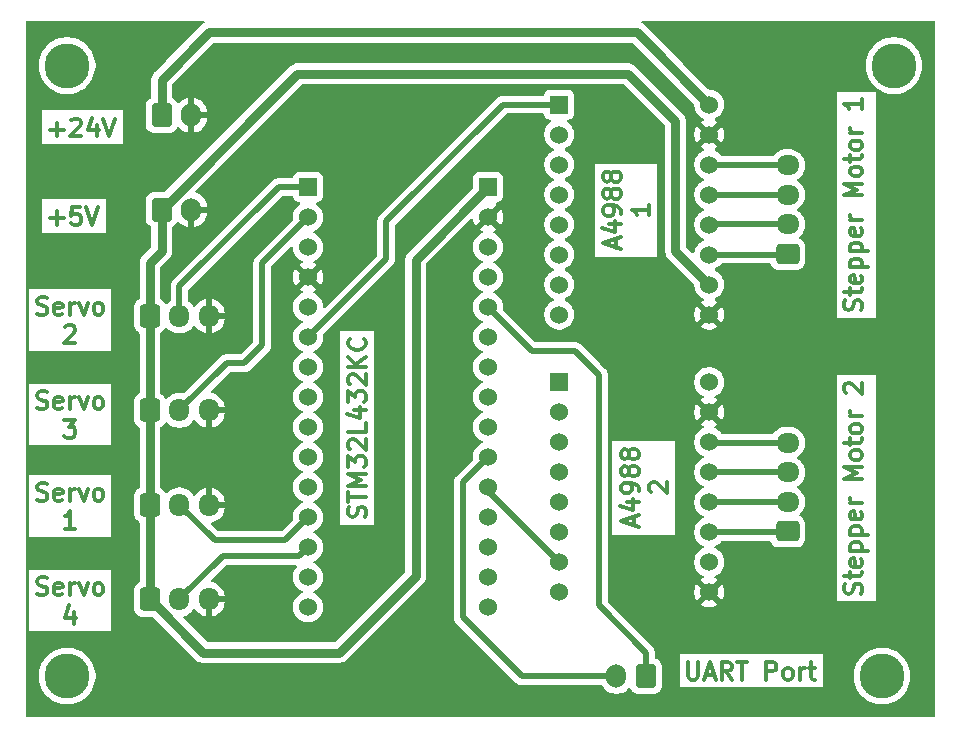
<source format=gbr>
%TF.GenerationSoftware,KiCad,Pcbnew,9.0.2*%
%TF.CreationDate,2025-05-14T21:51:20+02:00*%
%TF.ProjectId,carte_actionneur,63617274-655f-4616-9374-696f6e6e6575,rev?*%
%TF.SameCoordinates,Original*%
%TF.FileFunction,Copper,L1,Top*%
%TF.FilePolarity,Positive*%
%FSLAX46Y46*%
G04 Gerber Fmt 4.6, Leading zero omitted, Abs format (unit mm)*
G04 Created by KiCad (PCBNEW 9.0.2) date 2025-05-14 21:51:20*
%MOMM*%
%LPD*%
G01*
G04 APERTURE LIST*
G04 Aperture macros list*
%AMRoundRect*
0 Rectangle with rounded corners*
0 $1 Rounding radius*
0 $2 $3 $4 $5 $6 $7 $8 $9 X,Y pos of 4 corners*
0 Add a 4 corners polygon primitive as box body*
4,1,4,$2,$3,$4,$5,$6,$7,$8,$9,$2,$3,0*
0 Add four circle primitives for the rounded corners*
1,1,$1+$1,$2,$3*
1,1,$1+$1,$4,$5*
1,1,$1+$1,$6,$7*
1,1,$1+$1,$8,$9*
0 Add four rect primitives between the rounded corners*
20,1,$1+$1,$2,$3,$4,$5,0*
20,1,$1+$1,$4,$5,$6,$7,0*
20,1,$1+$1,$6,$7,$8,$9,0*
20,1,$1+$1,$8,$9,$2,$3,0*%
G04 Aperture macros list end*
%ADD10C,0.300000*%
%TA.AperFunction,NonConductor*%
%ADD11C,0.300000*%
%TD*%
%TA.AperFunction,ComponentPad*%
%ADD12C,2.600000*%
%TD*%
%TA.AperFunction,ConnectorPad*%
%ADD13C,3.800000*%
%TD*%
%TA.AperFunction,ComponentPad*%
%ADD14O,1.700000X2.000000*%
%TD*%
%TA.AperFunction,ComponentPad*%
%ADD15RoundRect,0.250000X-0.600000X-0.750000X0.600000X-0.750000X0.600000X0.750000X-0.600000X0.750000X0*%
%TD*%
%TA.AperFunction,ComponentPad*%
%ADD16RoundRect,0.250000X-0.600000X-0.725000X0.600000X-0.725000X0.600000X0.725000X-0.600000X0.725000X0*%
%TD*%
%TA.AperFunction,ComponentPad*%
%ADD17O,1.700000X1.950000*%
%TD*%
%TA.AperFunction,ComponentPad*%
%ADD18R,1.530000X1.530000*%
%TD*%
%TA.AperFunction,ComponentPad*%
%ADD19C,1.530000*%
%TD*%
%TA.AperFunction,ComponentPad*%
%ADD20RoundRect,0.250000X0.600000X0.750000X-0.600000X0.750000X-0.600000X-0.750000X0.600000X-0.750000X0*%
%TD*%
%TA.AperFunction,ComponentPad*%
%ADD21RoundRect,0.250000X0.725000X-0.600000X0.725000X0.600000X-0.725000X0.600000X-0.725000X-0.600000X0*%
%TD*%
%TA.AperFunction,ComponentPad*%
%ADD22O,1.950000X1.700000*%
%TD*%
%TA.AperFunction,Conductor*%
%ADD23C,0.750000*%
%TD*%
%TA.AperFunction,Conductor*%
%ADD24C,0.500000*%
%TD*%
G04 APERTURE END LIST*
D10*
D11*
X61464286Y-84064484D02*
X61678572Y-84135912D01*
X61678572Y-84135912D02*
X62035714Y-84135912D01*
X62035714Y-84135912D02*
X62178572Y-84064484D01*
X62178572Y-84064484D02*
X62250000Y-83993055D01*
X62250000Y-83993055D02*
X62321429Y-83850198D01*
X62321429Y-83850198D02*
X62321429Y-83707341D01*
X62321429Y-83707341D02*
X62250000Y-83564484D01*
X62250000Y-83564484D02*
X62178572Y-83493055D01*
X62178572Y-83493055D02*
X62035714Y-83421626D01*
X62035714Y-83421626D02*
X61750000Y-83350198D01*
X61750000Y-83350198D02*
X61607143Y-83278769D01*
X61607143Y-83278769D02*
X61535714Y-83207341D01*
X61535714Y-83207341D02*
X61464286Y-83064484D01*
X61464286Y-83064484D02*
X61464286Y-82921626D01*
X61464286Y-82921626D02*
X61535714Y-82778769D01*
X61535714Y-82778769D02*
X61607143Y-82707341D01*
X61607143Y-82707341D02*
X61750000Y-82635912D01*
X61750000Y-82635912D02*
X62107143Y-82635912D01*
X62107143Y-82635912D02*
X62321429Y-82707341D01*
X63535714Y-84064484D02*
X63392857Y-84135912D01*
X63392857Y-84135912D02*
X63107143Y-84135912D01*
X63107143Y-84135912D02*
X62964285Y-84064484D01*
X62964285Y-84064484D02*
X62892857Y-83921626D01*
X62892857Y-83921626D02*
X62892857Y-83350198D01*
X62892857Y-83350198D02*
X62964285Y-83207341D01*
X62964285Y-83207341D02*
X63107143Y-83135912D01*
X63107143Y-83135912D02*
X63392857Y-83135912D01*
X63392857Y-83135912D02*
X63535714Y-83207341D01*
X63535714Y-83207341D02*
X63607143Y-83350198D01*
X63607143Y-83350198D02*
X63607143Y-83493055D01*
X63607143Y-83493055D02*
X62892857Y-83635912D01*
X64249999Y-84135912D02*
X64249999Y-83135912D01*
X64249999Y-83421626D02*
X64321428Y-83278769D01*
X64321428Y-83278769D02*
X64392857Y-83207341D01*
X64392857Y-83207341D02*
X64535714Y-83135912D01*
X64535714Y-83135912D02*
X64678571Y-83135912D01*
X65035713Y-83135912D02*
X65392856Y-84135912D01*
X65392856Y-84135912D02*
X65749999Y-83135912D01*
X66535713Y-84135912D02*
X66392856Y-84064484D01*
X66392856Y-84064484D02*
X66321427Y-83993055D01*
X66321427Y-83993055D02*
X66249999Y-83850198D01*
X66249999Y-83850198D02*
X66249999Y-83421626D01*
X66249999Y-83421626D02*
X66321427Y-83278769D01*
X66321427Y-83278769D02*
X66392856Y-83207341D01*
X66392856Y-83207341D02*
X66535713Y-83135912D01*
X66535713Y-83135912D02*
X66749999Y-83135912D01*
X66749999Y-83135912D02*
X66892856Y-83207341D01*
X66892856Y-83207341D02*
X66964285Y-83278769D01*
X66964285Y-83278769D02*
X67035713Y-83421626D01*
X67035713Y-83421626D02*
X67035713Y-83850198D01*
X67035713Y-83850198D02*
X66964285Y-83993055D01*
X66964285Y-83993055D02*
X66892856Y-84064484D01*
X66892856Y-84064484D02*
X66749999Y-84135912D01*
X66749999Y-84135912D02*
X66535713Y-84135912D01*
X64535715Y-85550828D02*
X64535715Y-86550828D01*
X64178572Y-84979400D02*
X63821429Y-86050828D01*
X63821429Y-86050828D02*
X64750000Y-86050828D01*
D10*
D11*
X61464286Y-76064484D02*
X61678572Y-76135912D01*
X61678572Y-76135912D02*
X62035714Y-76135912D01*
X62035714Y-76135912D02*
X62178572Y-76064484D01*
X62178572Y-76064484D02*
X62250000Y-75993055D01*
X62250000Y-75993055D02*
X62321429Y-75850198D01*
X62321429Y-75850198D02*
X62321429Y-75707341D01*
X62321429Y-75707341D02*
X62250000Y-75564484D01*
X62250000Y-75564484D02*
X62178572Y-75493055D01*
X62178572Y-75493055D02*
X62035714Y-75421626D01*
X62035714Y-75421626D02*
X61750000Y-75350198D01*
X61750000Y-75350198D02*
X61607143Y-75278769D01*
X61607143Y-75278769D02*
X61535714Y-75207341D01*
X61535714Y-75207341D02*
X61464286Y-75064484D01*
X61464286Y-75064484D02*
X61464286Y-74921626D01*
X61464286Y-74921626D02*
X61535714Y-74778769D01*
X61535714Y-74778769D02*
X61607143Y-74707341D01*
X61607143Y-74707341D02*
X61750000Y-74635912D01*
X61750000Y-74635912D02*
X62107143Y-74635912D01*
X62107143Y-74635912D02*
X62321429Y-74707341D01*
X63535714Y-76064484D02*
X63392857Y-76135912D01*
X63392857Y-76135912D02*
X63107143Y-76135912D01*
X63107143Y-76135912D02*
X62964285Y-76064484D01*
X62964285Y-76064484D02*
X62892857Y-75921626D01*
X62892857Y-75921626D02*
X62892857Y-75350198D01*
X62892857Y-75350198D02*
X62964285Y-75207341D01*
X62964285Y-75207341D02*
X63107143Y-75135912D01*
X63107143Y-75135912D02*
X63392857Y-75135912D01*
X63392857Y-75135912D02*
X63535714Y-75207341D01*
X63535714Y-75207341D02*
X63607143Y-75350198D01*
X63607143Y-75350198D02*
X63607143Y-75493055D01*
X63607143Y-75493055D02*
X62892857Y-75635912D01*
X64249999Y-76135912D02*
X64249999Y-75135912D01*
X64249999Y-75421626D02*
X64321428Y-75278769D01*
X64321428Y-75278769D02*
X64392857Y-75207341D01*
X64392857Y-75207341D02*
X64535714Y-75135912D01*
X64535714Y-75135912D02*
X64678571Y-75135912D01*
X65035713Y-75135912D02*
X65392856Y-76135912D01*
X65392856Y-76135912D02*
X65749999Y-75135912D01*
X66535713Y-76135912D02*
X66392856Y-76064484D01*
X66392856Y-76064484D02*
X66321427Y-75993055D01*
X66321427Y-75993055D02*
X66249999Y-75850198D01*
X66249999Y-75850198D02*
X66249999Y-75421626D01*
X66249999Y-75421626D02*
X66321427Y-75278769D01*
X66321427Y-75278769D02*
X66392856Y-75207341D01*
X66392856Y-75207341D02*
X66535713Y-75135912D01*
X66535713Y-75135912D02*
X66749999Y-75135912D01*
X66749999Y-75135912D02*
X66892856Y-75207341D01*
X66892856Y-75207341D02*
X66964285Y-75278769D01*
X66964285Y-75278769D02*
X67035713Y-75421626D01*
X67035713Y-75421626D02*
X67035713Y-75850198D01*
X67035713Y-75850198D02*
X66964285Y-75993055D01*
X66964285Y-75993055D02*
X66892856Y-76064484D01*
X66892856Y-76064484D02*
X66749999Y-76135912D01*
X66749999Y-76135912D02*
X66535713Y-76135912D01*
X64678572Y-78550828D02*
X63821429Y-78550828D01*
X64250000Y-78550828D02*
X64250000Y-77050828D01*
X64250000Y-77050828D02*
X64107143Y-77265114D01*
X64107143Y-77265114D02*
X63964286Y-77407971D01*
X63964286Y-77407971D02*
X63821429Y-77479400D01*
D10*
D11*
X61464286Y-68314484D02*
X61678572Y-68385912D01*
X61678572Y-68385912D02*
X62035714Y-68385912D01*
X62035714Y-68385912D02*
X62178572Y-68314484D01*
X62178572Y-68314484D02*
X62250000Y-68243055D01*
X62250000Y-68243055D02*
X62321429Y-68100198D01*
X62321429Y-68100198D02*
X62321429Y-67957341D01*
X62321429Y-67957341D02*
X62250000Y-67814484D01*
X62250000Y-67814484D02*
X62178572Y-67743055D01*
X62178572Y-67743055D02*
X62035714Y-67671626D01*
X62035714Y-67671626D02*
X61750000Y-67600198D01*
X61750000Y-67600198D02*
X61607143Y-67528769D01*
X61607143Y-67528769D02*
X61535714Y-67457341D01*
X61535714Y-67457341D02*
X61464286Y-67314484D01*
X61464286Y-67314484D02*
X61464286Y-67171626D01*
X61464286Y-67171626D02*
X61535714Y-67028769D01*
X61535714Y-67028769D02*
X61607143Y-66957341D01*
X61607143Y-66957341D02*
X61750000Y-66885912D01*
X61750000Y-66885912D02*
X62107143Y-66885912D01*
X62107143Y-66885912D02*
X62321429Y-66957341D01*
X63535714Y-68314484D02*
X63392857Y-68385912D01*
X63392857Y-68385912D02*
X63107143Y-68385912D01*
X63107143Y-68385912D02*
X62964285Y-68314484D01*
X62964285Y-68314484D02*
X62892857Y-68171626D01*
X62892857Y-68171626D02*
X62892857Y-67600198D01*
X62892857Y-67600198D02*
X62964285Y-67457341D01*
X62964285Y-67457341D02*
X63107143Y-67385912D01*
X63107143Y-67385912D02*
X63392857Y-67385912D01*
X63392857Y-67385912D02*
X63535714Y-67457341D01*
X63535714Y-67457341D02*
X63607143Y-67600198D01*
X63607143Y-67600198D02*
X63607143Y-67743055D01*
X63607143Y-67743055D02*
X62892857Y-67885912D01*
X64249999Y-68385912D02*
X64249999Y-67385912D01*
X64249999Y-67671626D02*
X64321428Y-67528769D01*
X64321428Y-67528769D02*
X64392857Y-67457341D01*
X64392857Y-67457341D02*
X64535714Y-67385912D01*
X64535714Y-67385912D02*
X64678571Y-67385912D01*
X65035713Y-67385912D02*
X65392856Y-68385912D01*
X65392856Y-68385912D02*
X65749999Y-67385912D01*
X66535713Y-68385912D02*
X66392856Y-68314484D01*
X66392856Y-68314484D02*
X66321427Y-68243055D01*
X66321427Y-68243055D02*
X66249999Y-68100198D01*
X66249999Y-68100198D02*
X66249999Y-67671626D01*
X66249999Y-67671626D02*
X66321427Y-67528769D01*
X66321427Y-67528769D02*
X66392856Y-67457341D01*
X66392856Y-67457341D02*
X66535713Y-67385912D01*
X66535713Y-67385912D02*
X66749999Y-67385912D01*
X66749999Y-67385912D02*
X66892856Y-67457341D01*
X66892856Y-67457341D02*
X66964285Y-67528769D01*
X66964285Y-67528769D02*
X67035713Y-67671626D01*
X67035713Y-67671626D02*
X67035713Y-68100198D01*
X67035713Y-68100198D02*
X66964285Y-68243055D01*
X66964285Y-68243055D02*
X66892856Y-68314484D01*
X66892856Y-68314484D02*
X66749999Y-68385912D01*
X66749999Y-68385912D02*
X66535713Y-68385912D01*
X63750000Y-69300828D02*
X64678572Y-69300828D01*
X64678572Y-69300828D02*
X64178572Y-69872257D01*
X64178572Y-69872257D02*
X64392857Y-69872257D01*
X64392857Y-69872257D02*
X64535715Y-69943685D01*
X64535715Y-69943685D02*
X64607143Y-70015114D01*
X64607143Y-70015114D02*
X64678572Y-70157971D01*
X64678572Y-70157971D02*
X64678572Y-70515114D01*
X64678572Y-70515114D02*
X64607143Y-70657971D01*
X64607143Y-70657971D02*
X64535715Y-70729400D01*
X64535715Y-70729400D02*
X64392857Y-70800828D01*
X64392857Y-70800828D02*
X63964286Y-70800828D01*
X63964286Y-70800828D02*
X63821429Y-70729400D01*
X63821429Y-70729400D02*
X63750000Y-70657971D01*
D10*
D11*
X61464286Y-60314484D02*
X61678572Y-60385912D01*
X61678572Y-60385912D02*
X62035714Y-60385912D01*
X62035714Y-60385912D02*
X62178572Y-60314484D01*
X62178572Y-60314484D02*
X62250000Y-60243055D01*
X62250000Y-60243055D02*
X62321429Y-60100198D01*
X62321429Y-60100198D02*
X62321429Y-59957341D01*
X62321429Y-59957341D02*
X62250000Y-59814484D01*
X62250000Y-59814484D02*
X62178572Y-59743055D01*
X62178572Y-59743055D02*
X62035714Y-59671626D01*
X62035714Y-59671626D02*
X61750000Y-59600198D01*
X61750000Y-59600198D02*
X61607143Y-59528769D01*
X61607143Y-59528769D02*
X61535714Y-59457341D01*
X61535714Y-59457341D02*
X61464286Y-59314484D01*
X61464286Y-59314484D02*
X61464286Y-59171626D01*
X61464286Y-59171626D02*
X61535714Y-59028769D01*
X61535714Y-59028769D02*
X61607143Y-58957341D01*
X61607143Y-58957341D02*
X61750000Y-58885912D01*
X61750000Y-58885912D02*
X62107143Y-58885912D01*
X62107143Y-58885912D02*
X62321429Y-58957341D01*
X63535714Y-60314484D02*
X63392857Y-60385912D01*
X63392857Y-60385912D02*
X63107143Y-60385912D01*
X63107143Y-60385912D02*
X62964285Y-60314484D01*
X62964285Y-60314484D02*
X62892857Y-60171626D01*
X62892857Y-60171626D02*
X62892857Y-59600198D01*
X62892857Y-59600198D02*
X62964285Y-59457341D01*
X62964285Y-59457341D02*
X63107143Y-59385912D01*
X63107143Y-59385912D02*
X63392857Y-59385912D01*
X63392857Y-59385912D02*
X63535714Y-59457341D01*
X63535714Y-59457341D02*
X63607143Y-59600198D01*
X63607143Y-59600198D02*
X63607143Y-59743055D01*
X63607143Y-59743055D02*
X62892857Y-59885912D01*
X64249999Y-60385912D02*
X64249999Y-59385912D01*
X64249999Y-59671626D02*
X64321428Y-59528769D01*
X64321428Y-59528769D02*
X64392857Y-59457341D01*
X64392857Y-59457341D02*
X64535714Y-59385912D01*
X64535714Y-59385912D02*
X64678571Y-59385912D01*
X65035713Y-59385912D02*
X65392856Y-60385912D01*
X65392856Y-60385912D02*
X65749999Y-59385912D01*
X66535713Y-60385912D02*
X66392856Y-60314484D01*
X66392856Y-60314484D02*
X66321427Y-60243055D01*
X66321427Y-60243055D02*
X66249999Y-60100198D01*
X66249999Y-60100198D02*
X66249999Y-59671626D01*
X66249999Y-59671626D02*
X66321427Y-59528769D01*
X66321427Y-59528769D02*
X66392856Y-59457341D01*
X66392856Y-59457341D02*
X66535713Y-59385912D01*
X66535713Y-59385912D02*
X66749999Y-59385912D01*
X66749999Y-59385912D02*
X66892856Y-59457341D01*
X66892856Y-59457341D02*
X66964285Y-59528769D01*
X66964285Y-59528769D02*
X67035713Y-59671626D01*
X67035713Y-59671626D02*
X67035713Y-60100198D01*
X67035713Y-60100198D02*
X66964285Y-60243055D01*
X66964285Y-60243055D02*
X66892856Y-60314484D01*
X66892856Y-60314484D02*
X66749999Y-60385912D01*
X66749999Y-60385912D02*
X66535713Y-60385912D01*
X63821429Y-61443685D02*
X63892857Y-61372257D01*
X63892857Y-61372257D02*
X64035715Y-61300828D01*
X64035715Y-61300828D02*
X64392857Y-61300828D01*
X64392857Y-61300828D02*
X64535715Y-61372257D01*
X64535715Y-61372257D02*
X64607143Y-61443685D01*
X64607143Y-61443685D02*
X64678572Y-61586542D01*
X64678572Y-61586542D02*
X64678572Y-61729400D01*
X64678572Y-61729400D02*
X64607143Y-61943685D01*
X64607143Y-61943685D02*
X63750000Y-62800828D01*
X63750000Y-62800828D02*
X64678572Y-62800828D01*
D10*
D11*
X116554510Y-89800828D02*
X116554510Y-91015114D01*
X116554510Y-91015114D02*
X116625939Y-91157971D01*
X116625939Y-91157971D02*
X116697368Y-91229400D01*
X116697368Y-91229400D02*
X116840225Y-91300828D01*
X116840225Y-91300828D02*
X117125939Y-91300828D01*
X117125939Y-91300828D02*
X117268796Y-91229400D01*
X117268796Y-91229400D02*
X117340225Y-91157971D01*
X117340225Y-91157971D02*
X117411653Y-91015114D01*
X117411653Y-91015114D02*
X117411653Y-89800828D01*
X118054511Y-90872257D02*
X118768797Y-90872257D01*
X117911654Y-91300828D02*
X118411654Y-89800828D01*
X118411654Y-89800828D02*
X118911654Y-91300828D01*
X120268796Y-91300828D02*
X119768796Y-90586542D01*
X119411653Y-91300828D02*
X119411653Y-89800828D01*
X119411653Y-89800828D02*
X119983082Y-89800828D01*
X119983082Y-89800828D02*
X120125939Y-89872257D01*
X120125939Y-89872257D02*
X120197368Y-89943685D01*
X120197368Y-89943685D02*
X120268796Y-90086542D01*
X120268796Y-90086542D02*
X120268796Y-90300828D01*
X120268796Y-90300828D02*
X120197368Y-90443685D01*
X120197368Y-90443685D02*
X120125939Y-90515114D01*
X120125939Y-90515114D02*
X119983082Y-90586542D01*
X119983082Y-90586542D02*
X119411653Y-90586542D01*
X120697368Y-89800828D02*
X121554511Y-89800828D01*
X121125939Y-91300828D02*
X121125939Y-89800828D01*
X123197367Y-91300828D02*
X123197367Y-89800828D01*
X123197367Y-89800828D02*
X123768796Y-89800828D01*
X123768796Y-89800828D02*
X123911653Y-89872257D01*
X123911653Y-89872257D02*
X123983082Y-89943685D01*
X123983082Y-89943685D02*
X124054510Y-90086542D01*
X124054510Y-90086542D02*
X124054510Y-90300828D01*
X124054510Y-90300828D02*
X123983082Y-90443685D01*
X123983082Y-90443685D02*
X123911653Y-90515114D01*
X123911653Y-90515114D02*
X123768796Y-90586542D01*
X123768796Y-90586542D02*
X123197367Y-90586542D01*
X124911653Y-91300828D02*
X124768796Y-91229400D01*
X124768796Y-91229400D02*
X124697367Y-91157971D01*
X124697367Y-91157971D02*
X124625939Y-91015114D01*
X124625939Y-91015114D02*
X124625939Y-90586542D01*
X124625939Y-90586542D02*
X124697367Y-90443685D01*
X124697367Y-90443685D02*
X124768796Y-90372257D01*
X124768796Y-90372257D02*
X124911653Y-90300828D01*
X124911653Y-90300828D02*
X125125939Y-90300828D01*
X125125939Y-90300828D02*
X125268796Y-90372257D01*
X125268796Y-90372257D02*
X125340225Y-90443685D01*
X125340225Y-90443685D02*
X125411653Y-90586542D01*
X125411653Y-90586542D02*
X125411653Y-91015114D01*
X125411653Y-91015114D02*
X125340225Y-91157971D01*
X125340225Y-91157971D02*
X125268796Y-91229400D01*
X125268796Y-91229400D02*
X125125939Y-91300828D01*
X125125939Y-91300828D02*
X124911653Y-91300828D01*
X126054510Y-91300828D02*
X126054510Y-90300828D01*
X126054510Y-90586542D02*
X126125939Y-90443685D01*
X126125939Y-90443685D02*
X126197368Y-90372257D01*
X126197368Y-90372257D02*
X126340225Y-90300828D01*
X126340225Y-90300828D02*
X126483082Y-90300828D01*
X126768796Y-90300828D02*
X127340224Y-90300828D01*
X126983081Y-89800828D02*
X126983081Y-91086542D01*
X126983081Y-91086542D02*
X127054510Y-91229400D01*
X127054510Y-91229400D02*
X127197367Y-91300828D01*
X127197367Y-91300828D02*
X127340224Y-91300828D01*
D10*
D11*
X111957341Y-78214284D02*
X111957341Y-77499999D01*
X112385912Y-78357141D02*
X110885912Y-77857141D01*
X110885912Y-77857141D02*
X112385912Y-77357141D01*
X111385912Y-76214285D02*
X112385912Y-76214285D01*
X110814484Y-76571427D02*
X111885912Y-76928570D01*
X111885912Y-76928570D02*
X111885912Y-75999999D01*
X112385912Y-75357142D02*
X112385912Y-75071428D01*
X112385912Y-75071428D02*
X112314484Y-74928571D01*
X112314484Y-74928571D02*
X112243055Y-74857142D01*
X112243055Y-74857142D02*
X112028769Y-74714285D01*
X112028769Y-74714285D02*
X111743055Y-74642856D01*
X111743055Y-74642856D02*
X111171626Y-74642856D01*
X111171626Y-74642856D02*
X111028769Y-74714285D01*
X111028769Y-74714285D02*
X110957341Y-74785714D01*
X110957341Y-74785714D02*
X110885912Y-74928571D01*
X110885912Y-74928571D02*
X110885912Y-75214285D01*
X110885912Y-75214285D02*
X110957341Y-75357142D01*
X110957341Y-75357142D02*
X111028769Y-75428571D01*
X111028769Y-75428571D02*
X111171626Y-75499999D01*
X111171626Y-75499999D02*
X111528769Y-75499999D01*
X111528769Y-75499999D02*
X111671626Y-75428571D01*
X111671626Y-75428571D02*
X111743055Y-75357142D01*
X111743055Y-75357142D02*
X111814484Y-75214285D01*
X111814484Y-75214285D02*
X111814484Y-74928571D01*
X111814484Y-74928571D02*
X111743055Y-74785714D01*
X111743055Y-74785714D02*
X111671626Y-74714285D01*
X111671626Y-74714285D02*
X111528769Y-74642856D01*
X111528769Y-73785714D02*
X111457341Y-73928571D01*
X111457341Y-73928571D02*
X111385912Y-74000000D01*
X111385912Y-74000000D02*
X111243055Y-74071428D01*
X111243055Y-74071428D02*
X111171626Y-74071428D01*
X111171626Y-74071428D02*
X111028769Y-74000000D01*
X111028769Y-74000000D02*
X110957341Y-73928571D01*
X110957341Y-73928571D02*
X110885912Y-73785714D01*
X110885912Y-73785714D02*
X110885912Y-73500000D01*
X110885912Y-73500000D02*
X110957341Y-73357143D01*
X110957341Y-73357143D02*
X111028769Y-73285714D01*
X111028769Y-73285714D02*
X111171626Y-73214285D01*
X111171626Y-73214285D02*
X111243055Y-73214285D01*
X111243055Y-73214285D02*
X111385912Y-73285714D01*
X111385912Y-73285714D02*
X111457341Y-73357143D01*
X111457341Y-73357143D02*
X111528769Y-73500000D01*
X111528769Y-73500000D02*
X111528769Y-73785714D01*
X111528769Y-73785714D02*
X111600198Y-73928571D01*
X111600198Y-73928571D02*
X111671626Y-74000000D01*
X111671626Y-74000000D02*
X111814484Y-74071428D01*
X111814484Y-74071428D02*
X112100198Y-74071428D01*
X112100198Y-74071428D02*
X112243055Y-74000000D01*
X112243055Y-74000000D02*
X112314484Y-73928571D01*
X112314484Y-73928571D02*
X112385912Y-73785714D01*
X112385912Y-73785714D02*
X112385912Y-73500000D01*
X112385912Y-73500000D02*
X112314484Y-73357143D01*
X112314484Y-73357143D02*
X112243055Y-73285714D01*
X112243055Y-73285714D02*
X112100198Y-73214285D01*
X112100198Y-73214285D02*
X111814484Y-73214285D01*
X111814484Y-73214285D02*
X111671626Y-73285714D01*
X111671626Y-73285714D02*
X111600198Y-73357143D01*
X111600198Y-73357143D02*
X111528769Y-73500000D01*
X111528769Y-72357143D02*
X111457341Y-72500000D01*
X111457341Y-72500000D02*
X111385912Y-72571429D01*
X111385912Y-72571429D02*
X111243055Y-72642857D01*
X111243055Y-72642857D02*
X111171626Y-72642857D01*
X111171626Y-72642857D02*
X111028769Y-72571429D01*
X111028769Y-72571429D02*
X110957341Y-72500000D01*
X110957341Y-72500000D02*
X110885912Y-72357143D01*
X110885912Y-72357143D02*
X110885912Y-72071429D01*
X110885912Y-72071429D02*
X110957341Y-71928572D01*
X110957341Y-71928572D02*
X111028769Y-71857143D01*
X111028769Y-71857143D02*
X111171626Y-71785714D01*
X111171626Y-71785714D02*
X111243055Y-71785714D01*
X111243055Y-71785714D02*
X111385912Y-71857143D01*
X111385912Y-71857143D02*
X111457341Y-71928572D01*
X111457341Y-71928572D02*
X111528769Y-72071429D01*
X111528769Y-72071429D02*
X111528769Y-72357143D01*
X111528769Y-72357143D02*
X111600198Y-72500000D01*
X111600198Y-72500000D02*
X111671626Y-72571429D01*
X111671626Y-72571429D02*
X111814484Y-72642857D01*
X111814484Y-72642857D02*
X112100198Y-72642857D01*
X112100198Y-72642857D02*
X112243055Y-72571429D01*
X112243055Y-72571429D02*
X112314484Y-72500000D01*
X112314484Y-72500000D02*
X112385912Y-72357143D01*
X112385912Y-72357143D02*
X112385912Y-72071429D01*
X112385912Y-72071429D02*
X112314484Y-71928572D01*
X112314484Y-71928572D02*
X112243055Y-71857143D01*
X112243055Y-71857143D02*
X112100198Y-71785714D01*
X112100198Y-71785714D02*
X111814484Y-71785714D01*
X111814484Y-71785714D02*
X111671626Y-71857143D01*
X111671626Y-71857143D02*
X111600198Y-71928572D01*
X111600198Y-71928572D02*
X111528769Y-72071429D01*
X113443685Y-75428570D02*
X113372257Y-75357142D01*
X113372257Y-75357142D02*
X113300828Y-75214285D01*
X113300828Y-75214285D02*
X113300828Y-74857142D01*
X113300828Y-74857142D02*
X113372257Y-74714285D01*
X113372257Y-74714285D02*
X113443685Y-74642856D01*
X113443685Y-74642856D02*
X113586542Y-74571427D01*
X113586542Y-74571427D02*
X113729400Y-74571427D01*
X113729400Y-74571427D02*
X113943685Y-74642856D01*
X113943685Y-74642856D02*
X114800828Y-75499999D01*
X114800828Y-75499999D02*
X114800828Y-74571427D01*
D10*
D11*
X110457341Y-54714284D02*
X110457341Y-53999999D01*
X110885912Y-54857141D02*
X109385912Y-54357141D01*
X109385912Y-54357141D02*
X110885912Y-53857141D01*
X109885912Y-52714285D02*
X110885912Y-52714285D01*
X109314484Y-53071427D02*
X110385912Y-53428570D01*
X110385912Y-53428570D02*
X110385912Y-52499999D01*
X110885912Y-51857142D02*
X110885912Y-51571428D01*
X110885912Y-51571428D02*
X110814484Y-51428571D01*
X110814484Y-51428571D02*
X110743055Y-51357142D01*
X110743055Y-51357142D02*
X110528769Y-51214285D01*
X110528769Y-51214285D02*
X110243055Y-51142856D01*
X110243055Y-51142856D02*
X109671626Y-51142856D01*
X109671626Y-51142856D02*
X109528769Y-51214285D01*
X109528769Y-51214285D02*
X109457341Y-51285714D01*
X109457341Y-51285714D02*
X109385912Y-51428571D01*
X109385912Y-51428571D02*
X109385912Y-51714285D01*
X109385912Y-51714285D02*
X109457341Y-51857142D01*
X109457341Y-51857142D02*
X109528769Y-51928571D01*
X109528769Y-51928571D02*
X109671626Y-51999999D01*
X109671626Y-51999999D02*
X110028769Y-51999999D01*
X110028769Y-51999999D02*
X110171626Y-51928571D01*
X110171626Y-51928571D02*
X110243055Y-51857142D01*
X110243055Y-51857142D02*
X110314484Y-51714285D01*
X110314484Y-51714285D02*
X110314484Y-51428571D01*
X110314484Y-51428571D02*
X110243055Y-51285714D01*
X110243055Y-51285714D02*
X110171626Y-51214285D01*
X110171626Y-51214285D02*
X110028769Y-51142856D01*
X110028769Y-50285714D02*
X109957341Y-50428571D01*
X109957341Y-50428571D02*
X109885912Y-50500000D01*
X109885912Y-50500000D02*
X109743055Y-50571428D01*
X109743055Y-50571428D02*
X109671626Y-50571428D01*
X109671626Y-50571428D02*
X109528769Y-50500000D01*
X109528769Y-50500000D02*
X109457341Y-50428571D01*
X109457341Y-50428571D02*
X109385912Y-50285714D01*
X109385912Y-50285714D02*
X109385912Y-50000000D01*
X109385912Y-50000000D02*
X109457341Y-49857143D01*
X109457341Y-49857143D02*
X109528769Y-49785714D01*
X109528769Y-49785714D02*
X109671626Y-49714285D01*
X109671626Y-49714285D02*
X109743055Y-49714285D01*
X109743055Y-49714285D02*
X109885912Y-49785714D01*
X109885912Y-49785714D02*
X109957341Y-49857143D01*
X109957341Y-49857143D02*
X110028769Y-50000000D01*
X110028769Y-50000000D02*
X110028769Y-50285714D01*
X110028769Y-50285714D02*
X110100198Y-50428571D01*
X110100198Y-50428571D02*
X110171626Y-50500000D01*
X110171626Y-50500000D02*
X110314484Y-50571428D01*
X110314484Y-50571428D02*
X110600198Y-50571428D01*
X110600198Y-50571428D02*
X110743055Y-50500000D01*
X110743055Y-50500000D02*
X110814484Y-50428571D01*
X110814484Y-50428571D02*
X110885912Y-50285714D01*
X110885912Y-50285714D02*
X110885912Y-50000000D01*
X110885912Y-50000000D02*
X110814484Y-49857143D01*
X110814484Y-49857143D02*
X110743055Y-49785714D01*
X110743055Y-49785714D02*
X110600198Y-49714285D01*
X110600198Y-49714285D02*
X110314484Y-49714285D01*
X110314484Y-49714285D02*
X110171626Y-49785714D01*
X110171626Y-49785714D02*
X110100198Y-49857143D01*
X110100198Y-49857143D02*
X110028769Y-50000000D01*
X110028769Y-48857143D02*
X109957341Y-49000000D01*
X109957341Y-49000000D02*
X109885912Y-49071429D01*
X109885912Y-49071429D02*
X109743055Y-49142857D01*
X109743055Y-49142857D02*
X109671626Y-49142857D01*
X109671626Y-49142857D02*
X109528769Y-49071429D01*
X109528769Y-49071429D02*
X109457341Y-49000000D01*
X109457341Y-49000000D02*
X109385912Y-48857143D01*
X109385912Y-48857143D02*
X109385912Y-48571429D01*
X109385912Y-48571429D02*
X109457341Y-48428572D01*
X109457341Y-48428572D02*
X109528769Y-48357143D01*
X109528769Y-48357143D02*
X109671626Y-48285714D01*
X109671626Y-48285714D02*
X109743055Y-48285714D01*
X109743055Y-48285714D02*
X109885912Y-48357143D01*
X109885912Y-48357143D02*
X109957341Y-48428572D01*
X109957341Y-48428572D02*
X110028769Y-48571429D01*
X110028769Y-48571429D02*
X110028769Y-48857143D01*
X110028769Y-48857143D02*
X110100198Y-49000000D01*
X110100198Y-49000000D02*
X110171626Y-49071429D01*
X110171626Y-49071429D02*
X110314484Y-49142857D01*
X110314484Y-49142857D02*
X110600198Y-49142857D01*
X110600198Y-49142857D02*
X110743055Y-49071429D01*
X110743055Y-49071429D02*
X110814484Y-49000000D01*
X110814484Y-49000000D02*
X110885912Y-48857143D01*
X110885912Y-48857143D02*
X110885912Y-48571429D01*
X110885912Y-48571429D02*
X110814484Y-48428572D01*
X110814484Y-48428572D02*
X110743055Y-48357143D01*
X110743055Y-48357143D02*
X110600198Y-48285714D01*
X110600198Y-48285714D02*
X110314484Y-48285714D01*
X110314484Y-48285714D02*
X110171626Y-48357143D01*
X110171626Y-48357143D02*
X110100198Y-48428572D01*
X110100198Y-48428572D02*
X110028769Y-48571429D01*
X113300828Y-51071427D02*
X113300828Y-51928570D01*
X113300828Y-51499999D02*
X111800828Y-51499999D01*
X111800828Y-51499999D02*
X112015114Y-51642856D01*
X112015114Y-51642856D02*
X112157971Y-51785713D01*
X112157971Y-51785713D02*
X112229400Y-51928570D01*
D10*
D11*
X131229400Y-84016917D02*
X131300828Y-83802632D01*
X131300828Y-83802632D02*
X131300828Y-83445489D01*
X131300828Y-83445489D02*
X131229400Y-83302632D01*
X131229400Y-83302632D02*
X131157971Y-83231203D01*
X131157971Y-83231203D02*
X131015114Y-83159774D01*
X131015114Y-83159774D02*
X130872257Y-83159774D01*
X130872257Y-83159774D02*
X130729400Y-83231203D01*
X130729400Y-83231203D02*
X130657971Y-83302632D01*
X130657971Y-83302632D02*
X130586542Y-83445489D01*
X130586542Y-83445489D02*
X130515114Y-83731203D01*
X130515114Y-83731203D02*
X130443685Y-83874060D01*
X130443685Y-83874060D02*
X130372257Y-83945489D01*
X130372257Y-83945489D02*
X130229400Y-84016917D01*
X130229400Y-84016917D02*
X130086542Y-84016917D01*
X130086542Y-84016917D02*
X129943685Y-83945489D01*
X129943685Y-83945489D02*
X129872257Y-83874060D01*
X129872257Y-83874060D02*
X129800828Y-83731203D01*
X129800828Y-83731203D02*
X129800828Y-83374060D01*
X129800828Y-83374060D02*
X129872257Y-83159774D01*
X130300828Y-82731203D02*
X130300828Y-82159775D01*
X129800828Y-82516918D02*
X131086542Y-82516918D01*
X131086542Y-82516918D02*
X131229400Y-82445489D01*
X131229400Y-82445489D02*
X131300828Y-82302632D01*
X131300828Y-82302632D02*
X131300828Y-82159775D01*
X131229400Y-81088346D02*
X131300828Y-81231203D01*
X131300828Y-81231203D02*
X131300828Y-81516918D01*
X131300828Y-81516918D02*
X131229400Y-81659775D01*
X131229400Y-81659775D02*
X131086542Y-81731203D01*
X131086542Y-81731203D02*
X130515114Y-81731203D01*
X130515114Y-81731203D02*
X130372257Y-81659775D01*
X130372257Y-81659775D02*
X130300828Y-81516918D01*
X130300828Y-81516918D02*
X130300828Y-81231203D01*
X130300828Y-81231203D02*
X130372257Y-81088346D01*
X130372257Y-81088346D02*
X130515114Y-81016918D01*
X130515114Y-81016918D02*
X130657971Y-81016918D01*
X130657971Y-81016918D02*
X130800828Y-81731203D01*
X130300828Y-80374061D02*
X131800828Y-80374061D01*
X130372257Y-80374061D02*
X130300828Y-80231204D01*
X130300828Y-80231204D02*
X130300828Y-79945489D01*
X130300828Y-79945489D02*
X130372257Y-79802632D01*
X130372257Y-79802632D02*
X130443685Y-79731204D01*
X130443685Y-79731204D02*
X130586542Y-79659775D01*
X130586542Y-79659775D02*
X131015114Y-79659775D01*
X131015114Y-79659775D02*
X131157971Y-79731204D01*
X131157971Y-79731204D02*
X131229400Y-79802632D01*
X131229400Y-79802632D02*
X131300828Y-79945489D01*
X131300828Y-79945489D02*
X131300828Y-80231204D01*
X131300828Y-80231204D02*
X131229400Y-80374061D01*
X130300828Y-79016918D02*
X131800828Y-79016918D01*
X130372257Y-79016918D02*
X130300828Y-78874061D01*
X130300828Y-78874061D02*
X130300828Y-78588346D01*
X130300828Y-78588346D02*
X130372257Y-78445489D01*
X130372257Y-78445489D02*
X130443685Y-78374061D01*
X130443685Y-78374061D02*
X130586542Y-78302632D01*
X130586542Y-78302632D02*
X131015114Y-78302632D01*
X131015114Y-78302632D02*
X131157971Y-78374061D01*
X131157971Y-78374061D02*
X131229400Y-78445489D01*
X131229400Y-78445489D02*
X131300828Y-78588346D01*
X131300828Y-78588346D02*
X131300828Y-78874061D01*
X131300828Y-78874061D02*
X131229400Y-79016918D01*
X131229400Y-77088346D02*
X131300828Y-77231203D01*
X131300828Y-77231203D02*
X131300828Y-77516918D01*
X131300828Y-77516918D02*
X131229400Y-77659775D01*
X131229400Y-77659775D02*
X131086542Y-77731203D01*
X131086542Y-77731203D02*
X130515114Y-77731203D01*
X130515114Y-77731203D02*
X130372257Y-77659775D01*
X130372257Y-77659775D02*
X130300828Y-77516918D01*
X130300828Y-77516918D02*
X130300828Y-77231203D01*
X130300828Y-77231203D02*
X130372257Y-77088346D01*
X130372257Y-77088346D02*
X130515114Y-77016918D01*
X130515114Y-77016918D02*
X130657971Y-77016918D01*
X130657971Y-77016918D02*
X130800828Y-77731203D01*
X131300828Y-76374061D02*
X130300828Y-76374061D01*
X130586542Y-76374061D02*
X130443685Y-76302632D01*
X130443685Y-76302632D02*
X130372257Y-76231204D01*
X130372257Y-76231204D02*
X130300828Y-76088346D01*
X130300828Y-76088346D02*
X130300828Y-75945489D01*
X131300828Y-74302633D02*
X129800828Y-74302633D01*
X129800828Y-74302633D02*
X130872257Y-73802633D01*
X130872257Y-73802633D02*
X129800828Y-73302633D01*
X129800828Y-73302633D02*
X131300828Y-73302633D01*
X131300828Y-72374061D02*
X131229400Y-72516918D01*
X131229400Y-72516918D02*
X131157971Y-72588347D01*
X131157971Y-72588347D02*
X131015114Y-72659775D01*
X131015114Y-72659775D02*
X130586542Y-72659775D01*
X130586542Y-72659775D02*
X130443685Y-72588347D01*
X130443685Y-72588347D02*
X130372257Y-72516918D01*
X130372257Y-72516918D02*
X130300828Y-72374061D01*
X130300828Y-72374061D02*
X130300828Y-72159775D01*
X130300828Y-72159775D02*
X130372257Y-72016918D01*
X130372257Y-72016918D02*
X130443685Y-71945490D01*
X130443685Y-71945490D02*
X130586542Y-71874061D01*
X130586542Y-71874061D02*
X131015114Y-71874061D01*
X131015114Y-71874061D02*
X131157971Y-71945490D01*
X131157971Y-71945490D02*
X131229400Y-72016918D01*
X131229400Y-72016918D02*
X131300828Y-72159775D01*
X131300828Y-72159775D02*
X131300828Y-72374061D01*
X130300828Y-71445489D02*
X130300828Y-70874061D01*
X129800828Y-71231204D02*
X131086542Y-71231204D01*
X131086542Y-71231204D02*
X131229400Y-71159775D01*
X131229400Y-71159775D02*
X131300828Y-71016918D01*
X131300828Y-71016918D02*
X131300828Y-70874061D01*
X131300828Y-70159775D02*
X131229400Y-70302632D01*
X131229400Y-70302632D02*
X131157971Y-70374061D01*
X131157971Y-70374061D02*
X131015114Y-70445489D01*
X131015114Y-70445489D02*
X130586542Y-70445489D01*
X130586542Y-70445489D02*
X130443685Y-70374061D01*
X130443685Y-70374061D02*
X130372257Y-70302632D01*
X130372257Y-70302632D02*
X130300828Y-70159775D01*
X130300828Y-70159775D02*
X130300828Y-69945489D01*
X130300828Y-69945489D02*
X130372257Y-69802632D01*
X130372257Y-69802632D02*
X130443685Y-69731204D01*
X130443685Y-69731204D02*
X130586542Y-69659775D01*
X130586542Y-69659775D02*
X131015114Y-69659775D01*
X131015114Y-69659775D02*
X131157971Y-69731204D01*
X131157971Y-69731204D02*
X131229400Y-69802632D01*
X131229400Y-69802632D02*
X131300828Y-69945489D01*
X131300828Y-69945489D02*
X131300828Y-70159775D01*
X131300828Y-69016918D02*
X130300828Y-69016918D01*
X130586542Y-69016918D02*
X130443685Y-68945489D01*
X130443685Y-68945489D02*
X130372257Y-68874061D01*
X130372257Y-68874061D02*
X130300828Y-68731203D01*
X130300828Y-68731203D02*
X130300828Y-68588346D01*
X129943685Y-67016918D02*
X129872257Y-66945490D01*
X129872257Y-66945490D02*
X129800828Y-66802633D01*
X129800828Y-66802633D02*
X129800828Y-66445490D01*
X129800828Y-66445490D02*
X129872257Y-66302633D01*
X129872257Y-66302633D02*
X129943685Y-66231204D01*
X129943685Y-66231204D02*
X130086542Y-66159775D01*
X130086542Y-66159775D02*
X130229400Y-66159775D01*
X130229400Y-66159775D02*
X130443685Y-66231204D01*
X130443685Y-66231204D02*
X131300828Y-67088347D01*
X131300828Y-67088347D02*
X131300828Y-66159775D01*
D10*
D11*
X131229400Y-60016917D02*
X131300828Y-59802632D01*
X131300828Y-59802632D02*
X131300828Y-59445489D01*
X131300828Y-59445489D02*
X131229400Y-59302632D01*
X131229400Y-59302632D02*
X131157971Y-59231203D01*
X131157971Y-59231203D02*
X131015114Y-59159774D01*
X131015114Y-59159774D02*
X130872257Y-59159774D01*
X130872257Y-59159774D02*
X130729400Y-59231203D01*
X130729400Y-59231203D02*
X130657971Y-59302632D01*
X130657971Y-59302632D02*
X130586542Y-59445489D01*
X130586542Y-59445489D02*
X130515114Y-59731203D01*
X130515114Y-59731203D02*
X130443685Y-59874060D01*
X130443685Y-59874060D02*
X130372257Y-59945489D01*
X130372257Y-59945489D02*
X130229400Y-60016917D01*
X130229400Y-60016917D02*
X130086542Y-60016917D01*
X130086542Y-60016917D02*
X129943685Y-59945489D01*
X129943685Y-59945489D02*
X129872257Y-59874060D01*
X129872257Y-59874060D02*
X129800828Y-59731203D01*
X129800828Y-59731203D02*
X129800828Y-59374060D01*
X129800828Y-59374060D02*
X129872257Y-59159774D01*
X130300828Y-58731203D02*
X130300828Y-58159775D01*
X129800828Y-58516918D02*
X131086542Y-58516918D01*
X131086542Y-58516918D02*
X131229400Y-58445489D01*
X131229400Y-58445489D02*
X131300828Y-58302632D01*
X131300828Y-58302632D02*
X131300828Y-58159775D01*
X131229400Y-57088346D02*
X131300828Y-57231203D01*
X131300828Y-57231203D02*
X131300828Y-57516918D01*
X131300828Y-57516918D02*
X131229400Y-57659775D01*
X131229400Y-57659775D02*
X131086542Y-57731203D01*
X131086542Y-57731203D02*
X130515114Y-57731203D01*
X130515114Y-57731203D02*
X130372257Y-57659775D01*
X130372257Y-57659775D02*
X130300828Y-57516918D01*
X130300828Y-57516918D02*
X130300828Y-57231203D01*
X130300828Y-57231203D02*
X130372257Y-57088346D01*
X130372257Y-57088346D02*
X130515114Y-57016918D01*
X130515114Y-57016918D02*
X130657971Y-57016918D01*
X130657971Y-57016918D02*
X130800828Y-57731203D01*
X130300828Y-56374061D02*
X131800828Y-56374061D01*
X130372257Y-56374061D02*
X130300828Y-56231204D01*
X130300828Y-56231204D02*
X130300828Y-55945489D01*
X130300828Y-55945489D02*
X130372257Y-55802632D01*
X130372257Y-55802632D02*
X130443685Y-55731204D01*
X130443685Y-55731204D02*
X130586542Y-55659775D01*
X130586542Y-55659775D02*
X131015114Y-55659775D01*
X131015114Y-55659775D02*
X131157971Y-55731204D01*
X131157971Y-55731204D02*
X131229400Y-55802632D01*
X131229400Y-55802632D02*
X131300828Y-55945489D01*
X131300828Y-55945489D02*
X131300828Y-56231204D01*
X131300828Y-56231204D02*
X131229400Y-56374061D01*
X130300828Y-55016918D02*
X131800828Y-55016918D01*
X130372257Y-55016918D02*
X130300828Y-54874061D01*
X130300828Y-54874061D02*
X130300828Y-54588346D01*
X130300828Y-54588346D02*
X130372257Y-54445489D01*
X130372257Y-54445489D02*
X130443685Y-54374061D01*
X130443685Y-54374061D02*
X130586542Y-54302632D01*
X130586542Y-54302632D02*
X131015114Y-54302632D01*
X131015114Y-54302632D02*
X131157971Y-54374061D01*
X131157971Y-54374061D02*
X131229400Y-54445489D01*
X131229400Y-54445489D02*
X131300828Y-54588346D01*
X131300828Y-54588346D02*
X131300828Y-54874061D01*
X131300828Y-54874061D02*
X131229400Y-55016918D01*
X131229400Y-53088346D02*
X131300828Y-53231203D01*
X131300828Y-53231203D02*
X131300828Y-53516918D01*
X131300828Y-53516918D02*
X131229400Y-53659775D01*
X131229400Y-53659775D02*
X131086542Y-53731203D01*
X131086542Y-53731203D02*
X130515114Y-53731203D01*
X130515114Y-53731203D02*
X130372257Y-53659775D01*
X130372257Y-53659775D02*
X130300828Y-53516918D01*
X130300828Y-53516918D02*
X130300828Y-53231203D01*
X130300828Y-53231203D02*
X130372257Y-53088346D01*
X130372257Y-53088346D02*
X130515114Y-53016918D01*
X130515114Y-53016918D02*
X130657971Y-53016918D01*
X130657971Y-53016918D02*
X130800828Y-53731203D01*
X131300828Y-52374061D02*
X130300828Y-52374061D01*
X130586542Y-52374061D02*
X130443685Y-52302632D01*
X130443685Y-52302632D02*
X130372257Y-52231204D01*
X130372257Y-52231204D02*
X130300828Y-52088346D01*
X130300828Y-52088346D02*
X130300828Y-51945489D01*
X131300828Y-50302633D02*
X129800828Y-50302633D01*
X129800828Y-50302633D02*
X130872257Y-49802633D01*
X130872257Y-49802633D02*
X129800828Y-49302633D01*
X129800828Y-49302633D02*
X131300828Y-49302633D01*
X131300828Y-48374061D02*
X131229400Y-48516918D01*
X131229400Y-48516918D02*
X131157971Y-48588347D01*
X131157971Y-48588347D02*
X131015114Y-48659775D01*
X131015114Y-48659775D02*
X130586542Y-48659775D01*
X130586542Y-48659775D02*
X130443685Y-48588347D01*
X130443685Y-48588347D02*
X130372257Y-48516918D01*
X130372257Y-48516918D02*
X130300828Y-48374061D01*
X130300828Y-48374061D02*
X130300828Y-48159775D01*
X130300828Y-48159775D02*
X130372257Y-48016918D01*
X130372257Y-48016918D02*
X130443685Y-47945490D01*
X130443685Y-47945490D02*
X130586542Y-47874061D01*
X130586542Y-47874061D02*
X131015114Y-47874061D01*
X131015114Y-47874061D02*
X131157971Y-47945490D01*
X131157971Y-47945490D02*
X131229400Y-48016918D01*
X131229400Y-48016918D02*
X131300828Y-48159775D01*
X131300828Y-48159775D02*
X131300828Y-48374061D01*
X130300828Y-47445489D02*
X130300828Y-46874061D01*
X129800828Y-47231204D02*
X131086542Y-47231204D01*
X131086542Y-47231204D02*
X131229400Y-47159775D01*
X131229400Y-47159775D02*
X131300828Y-47016918D01*
X131300828Y-47016918D02*
X131300828Y-46874061D01*
X131300828Y-46159775D02*
X131229400Y-46302632D01*
X131229400Y-46302632D02*
X131157971Y-46374061D01*
X131157971Y-46374061D02*
X131015114Y-46445489D01*
X131015114Y-46445489D02*
X130586542Y-46445489D01*
X130586542Y-46445489D02*
X130443685Y-46374061D01*
X130443685Y-46374061D02*
X130372257Y-46302632D01*
X130372257Y-46302632D02*
X130300828Y-46159775D01*
X130300828Y-46159775D02*
X130300828Y-45945489D01*
X130300828Y-45945489D02*
X130372257Y-45802632D01*
X130372257Y-45802632D02*
X130443685Y-45731204D01*
X130443685Y-45731204D02*
X130586542Y-45659775D01*
X130586542Y-45659775D02*
X131015114Y-45659775D01*
X131015114Y-45659775D02*
X131157971Y-45731204D01*
X131157971Y-45731204D02*
X131229400Y-45802632D01*
X131229400Y-45802632D02*
X131300828Y-45945489D01*
X131300828Y-45945489D02*
X131300828Y-46159775D01*
X131300828Y-45016918D02*
X130300828Y-45016918D01*
X130586542Y-45016918D02*
X130443685Y-44945489D01*
X130443685Y-44945489D02*
X130372257Y-44874061D01*
X130372257Y-44874061D02*
X130300828Y-44731203D01*
X130300828Y-44731203D02*
X130300828Y-44588346D01*
X131300828Y-42159775D02*
X131300828Y-43016918D01*
X131300828Y-42588347D02*
X129800828Y-42588347D01*
X129800828Y-42588347D02*
X130015114Y-42731204D01*
X130015114Y-42731204D02*
X130157971Y-42874061D01*
X130157971Y-42874061D02*
X130229400Y-43016918D01*
D10*
D11*
X89229400Y-77516917D02*
X89300828Y-77302632D01*
X89300828Y-77302632D02*
X89300828Y-76945489D01*
X89300828Y-76945489D02*
X89229400Y-76802632D01*
X89229400Y-76802632D02*
X89157971Y-76731203D01*
X89157971Y-76731203D02*
X89015114Y-76659774D01*
X89015114Y-76659774D02*
X88872257Y-76659774D01*
X88872257Y-76659774D02*
X88729400Y-76731203D01*
X88729400Y-76731203D02*
X88657971Y-76802632D01*
X88657971Y-76802632D02*
X88586542Y-76945489D01*
X88586542Y-76945489D02*
X88515114Y-77231203D01*
X88515114Y-77231203D02*
X88443685Y-77374060D01*
X88443685Y-77374060D02*
X88372257Y-77445489D01*
X88372257Y-77445489D02*
X88229400Y-77516917D01*
X88229400Y-77516917D02*
X88086542Y-77516917D01*
X88086542Y-77516917D02*
X87943685Y-77445489D01*
X87943685Y-77445489D02*
X87872257Y-77374060D01*
X87872257Y-77374060D02*
X87800828Y-77231203D01*
X87800828Y-77231203D02*
X87800828Y-76874060D01*
X87800828Y-76874060D02*
X87872257Y-76659774D01*
X87800828Y-76231203D02*
X87800828Y-75374061D01*
X89300828Y-75802632D02*
X87800828Y-75802632D01*
X89300828Y-74874061D02*
X87800828Y-74874061D01*
X87800828Y-74874061D02*
X88872257Y-74374061D01*
X88872257Y-74374061D02*
X87800828Y-73874061D01*
X87800828Y-73874061D02*
X89300828Y-73874061D01*
X87800828Y-73302632D02*
X87800828Y-72374060D01*
X87800828Y-72374060D02*
X88372257Y-72874060D01*
X88372257Y-72874060D02*
X88372257Y-72659775D01*
X88372257Y-72659775D02*
X88443685Y-72516918D01*
X88443685Y-72516918D02*
X88515114Y-72445489D01*
X88515114Y-72445489D02*
X88657971Y-72374060D01*
X88657971Y-72374060D02*
X89015114Y-72374060D01*
X89015114Y-72374060D02*
X89157971Y-72445489D01*
X89157971Y-72445489D02*
X89229400Y-72516918D01*
X89229400Y-72516918D02*
X89300828Y-72659775D01*
X89300828Y-72659775D02*
X89300828Y-73088346D01*
X89300828Y-73088346D02*
X89229400Y-73231203D01*
X89229400Y-73231203D02*
X89157971Y-73302632D01*
X87943685Y-71802632D02*
X87872257Y-71731204D01*
X87872257Y-71731204D02*
X87800828Y-71588347D01*
X87800828Y-71588347D02*
X87800828Y-71231204D01*
X87800828Y-71231204D02*
X87872257Y-71088347D01*
X87872257Y-71088347D02*
X87943685Y-71016918D01*
X87943685Y-71016918D02*
X88086542Y-70945489D01*
X88086542Y-70945489D02*
X88229400Y-70945489D01*
X88229400Y-70945489D02*
X88443685Y-71016918D01*
X88443685Y-71016918D02*
X89300828Y-71874061D01*
X89300828Y-71874061D02*
X89300828Y-70945489D01*
X89300828Y-69588347D02*
X89300828Y-70302633D01*
X89300828Y-70302633D02*
X87800828Y-70302633D01*
X88300828Y-68445490D02*
X89300828Y-68445490D01*
X87729400Y-68802632D02*
X88800828Y-69159775D01*
X88800828Y-69159775D02*
X88800828Y-68231204D01*
X87800828Y-67802633D02*
X87800828Y-66874061D01*
X87800828Y-66874061D02*
X88372257Y-67374061D01*
X88372257Y-67374061D02*
X88372257Y-67159776D01*
X88372257Y-67159776D02*
X88443685Y-67016919D01*
X88443685Y-67016919D02*
X88515114Y-66945490D01*
X88515114Y-66945490D02*
X88657971Y-66874061D01*
X88657971Y-66874061D02*
X89015114Y-66874061D01*
X89015114Y-66874061D02*
X89157971Y-66945490D01*
X89157971Y-66945490D02*
X89229400Y-67016919D01*
X89229400Y-67016919D02*
X89300828Y-67159776D01*
X89300828Y-67159776D02*
X89300828Y-67588347D01*
X89300828Y-67588347D02*
X89229400Y-67731204D01*
X89229400Y-67731204D02*
X89157971Y-67802633D01*
X87943685Y-66302633D02*
X87872257Y-66231205D01*
X87872257Y-66231205D02*
X87800828Y-66088348D01*
X87800828Y-66088348D02*
X87800828Y-65731205D01*
X87800828Y-65731205D02*
X87872257Y-65588348D01*
X87872257Y-65588348D02*
X87943685Y-65516919D01*
X87943685Y-65516919D02*
X88086542Y-65445490D01*
X88086542Y-65445490D02*
X88229400Y-65445490D01*
X88229400Y-65445490D02*
X88443685Y-65516919D01*
X88443685Y-65516919D02*
X89300828Y-66374062D01*
X89300828Y-66374062D02*
X89300828Y-65445490D01*
X89300828Y-64802634D02*
X87800828Y-64802634D01*
X89300828Y-63945491D02*
X88443685Y-64588348D01*
X87800828Y-63945491D02*
X88657971Y-64802634D01*
X89157971Y-62445491D02*
X89229400Y-62516919D01*
X89229400Y-62516919D02*
X89300828Y-62731205D01*
X89300828Y-62731205D02*
X89300828Y-62874062D01*
X89300828Y-62874062D02*
X89229400Y-63088348D01*
X89229400Y-63088348D02*
X89086542Y-63231205D01*
X89086542Y-63231205D02*
X88943685Y-63302634D01*
X88943685Y-63302634D02*
X88657971Y-63374062D01*
X88657971Y-63374062D02*
X88443685Y-63374062D01*
X88443685Y-63374062D02*
X88157971Y-63302634D01*
X88157971Y-63302634D02*
X88015114Y-63231205D01*
X88015114Y-63231205D02*
X87872257Y-63088348D01*
X87872257Y-63088348D02*
X87800828Y-62874062D01*
X87800828Y-62874062D02*
X87800828Y-62731205D01*
X87800828Y-62731205D02*
X87872257Y-62516919D01*
X87872257Y-62516919D02*
X87943685Y-62445491D01*
D10*
D11*
X62554510Y-52229400D02*
X63697368Y-52229400D01*
X63125939Y-52800828D02*
X63125939Y-51657971D01*
X65125939Y-51300828D02*
X64411653Y-51300828D01*
X64411653Y-51300828D02*
X64340225Y-52015114D01*
X64340225Y-52015114D02*
X64411653Y-51943685D01*
X64411653Y-51943685D02*
X64554511Y-51872257D01*
X64554511Y-51872257D02*
X64911653Y-51872257D01*
X64911653Y-51872257D02*
X65054511Y-51943685D01*
X65054511Y-51943685D02*
X65125939Y-52015114D01*
X65125939Y-52015114D02*
X65197368Y-52157971D01*
X65197368Y-52157971D02*
X65197368Y-52515114D01*
X65197368Y-52515114D02*
X65125939Y-52657971D01*
X65125939Y-52657971D02*
X65054511Y-52729400D01*
X65054511Y-52729400D02*
X64911653Y-52800828D01*
X64911653Y-52800828D02*
X64554511Y-52800828D01*
X64554511Y-52800828D02*
X64411653Y-52729400D01*
X64411653Y-52729400D02*
X64340225Y-52657971D01*
X65625939Y-51300828D02*
X66125939Y-52800828D01*
X66125939Y-52800828D02*
X66625939Y-51300828D01*
D10*
D11*
X62554510Y-44729400D02*
X63697368Y-44729400D01*
X63125939Y-45300828D02*
X63125939Y-44157971D01*
X64340225Y-43943685D02*
X64411653Y-43872257D01*
X64411653Y-43872257D02*
X64554511Y-43800828D01*
X64554511Y-43800828D02*
X64911653Y-43800828D01*
X64911653Y-43800828D02*
X65054511Y-43872257D01*
X65054511Y-43872257D02*
X65125939Y-43943685D01*
X65125939Y-43943685D02*
X65197368Y-44086542D01*
X65197368Y-44086542D02*
X65197368Y-44229400D01*
X65197368Y-44229400D02*
X65125939Y-44443685D01*
X65125939Y-44443685D02*
X64268796Y-45300828D01*
X64268796Y-45300828D02*
X65197368Y-45300828D01*
X66483082Y-44300828D02*
X66483082Y-45300828D01*
X66125939Y-43729400D02*
X65768796Y-44800828D01*
X65768796Y-44800828D02*
X66697367Y-44800828D01*
X67054510Y-43800828D02*
X67554510Y-45300828D01*
X67554510Y-45300828D02*
X68054510Y-43800828D01*
D12*
%TO.P,REF\u002A\u002A,1*%
%TO.N,N/C*%
X64000000Y-91000000D03*
D13*
X64000000Y-91000000D03*
%TD*%
D12*
%TO.P,REF\u002A\u002A,1*%
%TO.N,N/C*%
X64000000Y-39300000D03*
D13*
X64000000Y-39300000D03*
%TD*%
D12*
%TO.P,REF\u002A\u002A,1*%
%TO.N,N/C*%
X133000000Y-91000000D03*
D13*
X133000000Y-91000000D03*
%TD*%
D12*
%TO.P,REF\u002A\u002A,1*%
%TO.N,N/C*%
X134000000Y-39300000D03*
D13*
X134000000Y-39300000D03*
%TD*%
D14*
%TO.P,J1,2,Pin_2*%
%TO.N,GND*%
X74500000Y-51500000D03*
D15*
%TO.P,J1,1,Pin_1*%
%TO.N,+5V*%
X72000000Y-51500000D03*
%TD*%
D14*
%TO.P,J2,2,Pin_2*%
%TO.N,GND*%
X74500000Y-43500000D03*
D15*
%TO.P,J2,1,Pin_1*%
%TO.N,+24V*%
X72000000Y-43500000D03*
%TD*%
D16*
%TO.P,J9,1,Pin_1*%
%TO.N,+5V*%
X71000000Y-84500000D03*
D17*
%TO.P,J9,2,Pin_2*%
%TO.N,PWM_SERVO_4*%
X73500000Y-84500000D03*
%TO.P,J9,3,Pin_3*%
%TO.N,GND*%
X76000000Y-84500000D03*
%TD*%
D18*
%TO.P,U1,CN3_1,PA9*%
%TO.N,PWM_SERVO_2*%
X84395000Y-49600000D03*
D19*
%TO.P,U1,CN3_2,PA10*%
%TO.N,PWM_SERVO_3*%
X84395000Y-52140000D03*
%TO.P,U1,CN3_3,NRST_CN3*%
%TO.N,unconnected-(U1A-NRST_CN3-PadCN3_3)*%
X84395000Y-54680000D03*
%TO.P,U1,CN3_4,GND_CN3*%
%TO.N,GND*%
X84395000Y-57220000D03*
%TO.P,U1,CN3_5,PA12*%
%TO.N,unconnected-(U1A-PA12-PadCN3_5)*%
X84395000Y-59760000D03*
%TO.P,U1,CN3_6,PB0*%
%TO.N,ENABLEB_STEPPER1*%
X84395000Y-62300000D03*
%TO.P,U1,CN3_7,PB7*%
%TO.N,ENABLEB_STEPPER2*%
X84395000Y-64840000D03*
%TO.P,U1,CN3_8,PB6*%
%TO.N,STEP_STEPPER_1*%
X84395000Y-67380000D03*
%TO.P,U1,CN3_9,PB1*%
%TO.N,unconnected-(U1A-PB1-PadCN3_9)*%
X84395000Y-69920000D03*
%TO.P,U1,CN3_10,PC14*%
%TO.N,unconnected-(U1A-PC14-PadCN3_10)*%
X84395000Y-72460000D03*
%TO.P,U1,CN3_11,PC15*%
%TO.N,unconnected-(U1A-PC15-PadCN3_11)*%
X84395000Y-75000000D03*
%TO.P,U1,CN3_12,PA8*%
%TO.N,PWM_SERVO_1*%
X84395000Y-77540000D03*
%TO.P,U1,CN3_13,PA11*%
%TO.N,PWM_SERVO_4*%
X84395000Y-80080000D03*
%TO.P,U1,CN3_14,PB5*%
%TO.N,DIR_STEPPER_1*%
X84395000Y-82620000D03*
%TO.P,U1,CN3_15,PB4*%
%TO.N,unconnected-(U1A-PB4-PadCN3_15)*%
X84395000Y-85160000D03*
D18*
%TO.P,U1,CN4_1,VIN*%
%TO.N,+5V*%
X99635000Y-49600000D03*
D19*
%TO.P,U1,CN4_2,GND_CN4*%
%TO.N,GND*%
X99635000Y-52140000D03*
%TO.P,U1,CN4_3,NRST_CN4*%
%TO.N,unconnected-(U1B-NRST_CN4-PadCN4_3)*%
X99635000Y-54680000D03*
%TO.P,U1,CN4_4,+5V*%
%TO.N,unconnected-(U1B-+5V-PadCN4_4)*%
X99635000Y-57220000D03*
%TO.P,U1,CN4_5,PA2*%
%TO.N,UART_TX*%
X99635000Y-59760000D03*
%TO.P,U1,CN4_6,PA7*%
%TO.N,unconnected-(U1B-PA7-PadCN4_6)*%
X99635000Y-62300000D03*
%TO.P,U1,CN4_7,PA6*%
%TO.N,unconnected-(U1B-PA6-PadCN4_7)*%
X99635000Y-64840000D03*
%TO.P,U1,CN4_8,PA5*%
%TO.N,unconnected-(U1B-PA5-PadCN4_8)*%
X99635000Y-67380000D03*
%TO.P,U1,CN4_9,PA4*%
%TO.N,DIR_STEPPER_2*%
X99635000Y-69920000D03*
%TO.P,U1,CN4_10,PA3*%
%TO.N,UART_RX*%
X99635000Y-72460000D03*
%TO.P,U1,CN4_11,PA1*%
%TO.N,STEP_STEPPER_2*%
X99635000Y-75000000D03*
%TO.P,U1,CN4_12,PA0*%
%TO.N,unconnected-(U1B-PA0-PadCN4_12)*%
X99635000Y-77540000D03*
%TO.P,U1,CN4_13,AREF*%
%TO.N,unconnected-(U1B-AREF-PadCN4_13)*%
X99635000Y-80080000D03*
%TO.P,U1,CN4_14,+3V3*%
%TO.N,unconnected-(U1B-+3V3-PadCN4_14)*%
X99635000Y-82620000D03*
%TO.P,U1,CN4_15,PB3*%
%TO.N,unconnected-(U1B-PB3-PadCN4_15)*%
X99635000Y-85160000D03*
%TD*%
D18*
%TO.P,U3,1,~{ENABLE}*%
%TO.N,ENABLEB_STEPPER2*%
X105650000Y-66110000D03*
D19*
%TO.P,U3,2,MS1*%
%TO.N,unconnected-(U3-MS1-Pad2)*%
X105650000Y-68650000D03*
%TO.P,U3,3,MS2*%
%TO.N,unconnected-(U3-MS2-Pad3)*%
X105650000Y-71190000D03*
%TO.P,U3,4,MS3*%
%TO.N,unconnected-(U3-MS3-Pad4)*%
X105650000Y-73730000D03*
%TO.P,U3,5,~{RESET}*%
%TO.N,Net-(U3-~{RESET})*%
X105650000Y-76270000D03*
%TO.P,U3,6,~{SLEEP}*%
X105650000Y-78810000D03*
%TO.P,U3,7,STEP*%
%TO.N,STEP_STEPPER_2*%
X105650000Y-81350000D03*
%TO.P,U3,8,DIR*%
%TO.N,DIR_STEPPER_2*%
X105650000Y-83890000D03*
%TO.P,U3,9,GND*%
%TO.N,GND*%
X118350000Y-83890000D03*
%TO.P,U3,10,VDD*%
%TO.N,+5V*%
X118350000Y-81350000D03*
%TO.P,U3,11,1B*%
%TO.N,STEPPER2_1B*%
X118350000Y-78810000D03*
%TO.P,U3,12,1A*%
%TO.N,STEPPER2_1A*%
X118350000Y-76270000D03*
%TO.P,U3,13,2A*%
%TO.N,STEPPER2_2A*%
X118350000Y-73730000D03*
%TO.P,U3,14,2B*%
%TO.N,STEPPER2_2B*%
X118350000Y-71190000D03*
%TO.P,U3,15,GND*%
%TO.N,GND*%
X118350000Y-68650000D03*
%TO.P,U3,16,VMOT*%
%TO.N,+24V*%
X118350000Y-66110000D03*
%TD*%
D20*
%TO.P,J5,1,Pin_1*%
%TO.N,UART_TX*%
X113000000Y-91000000D03*
D14*
%TO.P,J5,2,Pin_2*%
%TO.N,UART_RX*%
X110500000Y-91000000D03*
%TD*%
D16*
%TO.P,J7,1,Pin_1*%
%TO.N,+5V*%
X71000000Y-60500000D03*
D17*
%TO.P,J7,2,Pin_2*%
%TO.N,PWM_SERVO_2*%
X73500000Y-60500000D03*
%TO.P,J7,3,Pin_3*%
%TO.N,GND*%
X76000000Y-60500000D03*
%TD*%
%TO.P,J6,3,Pin_3*%
%TO.N,GND*%
X76000000Y-76500000D03*
%TO.P,J6,2,Pin_2*%
%TO.N,PWM_SERVO_1*%
X73500000Y-76500000D03*
D16*
%TO.P,J6,1,Pin_1*%
%TO.N,+5V*%
X71000000Y-76500000D03*
%TD*%
D21*
%TO.P,J3,1,Pin_1*%
%TO.N,STEPPER1_1B*%
X125000000Y-55250000D03*
D22*
%TO.P,J3,2,Pin_2*%
%TO.N,STEPPER1_1A*%
X125000000Y-52750000D03*
%TO.P,J3,3,Pin_3*%
%TO.N,STEPPER1_2A*%
X125000000Y-50250000D03*
%TO.P,J3,4,Pin_4*%
%TO.N,STEPPER1_2B*%
X125000000Y-47750000D03*
%TD*%
D21*
%TO.P,J4,1,Pin_1*%
%TO.N,STEPPER2_1B*%
X125000000Y-78750000D03*
D22*
%TO.P,J4,2,Pin_2*%
%TO.N,STEPPER2_1A*%
X125000000Y-76250000D03*
%TO.P,J4,3,Pin_3*%
%TO.N,STEPPER2_2A*%
X125000000Y-73750000D03*
%TO.P,J4,4,Pin_4*%
%TO.N,STEPPER2_2B*%
X125000000Y-71250000D03*
%TD*%
D16*
%TO.P,J8,1,Pin_1*%
%TO.N,+5V*%
X71000000Y-68500000D03*
D17*
%TO.P,J8,2,Pin_2*%
%TO.N,PWM_SERVO_3*%
X73500000Y-68500000D03*
%TO.P,J8,3,Pin_3*%
%TO.N,GND*%
X76000000Y-68500000D03*
%TD*%
D18*
%TO.P,U2,1,~{ENABLE}*%
%TO.N,ENABLEB_STEPPER1*%
X105650000Y-42610000D03*
D19*
%TO.P,U2,2,MS1*%
%TO.N,unconnected-(U2-MS1-Pad2)*%
X105650000Y-45150000D03*
%TO.P,U2,3,MS2*%
%TO.N,unconnected-(U2-MS2-Pad3)*%
X105650000Y-47690000D03*
%TO.P,U2,4,MS3*%
%TO.N,unconnected-(U2-MS3-Pad4)*%
X105650000Y-50230000D03*
%TO.P,U2,5,~{RESET}*%
%TO.N,Net-(U2-~{RESET})*%
X105650000Y-52770000D03*
%TO.P,U2,6,~{SLEEP}*%
X105650000Y-55310000D03*
%TO.P,U2,7,STEP*%
%TO.N,STEP_STEPPER_1*%
X105650000Y-57850000D03*
%TO.P,U2,8,DIR*%
%TO.N,DIR_STEPPER_1*%
X105650000Y-60390000D03*
%TO.P,U2,9,GND*%
%TO.N,GND*%
X118350000Y-60390000D03*
%TO.P,U2,10,VDD*%
%TO.N,+5V*%
X118350000Y-57850000D03*
%TO.P,U2,11,1B*%
%TO.N,STEPPER1_1B*%
X118350000Y-55310000D03*
%TO.P,U2,12,1A*%
%TO.N,STEPPER1_1A*%
X118350000Y-52770000D03*
%TO.P,U2,13,2A*%
%TO.N,STEPPER1_2A*%
X118350000Y-50230000D03*
%TO.P,U2,14,2B*%
%TO.N,STEPPER1_2B*%
X118350000Y-47690000D03*
%TO.P,U2,15,GND*%
%TO.N,GND*%
X118350000Y-45150000D03*
%TO.P,U2,16,VMOT*%
%TO.N,+24V*%
X118350000Y-42610000D03*
%TD*%
D23*
%TO.N,+5V*%
X111500000Y-40000000D02*
X83500000Y-40000000D01*
X83500000Y-40000000D02*
X72000000Y-51500000D01*
X115500000Y-44000000D02*
X111500000Y-40000000D01*
X115500000Y-55000000D02*
X115500000Y-44000000D01*
X118350000Y-57850000D02*
X115500000Y-55000000D01*
D24*
%TO.N,UART_TX*%
X109000000Y-65500000D02*
X109000000Y-85000000D01*
X107000000Y-63500000D02*
X109000000Y-65500000D01*
X103375000Y-63500000D02*
X107000000Y-63500000D01*
X109000000Y-85000000D02*
X113000000Y-89000000D01*
X113000000Y-89000000D02*
X113000000Y-91000000D01*
X99635000Y-59760000D02*
X103375000Y-63500000D01*
D23*
%TO.N,+24V*%
X112240000Y-36500000D02*
X118350000Y-42610000D01*
X76000000Y-36500000D02*
X112240000Y-36500000D01*
X72000000Y-40500000D02*
X76000000Y-36500000D01*
X72000000Y-43500000D02*
X72000000Y-40500000D01*
%TO.N,+5V*%
X93500000Y-55735000D02*
X99635000Y-49600000D01*
X93500000Y-82500000D02*
X93500000Y-55735000D01*
X87000000Y-89000000D02*
X93500000Y-82500000D01*
X75500000Y-89000000D02*
X87000000Y-89000000D01*
X71000000Y-84500000D02*
X75500000Y-89000000D01*
D24*
%TO.N,STEP_STEPPER_2*%
X99635000Y-75335000D02*
X99635000Y-75000000D01*
X105650000Y-81350000D02*
X99635000Y-75335000D01*
%TO.N,UART_RX*%
X102500000Y-91000000D02*
X110500000Y-91000000D01*
X97500000Y-86000000D02*
X102500000Y-91000000D01*
X97500000Y-74595000D02*
X97500000Y-86000000D01*
X99635000Y-72460000D02*
X97500000Y-74595000D01*
%TO.N,ENABLEB_STEPPER1*%
X91000000Y-55695000D02*
X84395000Y-62300000D01*
X91000000Y-52500000D02*
X91000000Y-55695000D01*
X100890000Y-42610000D02*
X91000000Y-52500000D01*
X105650000Y-42610000D02*
X100890000Y-42610000D01*
%TO.N,PWM_SERVO_3*%
X77500000Y-64500000D02*
X73500000Y-68500000D01*
X80500000Y-63000000D02*
X79000000Y-64500000D01*
X79000000Y-64500000D02*
X77500000Y-64500000D01*
X84395000Y-52140000D02*
X80500000Y-56035000D01*
X80500000Y-56035000D02*
X80500000Y-63000000D01*
%TO.N,PWM_SERVO_2*%
X81900000Y-49600000D02*
X84395000Y-49600000D01*
X73500000Y-58000000D02*
X81900000Y-49600000D01*
X73500000Y-60500000D02*
X73500000Y-58000000D01*
%TO.N,PWM_SERVO_4*%
X83630000Y-80845000D02*
X84395000Y-80080000D01*
X77155000Y-80845000D02*
X83630000Y-80845000D01*
X73500000Y-84500000D02*
X77155000Y-80845000D01*
%TO.N,PWM_SERVO_1*%
X82435000Y-79500000D02*
X84395000Y-77540000D01*
X73500000Y-76500000D02*
X76500000Y-79500000D01*
X76500000Y-79500000D02*
X82435000Y-79500000D01*
D23*
%TO.N,+5V*%
X71000000Y-76500000D02*
X71000000Y-84500000D01*
X71000000Y-68500000D02*
X71000000Y-76500000D01*
X71000000Y-60500000D02*
X71000000Y-68500000D01*
X71000000Y-56000000D02*
X71000000Y-60500000D01*
X72000000Y-55000000D02*
X71000000Y-56000000D01*
X72000000Y-51500000D02*
X72000000Y-55000000D01*
D24*
%TO.N,STEPPER1_2B*%
X118540000Y-47500000D02*
X118350000Y-47690000D01*
X118410000Y-47750000D02*
X118350000Y-47690000D01*
X118350000Y-47690000D02*
X124940000Y-47690000D01*
X124940000Y-47690000D02*
X125000000Y-47750000D01*
%TO.N,STEPPER1_2A*%
X118350000Y-50230000D02*
X124980000Y-50230000D01*
X124980000Y-50230000D02*
X125000000Y-50250000D01*
X118370000Y-50250000D02*
X118350000Y-50230000D01*
X118580000Y-50000000D02*
X118350000Y-50230000D01*
%TO.N,STEPPER1_1B*%
X124750000Y-55250000D02*
X124690000Y-55310000D01*
X125000000Y-55250000D02*
X124750000Y-55250000D01*
X124690000Y-55310000D02*
X118350000Y-55310000D01*
X118660000Y-55000000D02*
X118350000Y-55310000D01*
%TO.N,STEPPER1_1A*%
X124980000Y-52770000D02*
X125000000Y-52750000D01*
X118370000Y-52750000D02*
X118350000Y-52770000D01*
X118620000Y-52500000D02*
X118350000Y-52770000D01*
X125000000Y-52750000D02*
X118370000Y-52750000D01*
%TO.N,STEPPER2_1B*%
X124940000Y-78810000D02*
X125000000Y-78750000D01*
X118350000Y-78810000D02*
X124940000Y-78810000D01*
%TO.N,STEPPER2_2B*%
X125000000Y-71250000D02*
X118410000Y-71250000D01*
X118410000Y-71250000D02*
X118350000Y-71190000D01*
X124940000Y-71190000D02*
X125000000Y-71250000D01*
%TO.N,STEPPER2_2A*%
X118350000Y-73730000D02*
X124980000Y-73730000D01*
X124980000Y-73730000D02*
X125000000Y-73750000D01*
%TO.N,STEPPER2_1A*%
X125000000Y-76250000D02*
X118370000Y-76250000D01*
X118370000Y-76250000D02*
X118350000Y-76270000D01*
X124980000Y-76270000D02*
X125000000Y-76250000D01*
%TD*%
%TA.AperFunction,Conductor*%
%TO.N,GND*%
G36*
X75578264Y-35520185D02*
G01*
X75624019Y-35572989D01*
X75633963Y-35642147D01*
X75604938Y-35705703D01*
X75580116Y-35727602D01*
X75441901Y-35819954D01*
X75441897Y-35819957D01*
X72364588Y-38897268D01*
X71441901Y-39819955D01*
X71380927Y-39880929D01*
X71319953Y-39941902D01*
X71224145Y-40085288D01*
X71224138Y-40085301D01*
X71158146Y-40244621D01*
X71158143Y-40244633D01*
X71124500Y-40413766D01*
X71124500Y-41968942D01*
X71104815Y-42035981D01*
X71065598Y-42074479D01*
X71026002Y-42098903D01*
X70931342Y-42157289D01*
X70807289Y-42281342D01*
X70715187Y-42430663D01*
X70715185Y-42430668D01*
X70710180Y-42445772D01*
X70660001Y-42597203D01*
X70660001Y-42597204D01*
X70660000Y-42597204D01*
X70649500Y-42699983D01*
X70649500Y-44300001D01*
X70649501Y-44300018D01*
X70660000Y-44402796D01*
X70660001Y-44402799D01*
X70687815Y-44486734D01*
X70715186Y-44569334D01*
X70807288Y-44718656D01*
X70931344Y-44842712D01*
X71080666Y-44934814D01*
X71247203Y-44989999D01*
X71349991Y-45000500D01*
X72650008Y-45000499D01*
X72752797Y-44989999D01*
X72919334Y-44934814D01*
X73068656Y-44842712D01*
X73192712Y-44718656D01*
X73284814Y-44569334D01*
X73284814Y-44569331D01*
X73288448Y-44563441D01*
X73340395Y-44516716D01*
X73409358Y-44505493D01*
X73473440Y-44533336D01*
X73481668Y-44540856D01*
X73620535Y-44679723D01*
X73620540Y-44679727D01*
X73792442Y-44804620D01*
X73981782Y-44901095D01*
X74183871Y-44966757D01*
X74250000Y-44977231D01*
X74250000Y-43933012D01*
X74307007Y-43965925D01*
X74434174Y-44000000D01*
X74565826Y-44000000D01*
X74692993Y-43965925D01*
X74750000Y-43933012D01*
X74750000Y-44977230D01*
X74816126Y-44966757D01*
X74816129Y-44966757D01*
X75018217Y-44901095D01*
X75207557Y-44804620D01*
X75379459Y-44679727D01*
X75379464Y-44679723D01*
X75529723Y-44529464D01*
X75529727Y-44529459D01*
X75654620Y-44357557D01*
X75751095Y-44168217D01*
X75816757Y-43966130D01*
X75816757Y-43966127D01*
X75850000Y-43756246D01*
X75850000Y-43750000D01*
X74933012Y-43750000D01*
X74965925Y-43692993D01*
X75000000Y-43565826D01*
X75000000Y-43434174D01*
X74965925Y-43307007D01*
X74933012Y-43250000D01*
X75850000Y-43250000D01*
X75850000Y-43243753D01*
X75816757Y-43033872D01*
X75816757Y-43033869D01*
X75751095Y-42831782D01*
X75654620Y-42642442D01*
X75529727Y-42470540D01*
X75529723Y-42470535D01*
X75379464Y-42320276D01*
X75379459Y-42320272D01*
X75207557Y-42195379D01*
X75018215Y-42098903D01*
X74816124Y-42033241D01*
X74750000Y-42022768D01*
X74750000Y-43066988D01*
X74692993Y-43034075D01*
X74565826Y-43000000D01*
X74434174Y-43000000D01*
X74307007Y-43034075D01*
X74250000Y-43066988D01*
X74250000Y-42022768D01*
X74249999Y-42022768D01*
X74183875Y-42033241D01*
X73981784Y-42098903D01*
X73792442Y-42195379D01*
X73620541Y-42320271D01*
X73481668Y-42459144D01*
X73420345Y-42492628D01*
X73350653Y-42487644D01*
X73294720Y-42445772D01*
X73288448Y-42436558D01*
X73192712Y-42281344D01*
X73068657Y-42157289D01*
X73068656Y-42157288D01*
X72934402Y-42074480D01*
X72887679Y-42022533D01*
X72875500Y-41968942D01*
X72875500Y-40914006D01*
X72895185Y-40846967D01*
X72911819Y-40826325D01*
X76326325Y-37411819D01*
X76387648Y-37378334D01*
X76414006Y-37375500D01*
X111825994Y-37375500D01*
X111893033Y-37395185D01*
X111913675Y-37411819D01*
X117048181Y-42546325D01*
X117081666Y-42607648D01*
X117084500Y-42634006D01*
X117084500Y-42709596D01*
X117115661Y-42906340D01*
X117115661Y-42906343D01*
X117177213Y-43095780D01*
X117177215Y-43095783D01*
X117267647Y-43273266D01*
X117384731Y-43434418D01*
X117525582Y-43575269D01*
X117686734Y-43692353D01*
X117765613Y-43732544D01*
X117838722Y-43769795D01*
X117889518Y-43817770D01*
X117906313Y-43885591D01*
X117883776Y-43951726D01*
X117838723Y-43990764D01*
X117686993Y-44068075D01*
X117649135Y-44095580D01*
X117649135Y-44095581D01*
X118212425Y-44658871D01*
X118153147Y-44674755D01*
X118036853Y-44741898D01*
X117941898Y-44836853D01*
X117874755Y-44953147D01*
X117858871Y-45012425D01*
X117295581Y-44449135D01*
X117295580Y-44449135D01*
X117268077Y-44486990D01*
X117177679Y-44664405D01*
X117116147Y-44853777D01*
X117085000Y-45050436D01*
X117085000Y-45249563D01*
X117116147Y-45446222D01*
X117177679Y-45635594D01*
X117268077Y-45813008D01*
X117295580Y-45850863D01*
X117295581Y-45850864D01*
X117858871Y-45287574D01*
X117874755Y-45346853D01*
X117941898Y-45463147D01*
X118036853Y-45558102D01*
X118153147Y-45625245D01*
X118212425Y-45641128D01*
X117649134Y-46204417D01*
X117686994Y-46231924D01*
X117838722Y-46309234D01*
X117889518Y-46357209D01*
X117906313Y-46425030D01*
X117883776Y-46491165D01*
X117838723Y-46530203D01*
X117686735Y-46607645D01*
X117573997Y-46689555D01*
X117525582Y-46724731D01*
X117525580Y-46724733D01*
X117525579Y-46724733D01*
X117384733Y-46865579D01*
X117384733Y-46865580D01*
X117384731Y-46865582D01*
X117345328Y-46919815D01*
X117267647Y-47026733D01*
X117177213Y-47204219D01*
X117115661Y-47393656D01*
X117115661Y-47393659D01*
X117084500Y-47590403D01*
X117084500Y-47789596D01*
X117115661Y-47986340D01*
X117115661Y-47986343D01*
X117177213Y-48175780D01*
X117177215Y-48175783D01*
X117267647Y-48353266D01*
X117384731Y-48514418D01*
X117525582Y-48655269D01*
X117686734Y-48772353D01*
X117747479Y-48803304D01*
X117838172Y-48849515D01*
X117888968Y-48897490D01*
X117905763Y-48965311D01*
X117883225Y-49031446D01*
X117838172Y-49070485D01*
X117686733Y-49147647D01*
X117594790Y-49214447D01*
X117525582Y-49264731D01*
X117525580Y-49264733D01*
X117525579Y-49264733D01*
X117384733Y-49405579D01*
X117384733Y-49405580D01*
X117384731Y-49405582D01*
X117345328Y-49459815D01*
X117267647Y-49566733D01*
X117177213Y-49744219D01*
X117115661Y-49933656D01*
X117115661Y-49933659D01*
X117094829Y-50065186D01*
X117084500Y-50130403D01*
X117084500Y-50329597D01*
X117090929Y-50370185D01*
X117115661Y-50526340D01*
X117115661Y-50526343D01*
X117177213Y-50715780D01*
X117255141Y-50868721D01*
X117267647Y-50893266D01*
X117384731Y-51054418D01*
X117525582Y-51195269D01*
X117686734Y-51312353D01*
X117756453Y-51347877D01*
X117838172Y-51389515D01*
X117888968Y-51437490D01*
X117905763Y-51505311D01*
X117883225Y-51571446D01*
X117838172Y-51610485D01*
X117686733Y-51687647D01*
X117600913Y-51750000D01*
X117525582Y-51804731D01*
X117525580Y-51804733D01*
X117525579Y-51804733D01*
X117384733Y-51945579D01*
X117384733Y-51945580D01*
X117384731Y-51945582D01*
X117369802Y-51966130D01*
X117267647Y-52106733D01*
X117177213Y-52284219D01*
X117115661Y-52473656D01*
X117115661Y-52473659D01*
X117084500Y-52670403D01*
X117084500Y-52869596D01*
X117115661Y-53066340D01*
X117115661Y-53066343D01*
X117177213Y-53255780D01*
X117258085Y-53414500D01*
X117267647Y-53433266D01*
X117384731Y-53594418D01*
X117525582Y-53735269D01*
X117686734Y-53852353D01*
X117756453Y-53887877D01*
X117838172Y-53929515D01*
X117888968Y-53977490D01*
X117905763Y-54045311D01*
X117883225Y-54111446D01*
X117838172Y-54150485D01*
X117686733Y-54227647D01*
X117594790Y-54294447D01*
X117525582Y-54344731D01*
X117525580Y-54344733D01*
X117525579Y-54344733D01*
X117384733Y-54485579D01*
X117384733Y-54485580D01*
X117384731Y-54485582D01*
X117345328Y-54539815D01*
X117267647Y-54646733D01*
X117177213Y-54824219D01*
X117115661Y-55013656D01*
X117115661Y-55013657D01*
X117103981Y-55087401D01*
X117074051Y-55150535D01*
X117014739Y-55187466D01*
X116944877Y-55186468D01*
X116893827Y-55155683D01*
X116411819Y-54673675D01*
X116378334Y-54612352D01*
X116375500Y-54585994D01*
X116375500Y-43913768D01*
X116375499Y-43913766D01*
X116367782Y-43874969D01*
X116341855Y-43744626D01*
X116336851Y-43732546D01*
X116275861Y-43585301D01*
X116275854Y-43585288D01*
X116180046Y-43441902D01*
X116134963Y-43396819D01*
X116058099Y-43319955D01*
X114062959Y-41324815D01*
X112058102Y-39319957D01*
X112058098Y-39319954D01*
X111914711Y-39224145D01*
X111914698Y-39224138D01*
X111755378Y-39158146D01*
X111755366Y-39158143D01*
X111586232Y-39124500D01*
X111586229Y-39124500D01*
X83586229Y-39124500D01*
X83413771Y-39124500D01*
X83413768Y-39124500D01*
X83244633Y-39158143D01*
X83244621Y-39158146D01*
X83085301Y-39224138D01*
X83085288Y-39224145D01*
X82941901Y-39319954D01*
X82941897Y-39319957D01*
X72298673Y-49963181D01*
X72237350Y-49996666D01*
X72210992Y-49999500D01*
X71349998Y-49999500D01*
X71349980Y-49999501D01*
X71247203Y-50010000D01*
X71247200Y-50010001D01*
X71080668Y-50065185D01*
X71080663Y-50065187D01*
X70931342Y-50157289D01*
X70807289Y-50281342D01*
X70715187Y-50430663D01*
X70715185Y-50430668D01*
X70701329Y-50472483D01*
X70660001Y-50597203D01*
X70660001Y-50597204D01*
X70660000Y-50597204D01*
X70649500Y-50699983D01*
X70649500Y-52300001D01*
X70649501Y-52300018D01*
X70660000Y-52402796D01*
X70660001Y-52402799D01*
X70671116Y-52436340D01*
X70715186Y-52569334D01*
X70807288Y-52718656D01*
X70931344Y-52842712D01*
X71065597Y-52925519D01*
X71112321Y-52977465D01*
X71124500Y-53031057D01*
X71124500Y-54585994D01*
X71104815Y-54653033D01*
X71088181Y-54673675D01*
X70441901Y-55319955D01*
X70380927Y-55380929D01*
X70319953Y-55441902D01*
X70224145Y-55585288D01*
X70224138Y-55585301D01*
X70158146Y-55744621D01*
X70158143Y-55744633D01*
X70124500Y-55913766D01*
X70124500Y-58993942D01*
X70104815Y-59060981D01*
X70065598Y-59099479D01*
X70026002Y-59123903D01*
X69931342Y-59182289D01*
X69807289Y-59306342D01*
X69715187Y-59455663D01*
X69715185Y-59455668D01*
X69710325Y-59470334D01*
X69660001Y-59622203D01*
X69660001Y-59622204D01*
X69660000Y-59622204D01*
X69649500Y-59724983D01*
X69649500Y-61275001D01*
X69649501Y-61275018D01*
X69660000Y-61377796D01*
X69660001Y-61377799D01*
X69715185Y-61544331D01*
X69715187Y-61544336D01*
X69726567Y-61562786D01*
X69807288Y-61693656D01*
X69931344Y-61817712D01*
X70065597Y-61900519D01*
X70112321Y-61952465D01*
X70124500Y-62006057D01*
X70124500Y-66993942D01*
X70104815Y-67060981D01*
X70065598Y-67099479D01*
X70026746Y-67123444D01*
X69931342Y-67182289D01*
X69807289Y-67306342D01*
X69715187Y-67455663D01*
X69715185Y-67455668D01*
X69694799Y-67517190D01*
X69660001Y-67622203D01*
X69660001Y-67622204D01*
X69660000Y-67622204D01*
X69649500Y-67724983D01*
X69649500Y-69275001D01*
X69649501Y-69275018D01*
X69660000Y-69377796D01*
X69660001Y-69377799D01*
X69705894Y-69516294D01*
X69715186Y-69544334D01*
X69807288Y-69693656D01*
X69931344Y-69817712D01*
X70065597Y-69900519D01*
X70112321Y-69952465D01*
X70124500Y-70006057D01*
X70124500Y-74993942D01*
X70104815Y-75060981D01*
X70065598Y-75099479D01*
X70026746Y-75123444D01*
X69931342Y-75182289D01*
X69807289Y-75306342D01*
X69715187Y-75455663D01*
X69715185Y-75455668D01*
X69702832Y-75492948D01*
X69660001Y-75622203D01*
X69660001Y-75622204D01*
X69660000Y-75622204D01*
X69649500Y-75724983D01*
X69649500Y-77275001D01*
X69649501Y-77275018D01*
X69660000Y-77377796D01*
X69660001Y-77377799D01*
X69715185Y-77544331D01*
X69715187Y-77544336D01*
X69750069Y-77600888D01*
X69807288Y-77693656D01*
X69931344Y-77817712D01*
X70065597Y-77900519D01*
X70112321Y-77952465D01*
X70124500Y-78006057D01*
X70124500Y-82993942D01*
X70104815Y-83060981D01*
X70065598Y-83099479D01*
X70026746Y-83123444D01*
X69931342Y-83182289D01*
X69807289Y-83306342D01*
X69715187Y-83455663D01*
X69715185Y-83455668D01*
X69705894Y-83483706D01*
X69660001Y-83622203D01*
X69660001Y-83622204D01*
X69660000Y-83622204D01*
X69649500Y-83724983D01*
X69649500Y-85275001D01*
X69649501Y-85275018D01*
X69660000Y-85377796D01*
X69660001Y-85377799D01*
X69701973Y-85504459D01*
X69715186Y-85544334D01*
X69807288Y-85693656D01*
X69931344Y-85817712D01*
X70080666Y-85909814D01*
X70247203Y-85964999D01*
X70349991Y-85975500D01*
X71185993Y-85975499D01*
X71253032Y-85995183D01*
X71273674Y-86011818D01*
X74941897Y-89680042D01*
X74941901Y-89680045D01*
X75085288Y-89775854D01*
X75085301Y-89775861D01*
X75191612Y-89819896D01*
X75244626Y-89841855D01*
X75413766Y-89875499D01*
X75413769Y-89875500D01*
X75413771Y-89875500D01*
X87086231Y-89875500D01*
X87086232Y-89875499D01*
X87255374Y-89841855D01*
X87401461Y-89781344D01*
X87414698Y-89775861D01*
X87414698Y-89775860D01*
X87414705Y-89775858D01*
X87558099Y-89680045D01*
X94180045Y-83058099D01*
X94275858Y-82914705D01*
X94341855Y-82755374D01*
X94375500Y-82586229D01*
X94375500Y-82413771D01*
X94375500Y-56149005D01*
X94395185Y-56081966D01*
X94411814Y-56061329D01*
X98179265Y-52293877D01*
X98240586Y-52260394D01*
X98310278Y-52265378D01*
X98366211Y-52307250D01*
X98389417Y-52362161D01*
X98401148Y-52436223D01*
X98462679Y-52625594D01*
X98553077Y-52803008D01*
X98580580Y-52840863D01*
X98580581Y-52840864D01*
X99143871Y-52277574D01*
X99159755Y-52336853D01*
X99226898Y-52453147D01*
X99321853Y-52548102D01*
X99438147Y-52615245D01*
X99497425Y-52631128D01*
X98934134Y-53194417D01*
X98971994Y-53221924D01*
X99123722Y-53299234D01*
X99174518Y-53347209D01*
X99191313Y-53415030D01*
X99168776Y-53481165D01*
X99123723Y-53520203D01*
X98971735Y-53597645D01*
X98858997Y-53679555D01*
X98810582Y-53714731D01*
X98810580Y-53714733D01*
X98810579Y-53714733D01*
X98669733Y-53855579D01*
X98669733Y-53855580D01*
X98669731Y-53855582D01*
X98633790Y-53905051D01*
X98552647Y-54016733D01*
X98462213Y-54194219D01*
X98400661Y-54383656D01*
X98400661Y-54383659D01*
X98372926Y-54558772D01*
X98369500Y-54580403D01*
X98369500Y-54779597D01*
X98385080Y-54877968D01*
X98400661Y-54976340D01*
X98400661Y-54976343D01*
X98462213Y-55165780D01*
X98552647Y-55343266D01*
X98669731Y-55504418D01*
X98810582Y-55645269D01*
X98971734Y-55762353D01*
X98984619Y-55768918D01*
X99123172Y-55839515D01*
X99173968Y-55887490D01*
X99190763Y-55955311D01*
X99168225Y-56021446D01*
X99123172Y-56060485D01*
X98971733Y-56137647D01*
X98879790Y-56204447D01*
X98810582Y-56254731D01*
X98810580Y-56254733D01*
X98810579Y-56254733D01*
X98669733Y-56395579D01*
X98669733Y-56395580D01*
X98669731Y-56395582D01*
X98635489Y-56442712D01*
X98552647Y-56556733D01*
X98462213Y-56734219D01*
X98400661Y-56923656D01*
X98400661Y-56923659D01*
X98384518Y-57025582D01*
X98369500Y-57120403D01*
X98369500Y-57319597D01*
X98384904Y-57416853D01*
X98400661Y-57516340D01*
X98400661Y-57516343D01*
X98462213Y-57705780D01*
X98534499Y-57847648D01*
X98552647Y-57883266D01*
X98669731Y-58044418D01*
X98810582Y-58185269D01*
X98971734Y-58302353D01*
X98988446Y-58310868D01*
X99123172Y-58379515D01*
X99173968Y-58427490D01*
X99190763Y-58495311D01*
X99168225Y-58561446D01*
X99123172Y-58600485D01*
X98971733Y-58677647D01*
X98879790Y-58744447D01*
X98810582Y-58794731D01*
X98810580Y-58794733D01*
X98810579Y-58794733D01*
X98669733Y-58935579D01*
X98669733Y-58935580D01*
X98669731Y-58935582D01*
X98627330Y-58993942D01*
X98552647Y-59096733D01*
X98462213Y-59274219D01*
X98400661Y-59463656D01*
X98400661Y-59463659D01*
X98384518Y-59565582D01*
X98369500Y-59660403D01*
X98369500Y-59859597D01*
X98376597Y-59904405D01*
X98400661Y-60056340D01*
X98400661Y-60056343D01*
X98462213Y-60245780D01*
X98498327Y-60316657D01*
X98552647Y-60423266D01*
X98669731Y-60584418D01*
X98810582Y-60725269D01*
X98971734Y-60842353D01*
X99016662Y-60865245D01*
X99123172Y-60919515D01*
X99173968Y-60967490D01*
X99190763Y-61035311D01*
X99168225Y-61101446D01*
X99123172Y-61140485D01*
X98971733Y-61217647D01*
X98892770Y-61275018D01*
X98810582Y-61334731D01*
X98810580Y-61334733D01*
X98810579Y-61334733D01*
X98669733Y-61475579D01*
X98669733Y-61475580D01*
X98669731Y-61475582D01*
X98665845Y-61480931D01*
X98552647Y-61636733D01*
X98462213Y-61814219D01*
X98400661Y-62003656D01*
X98400661Y-62003659D01*
X98369500Y-62200403D01*
X98369500Y-62399596D01*
X98400661Y-62596340D01*
X98400661Y-62596343D01*
X98462213Y-62785780D01*
X98462215Y-62785783D01*
X98552647Y-62963266D01*
X98669731Y-63124418D01*
X98810582Y-63265269D01*
X98971734Y-63382353D01*
X99041453Y-63417877D01*
X99123172Y-63459515D01*
X99173968Y-63507490D01*
X99190763Y-63575311D01*
X99168225Y-63641446D01*
X99123172Y-63680485D01*
X98971733Y-63757647D01*
X98943248Y-63778343D01*
X98810582Y-63874731D01*
X98810580Y-63874733D01*
X98810579Y-63874733D01*
X98669733Y-64015579D01*
X98669733Y-64015580D01*
X98669731Y-64015582D01*
X98620784Y-64082952D01*
X98552647Y-64176733D01*
X98462213Y-64354219D01*
X98400661Y-64543656D01*
X98400661Y-64543659D01*
X98369500Y-64740403D01*
X98369500Y-64939596D01*
X98400661Y-65136340D01*
X98400661Y-65136343D01*
X98462213Y-65325780D01*
X98552282Y-65502550D01*
X98552647Y-65503266D01*
X98669731Y-65664418D01*
X98810582Y-65805269D01*
X98971734Y-65922353D01*
X99041453Y-65957877D01*
X99123172Y-65999515D01*
X99173968Y-66047490D01*
X99190763Y-66115311D01*
X99168225Y-66181446D01*
X99123172Y-66220485D01*
X98971733Y-66297647D01*
X98879790Y-66364447D01*
X98810582Y-66414731D01*
X98810580Y-66414733D01*
X98810579Y-66414733D01*
X98669733Y-66555579D01*
X98669733Y-66555580D01*
X98669731Y-66555582D01*
X98640523Y-66595783D01*
X98552647Y-66716733D01*
X98462213Y-66894219D01*
X98400661Y-67083656D01*
X98400661Y-67083659D01*
X98369500Y-67280403D01*
X98369500Y-67479596D01*
X98400661Y-67676340D01*
X98400661Y-67676343D01*
X98462213Y-67865780D01*
X98523973Y-67986990D01*
X98552647Y-68043266D01*
X98669731Y-68204418D01*
X98810582Y-68345269D01*
X98971734Y-68462353D01*
X99041453Y-68497877D01*
X99123172Y-68539515D01*
X99173968Y-68587490D01*
X99190763Y-68655311D01*
X99168225Y-68721446D01*
X99123172Y-68760485D01*
X98971733Y-68837647D01*
X98913309Y-68880095D01*
X98810582Y-68954731D01*
X98810580Y-68954733D01*
X98810579Y-68954733D01*
X98669733Y-69095579D01*
X98669733Y-69095580D01*
X98669731Y-69095582D01*
X98619447Y-69164790D01*
X98552647Y-69256733D01*
X98462213Y-69434219D01*
X98400661Y-69623656D01*
X98400661Y-69623659D01*
X98387870Y-69704417D01*
X98369500Y-69820403D01*
X98369500Y-70019597D01*
X98383446Y-70107647D01*
X98400661Y-70216340D01*
X98400661Y-70216343D01*
X98462213Y-70405780D01*
X98531712Y-70542179D01*
X98552647Y-70583266D01*
X98669731Y-70744418D01*
X98810582Y-70885269D01*
X98971734Y-71002353D01*
X99041453Y-71037877D01*
X99123172Y-71079515D01*
X99173968Y-71127490D01*
X99190763Y-71195311D01*
X99168225Y-71261446D01*
X99123172Y-71300485D01*
X98971733Y-71377647D01*
X98879790Y-71444447D01*
X98810582Y-71494731D01*
X98810580Y-71494733D01*
X98810579Y-71494733D01*
X98669733Y-71635579D01*
X98669733Y-71635580D01*
X98669731Y-71635582D01*
X98640523Y-71675783D01*
X98552647Y-71796733D01*
X98462213Y-71974219D01*
X98400661Y-72163656D01*
X98400661Y-72163659D01*
X98369500Y-72360403D01*
X98369500Y-72559597D01*
X98373909Y-72587437D01*
X98364953Y-72656730D01*
X98339116Y-72694514D01*
X96917048Y-74116583D01*
X96897272Y-74146180D01*
X96877628Y-74175582D01*
X96834919Y-74239499D01*
X96834912Y-74239511D01*
X96778343Y-74376082D01*
X96778340Y-74376092D01*
X96749500Y-74521079D01*
X96749500Y-74521082D01*
X96749500Y-86073918D01*
X96749500Y-86073920D01*
X96749499Y-86073920D01*
X96778340Y-86218907D01*
X96778343Y-86218917D01*
X96834913Y-86355490D01*
X96834914Y-86355492D01*
X96860871Y-86394339D01*
X96860872Y-86394341D01*
X96917043Y-86478410D01*
X96917047Y-86478415D01*
X102021584Y-91582952D01*
X102021589Y-91582956D01*
X102068615Y-91614377D01*
X102068617Y-91614378D01*
X102068619Y-91614379D01*
X102144505Y-91665084D01*
X102144506Y-91665084D01*
X102144507Y-91665085D01*
X102281082Y-91721656D01*
X102281087Y-91721658D01*
X102281091Y-91721658D01*
X102281092Y-91721659D01*
X102426079Y-91750500D01*
X102426082Y-91750500D01*
X102426083Y-91750500D01*
X102573918Y-91750500D01*
X109214281Y-91750500D01*
X109281320Y-91770185D01*
X109324765Y-91818205D01*
X109344947Y-91857814D01*
X109344948Y-91857815D01*
X109469890Y-92029786D01*
X109620213Y-92180109D01*
X109792179Y-92305048D01*
X109792181Y-92305049D01*
X109792184Y-92305051D01*
X109981588Y-92401557D01*
X110183757Y-92467246D01*
X110393713Y-92500500D01*
X110393714Y-92500500D01*
X110606286Y-92500500D01*
X110606287Y-92500500D01*
X110816243Y-92467246D01*
X111018412Y-92401557D01*
X111207816Y-92305051D01*
X111379792Y-92180104D01*
X111518604Y-92041291D01*
X111579923Y-92007809D01*
X111649615Y-92012793D01*
X111705549Y-92054664D01*
X111711821Y-92063878D01*
X111715185Y-92069333D01*
X111715186Y-92069334D01*
X111807288Y-92218656D01*
X111931344Y-92342712D01*
X112080666Y-92434814D01*
X112247203Y-92489999D01*
X112349991Y-92500500D01*
X113650008Y-92500499D01*
X113752797Y-92489999D01*
X113919334Y-92434814D01*
X114068656Y-92342712D01*
X114192712Y-92218656D01*
X114284814Y-92069334D01*
X114321324Y-91959155D01*
X115897285Y-91959155D01*
X127995724Y-91959155D01*
X127995724Y-90865186D01*
X130599500Y-90865186D01*
X130599500Y-91134813D01*
X130629686Y-91402719D01*
X130629688Y-91402731D01*
X130689684Y-91665594D01*
X130689687Y-91665602D01*
X130778734Y-91920082D01*
X130895714Y-92162994D01*
X130895716Y-92162997D01*
X131039162Y-92391289D01*
X131207266Y-92602085D01*
X131397915Y-92792734D01*
X131608711Y-92960838D01*
X131837003Y-93104284D01*
X132079921Y-93221267D01*
X132271049Y-93288145D01*
X132334397Y-93310312D01*
X132334405Y-93310315D01*
X132334408Y-93310315D01*
X132334409Y-93310316D01*
X132597268Y-93370312D01*
X132865187Y-93400499D01*
X132865188Y-93400500D01*
X132865191Y-93400500D01*
X133134812Y-93400500D01*
X133134812Y-93400499D01*
X133402732Y-93370312D01*
X133665591Y-93310316D01*
X133920079Y-93221267D01*
X134162997Y-93104284D01*
X134391289Y-92960838D01*
X134602085Y-92792734D01*
X134792734Y-92602085D01*
X134960838Y-92391289D01*
X135104284Y-92162997D01*
X135221267Y-91920079D01*
X135310316Y-91665591D01*
X135370312Y-91402732D01*
X135400500Y-91134809D01*
X135400500Y-90865191D01*
X135370312Y-90597268D01*
X135310316Y-90334409D01*
X135221267Y-90079921D01*
X135104284Y-89837003D01*
X134960838Y-89608711D01*
X134792734Y-89397915D01*
X134602085Y-89207266D01*
X134391289Y-89039162D01*
X134162997Y-88895716D01*
X134162994Y-88895714D01*
X133920082Y-88778734D01*
X133665602Y-88689687D01*
X133665594Y-88689684D01*
X133467619Y-88644498D01*
X133402732Y-88629688D01*
X133402728Y-88629687D01*
X133402719Y-88629686D01*
X133134813Y-88599500D01*
X133134809Y-88599500D01*
X132865191Y-88599500D01*
X132865186Y-88599500D01*
X132597280Y-88629686D01*
X132597268Y-88629688D01*
X132334405Y-88689684D01*
X132334397Y-88689687D01*
X132079917Y-88778734D01*
X131837005Y-88895714D01*
X131608712Y-89039161D01*
X131397915Y-89207265D01*
X131207265Y-89397915D01*
X131039161Y-89608712D01*
X130895714Y-89837005D01*
X130778734Y-90079917D01*
X130689687Y-90334397D01*
X130689684Y-90334405D01*
X130629688Y-90597268D01*
X130629686Y-90597280D01*
X130599500Y-90865186D01*
X127995724Y-90865186D01*
X127995724Y-89143603D01*
X115897285Y-89143603D01*
X115897285Y-91959155D01*
X114321324Y-91959155D01*
X114339999Y-91902797D01*
X114350500Y-91800009D01*
X114350499Y-90199992D01*
X114339999Y-90097203D01*
X114284814Y-89930666D01*
X114192712Y-89781344D01*
X114068656Y-89657288D01*
X113919334Y-89565186D01*
X113835495Y-89537404D01*
X113778051Y-89497632D01*
X113751228Y-89433116D01*
X113750500Y-89419699D01*
X113750500Y-88926079D01*
X113721659Y-88781092D01*
X113721658Y-88781091D01*
X113721658Y-88781087D01*
X113683798Y-88689684D01*
X113665087Y-88644511D01*
X113665080Y-88644498D01*
X113582952Y-88521585D01*
X113582951Y-88521584D01*
X113478416Y-88417049D01*
X112267695Y-87206328D01*
X110046207Y-84984839D01*
X109786819Y-84725451D01*
X109753334Y-84664128D01*
X109750500Y-84637770D01*
X109750500Y-79014366D01*
X110157259Y-79014366D01*
X115456328Y-79014366D01*
X115456328Y-71128489D01*
X110157259Y-71128489D01*
X110157259Y-79014366D01*
X109750500Y-79014366D01*
X109750500Y-66010403D01*
X117084500Y-66010403D01*
X117084500Y-66209597D01*
X117087524Y-66228687D01*
X117115661Y-66406340D01*
X117115661Y-66406343D01*
X117177213Y-66595780D01*
X117267647Y-66773266D01*
X117384731Y-66934418D01*
X117525582Y-67075269D01*
X117686734Y-67192353D01*
X117765613Y-67232544D01*
X117838722Y-67269795D01*
X117889518Y-67317770D01*
X117906313Y-67385591D01*
X117883776Y-67451726D01*
X117838723Y-67490764D01*
X117686993Y-67568075D01*
X117649135Y-67595580D01*
X117649135Y-67595581D01*
X118212425Y-68158871D01*
X118153147Y-68174755D01*
X118036853Y-68241898D01*
X117941898Y-68336853D01*
X117874755Y-68453147D01*
X117858871Y-68512425D01*
X117295581Y-67949135D01*
X117295580Y-67949135D01*
X117268077Y-67986990D01*
X117177679Y-68164405D01*
X117116147Y-68353777D01*
X117085000Y-68550436D01*
X117085000Y-68749563D01*
X117116147Y-68946222D01*
X117177679Y-69135594D01*
X117268077Y-69313008D01*
X117295580Y-69350863D01*
X117295581Y-69350864D01*
X117858871Y-68787574D01*
X117874755Y-68846853D01*
X117941898Y-68963147D01*
X118036853Y-69058102D01*
X118153147Y-69125245D01*
X118212425Y-69141128D01*
X117649134Y-69704417D01*
X117686994Y-69731924D01*
X117838722Y-69809234D01*
X117889518Y-69857209D01*
X117906313Y-69925030D01*
X117883776Y-69991165D01*
X117838723Y-70030203D01*
X117686735Y-70107645D01*
X117573997Y-70189555D01*
X117525582Y-70224731D01*
X117525580Y-70224733D01*
X117525579Y-70224733D01*
X117384733Y-70365579D01*
X117384733Y-70365580D01*
X117384731Y-70365582D01*
X117355523Y-70405783D01*
X117267647Y-70526733D01*
X117177213Y-70704219D01*
X117115661Y-70893656D01*
X117115661Y-70893659D01*
X117115661Y-70893661D01*
X117084500Y-71090403D01*
X117084500Y-71289597D01*
X117095063Y-71356286D01*
X117115661Y-71486340D01*
X117115661Y-71486343D01*
X117177213Y-71675780D01*
X117267647Y-71853266D01*
X117384731Y-72014418D01*
X117525582Y-72155269D01*
X117686734Y-72272353D01*
X117756453Y-72307877D01*
X117838172Y-72349515D01*
X117888968Y-72397490D01*
X117905763Y-72465311D01*
X117883225Y-72531446D01*
X117838172Y-72570485D01*
X117686733Y-72647647D01*
X117622227Y-72694514D01*
X117525582Y-72764731D01*
X117525580Y-72764733D01*
X117525579Y-72764733D01*
X117384733Y-72905579D01*
X117384733Y-72905580D01*
X117384731Y-72905582D01*
X117355523Y-72945783D01*
X117267647Y-73066733D01*
X117177213Y-73244219D01*
X117115661Y-73433656D01*
X117115661Y-73433659D01*
X117115645Y-73433760D01*
X117084500Y-73630403D01*
X117084500Y-73829597D01*
X117088727Y-73856286D01*
X117115661Y-74026340D01*
X117115661Y-74026343D01*
X117177213Y-74215780D01*
X117258891Y-74376082D01*
X117267647Y-74393266D01*
X117384731Y-74554418D01*
X117525582Y-74695269D01*
X117686734Y-74812353D01*
X117756453Y-74847877D01*
X117838172Y-74889515D01*
X117888968Y-74937490D01*
X117905763Y-75005311D01*
X117883225Y-75071446D01*
X117838172Y-75110485D01*
X117686733Y-75187647D01*
X117642347Y-75219896D01*
X117525582Y-75304731D01*
X117525580Y-75304733D01*
X117525579Y-75304733D01*
X117384733Y-75445579D01*
X117384733Y-75445580D01*
X117384731Y-75445582D01*
X117355523Y-75485783D01*
X117267647Y-75606733D01*
X117177213Y-75784219D01*
X117115661Y-75973656D01*
X117115661Y-75973659D01*
X117102403Y-76057370D01*
X117084500Y-76170403D01*
X117084500Y-76369597D01*
X117093673Y-76427511D01*
X117115661Y-76566340D01*
X117115661Y-76566343D01*
X117177213Y-76755780D01*
X117240555Y-76880095D01*
X117267647Y-76933266D01*
X117384731Y-77094418D01*
X117525582Y-77235269D01*
X117686734Y-77352353D01*
X117736669Y-77377796D01*
X117838172Y-77429515D01*
X117888968Y-77477490D01*
X117905763Y-77545311D01*
X117883225Y-77611446D01*
X117838172Y-77650485D01*
X117686733Y-77727647D01*
X117622227Y-77774514D01*
X117525582Y-77844731D01*
X117525580Y-77844733D01*
X117525579Y-77844733D01*
X117384733Y-77985579D01*
X117384733Y-77985580D01*
X117384731Y-77985582D01*
X117350241Y-78033053D01*
X117267647Y-78146733D01*
X117177213Y-78324219D01*
X117115661Y-78513656D01*
X117115661Y-78513659D01*
X117115661Y-78513661D01*
X117084500Y-78710403D01*
X117084500Y-78909597D01*
X117098446Y-78997647D01*
X117115661Y-79106340D01*
X117115661Y-79106343D01*
X117177213Y-79295780D01*
X117267647Y-79473266D01*
X117384731Y-79634418D01*
X117525582Y-79775269D01*
X117686734Y-79892353D01*
X117756453Y-79927877D01*
X117838172Y-79969515D01*
X117888968Y-80017490D01*
X117905763Y-80085311D01*
X117883225Y-80151446D01*
X117838172Y-80190485D01*
X117686733Y-80267647D01*
X117633439Y-80306368D01*
X117525582Y-80384731D01*
X117525580Y-80384733D01*
X117525579Y-80384733D01*
X117384733Y-80525579D01*
X117384733Y-80525580D01*
X117384731Y-80525582D01*
X117355523Y-80565783D01*
X117267647Y-80686733D01*
X117177213Y-80864219D01*
X117115661Y-81053656D01*
X117115661Y-81053659D01*
X117115661Y-81053661D01*
X117084500Y-81250403D01*
X117084500Y-81449597D01*
X117098446Y-81537647D01*
X117115661Y-81646340D01*
X117115661Y-81646343D01*
X117177213Y-81835780D01*
X117250028Y-81978687D01*
X117267647Y-82013266D01*
X117384731Y-82174418D01*
X117525582Y-82315269D01*
X117686734Y-82432353D01*
X117776909Y-82478299D01*
X117838722Y-82509795D01*
X117889518Y-82557770D01*
X117906313Y-82625591D01*
X117883776Y-82691726D01*
X117838723Y-82730764D01*
X117686993Y-82808075D01*
X117649135Y-82835580D01*
X117649135Y-82835581D01*
X118212425Y-83398871D01*
X118153147Y-83414755D01*
X118036853Y-83481898D01*
X117941898Y-83576853D01*
X117874755Y-83693147D01*
X117858871Y-83752425D01*
X117295581Y-83189135D01*
X117295580Y-83189135D01*
X117268077Y-83226990D01*
X117177679Y-83404405D01*
X117116147Y-83593777D01*
X117085000Y-83790436D01*
X117085000Y-83989563D01*
X117116147Y-84186222D01*
X117177679Y-84375594D01*
X117268077Y-84553008D01*
X117295580Y-84590863D01*
X117295581Y-84590864D01*
X117858871Y-84027574D01*
X117874755Y-84086853D01*
X117941898Y-84203147D01*
X118036853Y-84298102D01*
X118153147Y-84365245D01*
X118212425Y-84381128D01*
X117649134Y-84944417D01*
X117686994Y-84971924D01*
X117864405Y-85062320D01*
X118053777Y-85123852D01*
X118250437Y-85155000D01*
X118449563Y-85155000D01*
X118646222Y-85123852D01*
X118835594Y-85062320D01*
X119013005Y-84971924D01*
X119050863Y-84944418D01*
X119050863Y-84944417D01*
X118780588Y-84674142D01*
X129143603Y-84674142D01*
X132456328Y-84674142D01*
X132456328Y-65502550D01*
X129143603Y-65502550D01*
X129143603Y-84674142D01*
X118780588Y-84674142D01*
X118487574Y-84381128D01*
X118546853Y-84365245D01*
X118663147Y-84298102D01*
X118758102Y-84203147D01*
X118825245Y-84086853D01*
X118841128Y-84027574D01*
X119404417Y-84590863D01*
X119404418Y-84590863D01*
X119431924Y-84553005D01*
X119522320Y-84375594D01*
X119583852Y-84186222D01*
X119615000Y-83989563D01*
X119615000Y-83790436D01*
X119583852Y-83593777D01*
X119522320Y-83404405D01*
X119431924Y-83226994D01*
X119404417Y-83189135D01*
X119404417Y-83189134D01*
X118841128Y-83752424D01*
X118825245Y-83693147D01*
X118758102Y-83576853D01*
X118663147Y-83481898D01*
X118546853Y-83414755D01*
X118487574Y-83398871D01*
X119050864Y-82835581D01*
X119050863Y-82835580D01*
X119013008Y-82808077D01*
X118861277Y-82730765D01*
X118810481Y-82682790D01*
X118793686Y-82614969D01*
X118816224Y-82548834D01*
X118861277Y-82509795D01*
X118861827Y-82509515D01*
X119013266Y-82432353D01*
X119174418Y-82315269D01*
X119315269Y-82174418D01*
X119432353Y-82013266D01*
X119522785Y-81835783D01*
X119554834Y-81737147D01*
X119584338Y-81646343D01*
X119584338Y-81646342D01*
X119584339Y-81646339D01*
X119615500Y-81449597D01*
X119615500Y-81250403D01*
X119584339Y-81053661D01*
X119584338Y-81053657D01*
X119584338Y-81053656D01*
X119522786Y-80864219D01*
X119432352Y-80686733D01*
X119408854Y-80654391D01*
X119315269Y-80525582D01*
X119174418Y-80384731D01*
X119013266Y-80267647D01*
X118861827Y-80190485D01*
X118811031Y-80142510D01*
X118794236Y-80074689D01*
X118816773Y-80008554D01*
X118861827Y-79969515D01*
X118871116Y-79964781D01*
X119013266Y-79892353D01*
X119174418Y-79775269D01*
X119315269Y-79634418D01*
X119331838Y-79611613D01*
X119387169Y-79568948D01*
X119432155Y-79560500D01*
X123464581Y-79560500D01*
X123531620Y-79580185D01*
X123577375Y-79632989D01*
X123582284Y-79645487D01*
X123590186Y-79669334D01*
X123682288Y-79818656D01*
X123806344Y-79942712D01*
X123955666Y-80034814D01*
X124122203Y-80089999D01*
X124224991Y-80100500D01*
X125775008Y-80100499D01*
X125877797Y-80089999D01*
X126044334Y-80034814D01*
X126193656Y-79942712D01*
X126317712Y-79818656D01*
X126409814Y-79669334D01*
X126464999Y-79502797D01*
X126475500Y-79400009D01*
X126475499Y-78099992D01*
X126467918Y-78025783D01*
X126464999Y-77997203D01*
X126464998Y-77997200D01*
X126461148Y-77985582D01*
X126409814Y-77830666D01*
X126317712Y-77681344D01*
X126193656Y-77557288D01*
X126044334Y-77465186D01*
X126044333Y-77465185D01*
X126038878Y-77461821D01*
X125992154Y-77409873D01*
X125980931Y-77340910D01*
X126008775Y-77276828D01*
X126016272Y-77268623D01*
X126155104Y-77129792D01*
X126280051Y-76957816D01*
X126376557Y-76768412D01*
X126442246Y-76566243D01*
X126475500Y-76356287D01*
X126475500Y-76143713D01*
X126442246Y-75933757D01*
X126376557Y-75731588D01*
X126280051Y-75542184D01*
X126280049Y-75542181D01*
X126280048Y-75542179D01*
X126155109Y-75370213D01*
X126004792Y-75219896D01*
X126004784Y-75219890D01*
X125840204Y-75100316D01*
X125797540Y-75044989D01*
X125791561Y-74975376D01*
X125824166Y-74913580D01*
X125840199Y-74899686D01*
X126004792Y-74780104D01*
X126155104Y-74629792D01*
X126155106Y-74629788D01*
X126155109Y-74629786D01*
X126280048Y-74457820D01*
X126280047Y-74457820D01*
X126280051Y-74457816D01*
X126376557Y-74268412D01*
X126442246Y-74066243D01*
X126475500Y-73856287D01*
X126475500Y-73643713D01*
X126442246Y-73433757D01*
X126376557Y-73231588D01*
X126280051Y-73042184D01*
X126280049Y-73042181D01*
X126280048Y-73042179D01*
X126155109Y-72870213D01*
X126004792Y-72719896D01*
X125969856Y-72694514D01*
X125840204Y-72600316D01*
X125797540Y-72544989D01*
X125791561Y-72475376D01*
X125824166Y-72413580D01*
X125840199Y-72399686D01*
X126004792Y-72280104D01*
X126155104Y-72129792D01*
X126155106Y-72129788D01*
X126155109Y-72129786D01*
X126280048Y-71957820D01*
X126280047Y-71957820D01*
X126280051Y-71957816D01*
X126376557Y-71768412D01*
X126442246Y-71566243D01*
X126475500Y-71356287D01*
X126475500Y-71143713D01*
X126442246Y-70933757D01*
X126376557Y-70731588D01*
X126280051Y-70542184D01*
X126280049Y-70542181D01*
X126280048Y-70542179D01*
X126155109Y-70370213D01*
X126004786Y-70219890D01*
X125832820Y-70094951D01*
X125643414Y-69998444D01*
X125643413Y-69998443D01*
X125643412Y-69998443D01*
X125441243Y-69932754D01*
X125441241Y-69932753D01*
X125441240Y-69932753D01*
X125279957Y-69907208D01*
X125231287Y-69899500D01*
X124768713Y-69899500D01*
X124720042Y-69907208D01*
X124558760Y-69932753D01*
X124558757Y-69932754D01*
X124378123Y-69991446D01*
X124356585Y-69998444D01*
X124167179Y-70094951D01*
X123995213Y-70219890D01*
X123844892Y-70370211D01*
X123788097Y-70448385D01*
X123732767Y-70491051D01*
X123687779Y-70499500D01*
X119475747Y-70499500D01*
X119408708Y-70479815D01*
X119375429Y-70448385D01*
X119344475Y-70405780D01*
X119315269Y-70365582D01*
X119174418Y-70224731D01*
X119013266Y-70107647D01*
X118988345Y-70094949D01*
X118861277Y-70030204D01*
X118810481Y-69982229D01*
X118793686Y-69914408D01*
X118816224Y-69848273D01*
X118861277Y-69809234D01*
X119013005Y-69731924D01*
X119050863Y-69704418D01*
X119050863Y-69704417D01*
X118487574Y-69141128D01*
X118546853Y-69125245D01*
X118663147Y-69058102D01*
X118758102Y-68963147D01*
X118825245Y-68846853D01*
X118841128Y-68787574D01*
X119404417Y-69350863D01*
X119404418Y-69350863D01*
X119431924Y-69313005D01*
X119522320Y-69135594D01*
X119583852Y-68946222D01*
X119615000Y-68749563D01*
X119615000Y-68550436D01*
X119583852Y-68353777D01*
X119522320Y-68164405D01*
X119431924Y-67986994D01*
X119404417Y-67949135D01*
X119404417Y-67949134D01*
X118841128Y-68512424D01*
X118825245Y-68453147D01*
X118758102Y-68336853D01*
X118663147Y-68241898D01*
X118546853Y-68174755D01*
X118487574Y-68158871D01*
X119050864Y-67595581D01*
X119050863Y-67595580D01*
X119013008Y-67568077D01*
X118861277Y-67490765D01*
X118810481Y-67442790D01*
X118793686Y-67374969D01*
X118816224Y-67308834D01*
X118861277Y-67269795D01*
X119013266Y-67192353D01*
X119174418Y-67075269D01*
X119315269Y-66934418D01*
X119432353Y-66773266D01*
X119522785Y-66595783D01*
X119581612Y-66414733D01*
X119584338Y-66406343D01*
X119584338Y-66406342D01*
X119584339Y-66406339D01*
X119615500Y-66209597D01*
X119615500Y-66010403D01*
X119584339Y-65813661D01*
X119584338Y-65813657D01*
X119584338Y-65813656D01*
X119522786Y-65624219D01*
X119463306Y-65507483D01*
X119461157Y-65503266D01*
X119432353Y-65446734D01*
X119315269Y-65285582D01*
X119174418Y-65144731D01*
X119013266Y-65027647D01*
X118934379Y-64987452D01*
X118835780Y-64937213D01*
X118646342Y-64875661D01*
X118498782Y-64852290D01*
X118449597Y-64844500D01*
X118250403Y-64844500D01*
X118184822Y-64854887D01*
X118053659Y-64875661D01*
X118053656Y-64875661D01*
X117864219Y-64937213D01*
X117686733Y-65027647D01*
X117594790Y-65094447D01*
X117525582Y-65144731D01*
X117525580Y-65144733D01*
X117525579Y-65144733D01*
X117384733Y-65285579D01*
X117384733Y-65285580D01*
X117384731Y-65285582D01*
X117355523Y-65325783D01*
X117267647Y-65446733D01*
X117177213Y-65624219D01*
X117115661Y-65813656D01*
X117115661Y-65813659D01*
X117098446Y-65922352D01*
X117084500Y-66010403D01*
X109750500Y-66010403D01*
X109750500Y-65426079D01*
X109721659Y-65281092D01*
X109721658Y-65281091D01*
X109721658Y-65281087D01*
X109721656Y-65281082D01*
X109665087Y-65144511D01*
X109665080Y-65144498D01*
X109582952Y-65021585D01*
X109548819Y-64987452D01*
X109478416Y-64917049D01*
X109105023Y-64543656D01*
X107478421Y-62917052D01*
X107478414Y-62917046D01*
X107404729Y-62867812D01*
X107404729Y-62867813D01*
X107355491Y-62834913D01*
X107218917Y-62778343D01*
X107218907Y-62778340D01*
X107073920Y-62749500D01*
X107073918Y-62749500D01*
X103737230Y-62749500D01*
X103670191Y-62729815D01*
X103649549Y-62713181D01*
X100930882Y-59994514D01*
X100897397Y-59933191D01*
X100896090Y-59887439D01*
X100900500Y-59859597D01*
X100900500Y-59660403D01*
X100869339Y-59463661D01*
X100869338Y-59463657D01*
X100869338Y-59463656D01*
X100807786Y-59274219D01*
X100785645Y-59230765D01*
X100717353Y-59096734D01*
X100600269Y-58935582D01*
X100459418Y-58794731D01*
X100298266Y-58677647D01*
X100146827Y-58600485D01*
X100096031Y-58552510D01*
X100079236Y-58484689D01*
X100101773Y-58418554D01*
X100146827Y-58379515D01*
X100156116Y-58374781D01*
X100298266Y-58302353D01*
X100459418Y-58185269D01*
X100600269Y-58044418D01*
X100717353Y-57883266D01*
X100807785Y-57705783D01*
X100811209Y-57695245D01*
X100869338Y-57516343D01*
X100869338Y-57516342D01*
X100869339Y-57516339D01*
X100900500Y-57319597D01*
X100900500Y-57120403D01*
X100869339Y-56923661D01*
X100869338Y-56923657D01*
X100869338Y-56923656D01*
X100807786Y-56734219D01*
X100761058Y-56642510D01*
X100717353Y-56556734D01*
X100600269Y-56395582D01*
X100459418Y-56254731D01*
X100298266Y-56137647D01*
X100289124Y-56132989D01*
X100146827Y-56060485D01*
X100096031Y-56012510D01*
X100079236Y-55944689D01*
X100101773Y-55878554D01*
X100146827Y-55839515D01*
X100192797Y-55816092D01*
X100298266Y-55762353D01*
X100459418Y-55645269D01*
X100600269Y-55504418D01*
X100717353Y-55343266D01*
X100807785Y-55165783D01*
X100843795Y-55054955D01*
X100869338Y-54976343D01*
X100869338Y-54976342D01*
X100869339Y-54976339D01*
X100900500Y-54779597D01*
X100900500Y-54580403D01*
X100869339Y-54383661D01*
X100869338Y-54383657D01*
X100869338Y-54383656D01*
X100807786Y-54194219D01*
X100761058Y-54102510D01*
X100717353Y-54016734D01*
X100600269Y-53855582D01*
X100459418Y-53714731D01*
X100298266Y-53597647D01*
X100291915Y-53594411D01*
X100146277Y-53520204D01*
X100095481Y-53472229D01*
X100078686Y-53404408D01*
X100101224Y-53338273D01*
X100146277Y-53299234D01*
X100298005Y-53221924D01*
X100335863Y-53194418D01*
X100335863Y-53194417D01*
X99772574Y-52631128D01*
X99831853Y-52615245D01*
X99948147Y-52548102D01*
X100043102Y-52453147D01*
X100110245Y-52336853D01*
X100126128Y-52277574D01*
X100689417Y-52840863D01*
X100689418Y-52840863D01*
X100716924Y-52803005D01*
X100807320Y-52625594D01*
X100868852Y-52436222D01*
X100900000Y-52239563D01*
X100900000Y-52040436D01*
X100868852Y-51843777D01*
X100807320Y-51654405D01*
X100716924Y-51476994D01*
X100689417Y-51439135D01*
X100689417Y-51439134D01*
X100126128Y-52002424D01*
X100110245Y-51943147D01*
X100043102Y-51826853D01*
X99948147Y-51731898D01*
X99831853Y-51664755D01*
X99772574Y-51648871D01*
X100335864Y-51085581D01*
X100335572Y-51081875D01*
X100299030Y-51034487D01*
X100293051Y-50964874D01*
X100325657Y-50903079D01*
X100386496Y-50868721D01*
X100414581Y-50865499D01*
X100447871Y-50865499D01*
X100447872Y-50865499D01*
X100507483Y-50859091D01*
X100642331Y-50808796D01*
X100757546Y-50722546D01*
X100843796Y-50607331D01*
X100894091Y-50472483D01*
X100900500Y-50412873D01*
X100900499Y-48787128D01*
X100894091Y-48727517D01*
X100867144Y-48655269D01*
X100843797Y-48592671D01*
X100843793Y-48592664D01*
X100757547Y-48477455D01*
X100757544Y-48477452D01*
X100642335Y-48391206D01*
X100642328Y-48391202D01*
X100507482Y-48340908D01*
X100507483Y-48340908D01*
X100447883Y-48334501D01*
X100447881Y-48334500D01*
X100447873Y-48334500D01*
X100447864Y-48334500D01*
X98822129Y-48334500D01*
X98822123Y-48334501D01*
X98762516Y-48340908D01*
X98627671Y-48391202D01*
X98627664Y-48391206D01*
X98512455Y-48477452D01*
X98512452Y-48477455D01*
X98426206Y-48592664D01*
X98426202Y-48592671D01*
X98375908Y-48727517D01*
X98369501Y-48787116D01*
X98369501Y-48787123D01*
X98369500Y-48787135D01*
X98369500Y-49575993D01*
X98349815Y-49643032D01*
X98333181Y-49663674D01*
X95634695Y-52362161D01*
X92941901Y-55054955D01*
X92910627Y-55086229D01*
X92819953Y-55176902D01*
X92724145Y-55320288D01*
X92724138Y-55320301D01*
X92658146Y-55479621D01*
X92658143Y-55479633D01*
X92624500Y-55648766D01*
X92624500Y-82085994D01*
X92604815Y-82153033D01*
X92588181Y-82173675D01*
X86673675Y-88088181D01*
X86612352Y-88121666D01*
X86585994Y-88124500D01*
X75914006Y-88124500D01*
X75846967Y-88104815D01*
X75826325Y-88088181D01*
X73856788Y-86118644D01*
X73823303Y-86057321D01*
X73828287Y-85987629D01*
X73870159Y-85931696D01*
X73906145Y-85913034D01*
X74018412Y-85876557D01*
X74207816Y-85780051D01*
X74229789Y-85764086D01*
X74379786Y-85655109D01*
X74379788Y-85655106D01*
X74379792Y-85655104D01*
X74530104Y-85504792D01*
X74649991Y-85339779D01*
X74705320Y-85297115D01*
X74774933Y-85291136D01*
X74836729Y-85323741D01*
X74850627Y-85339781D01*
X74970272Y-85504459D01*
X74970276Y-85504464D01*
X75120535Y-85654723D01*
X75120540Y-85654727D01*
X75292442Y-85779620D01*
X75481782Y-85876095D01*
X75683871Y-85941757D01*
X75750000Y-85952231D01*
X75750000Y-84904145D01*
X75816657Y-84942630D01*
X75937465Y-84975000D01*
X76062535Y-84975000D01*
X76183343Y-84942630D01*
X76250000Y-84904145D01*
X76250000Y-85952230D01*
X76316126Y-85941757D01*
X76316129Y-85941757D01*
X76518217Y-85876095D01*
X76707557Y-85779620D01*
X76879459Y-85654727D01*
X76879464Y-85654723D01*
X77029723Y-85504464D01*
X77029727Y-85504459D01*
X77154620Y-85332557D01*
X77251095Y-85143217D01*
X77316757Y-84941130D01*
X77316757Y-84941127D01*
X77347030Y-84750000D01*
X76404146Y-84750000D01*
X76442630Y-84683343D01*
X76475000Y-84562535D01*
X76475000Y-84437465D01*
X76442630Y-84316657D01*
X76404146Y-84250000D01*
X77347030Y-84250000D01*
X77316757Y-84058872D01*
X77316757Y-84058869D01*
X77251095Y-83856782D01*
X77154620Y-83667442D01*
X77029727Y-83495540D01*
X77029723Y-83495535D01*
X76879464Y-83345276D01*
X76879459Y-83345272D01*
X76707557Y-83220379D01*
X76518217Y-83123904D01*
X76316131Y-83058243D01*
X76286284Y-83053515D01*
X76223150Y-83023584D01*
X76186220Y-82964272D01*
X76187220Y-82894409D01*
X76218001Y-82843364D01*
X77429548Y-81631819D01*
X77490871Y-81598334D01*
X77517229Y-81595500D01*
X83331736Y-81595500D01*
X83398775Y-81615185D01*
X83444530Y-81667989D01*
X83454474Y-81737147D01*
X83432054Y-81792386D01*
X83429734Y-81795578D01*
X83429731Y-81795582D01*
X83363911Y-81886174D01*
X83312647Y-81956733D01*
X83222213Y-82134219D01*
X83160661Y-82323656D01*
X83160661Y-82323659D01*
X83160661Y-82323661D01*
X83129500Y-82520403D01*
X83129500Y-82719597D01*
X83131269Y-82730764D01*
X83160661Y-82916340D01*
X83160661Y-82916343D01*
X83222213Y-83105780D01*
X83283973Y-83226990D01*
X83312647Y-83283266D01*
X83429731Y-83444418D01*
X83570582Y-83585269D01*
X83731734Y-83702353D01*
X83776148Y-83724983D01*
X83883172Y-83779515D01*
X83933968Y-83827490D01*
X83950763Y-83895311D01*
X83928225Y-83961446D01*
X83883172Y-84000485D01*
X83731733Y-84077647D01*
X83673571Y-84119905D01*
X83570582Y-84194731D01*
X83570580Y-84194733D01*
X83570579Y-84194733D01*
X83429733Y-84335579D01*
X83429733Y-84335580D01*
X83429731Y-84335582D01*
X83379447Y-84404790D01*
X83312647Y-84496733D01*
X83222213Y-84674219D01*
X83160661Y-84863656D01*
X83160661Y-84863659D01*
X83141468Y-84984839D01*
X83129500Y-85060403D01*
X83129500Y-85259597D01*
X83141056Y-85332557D01*
X83160661Y-85456340D01*
X83160661Y-85456343D01*
X83222213Y-85645780D01*
X83244302Y-85689132D01*
X83312647Y-85823266D01*
X83429731Y-85984418D01*
X83570582Y-86125269D01*
X83731734Y-86242353D01*
X83909217Y-86332785D01*
X83909219Y-86332786D01*
X84098657Y-86394338D01*
X84098658Y-86394338D01*
X84098661Y-86394339D01*
X84295403Y-86425500D01*
X84295404Y-86425500D01*
X84494596Y-86425500D01*
X84494597Y-86425500D01*
X84691339Y-86394339D01*
X84691342Y-86394338D01*
X84691343Y-86394338D01*
X84880780Y-86332786D01*
X84880780Y-86332785D01*
X84880783Y-86332785D01*
X85058266Y-86242353D01*
X85219418Y-86125269D01*
X85360269Y-85984418D01*
X85477353Y-85823266D01*
X85567785Y-85645783D01*
X85622164Y-85478421D01*
X85629338Y-85456343D01*
X85629338Y-85456342D01*
X85629339Y-85456339D01*
X85660500Y-85259597D01*
X85660500Y-85060403D01*
X85629339Y-84863661D01*
X85629338Y-84863657D01*
X85629338Y-84863656D01*
X85567786Y-84674219D01*
X85540092Y-84619866D01*
X85477353Y-84496734D01*
X85360269Y-84335582D01*
X85219418Y-84194731D01*
X85058266Y-84077647D01*
X84906827Y-84000485D01*
X84856031Y-83952510D01*
X84839236Y-83884689D01*
X84861773Y-83818554D01*
X84906827Y-83779515D01*
X84916116Y-83774781D01*
X85058266Y-83702353D01*
X85219418Y-83585269D01*
X85360269Y-83444418D01*
X85477353Y-83283266D01*
X85567785Y-83105783D01*
X85583232Y-83058243D01*
X85629338Y-82916343D01*
X85629338Y-82916342D01*
X85629339Y-82916339D01*
X85660500Y-82719597D01*
X85660500Y-82520403D01*
X85629339Y-82323661D01*
X85629338Y-82323657D01*
X85629338Y-82323656D01*
X85567786Y-82134219D01*
X85506157Y-82013266D01*
X85477353Y-81956734D01*
X85360269Y-81795582D01*
X85219418Y-81654731D01*
X85058266Y-81537647D01*
X84906827Y-81460485D01*
X84856031Y-81412510D01*
X84839236Y-81344689D01*
X84861773Y-81278554D01*
X84906827Y-81239515D01*
X84940105Y-81222559D01*
X85058266Y-81162353D01*
X85219418Y-81045269D01*
X85360269Y-80904418D01*
X85477353Y-80743266D01*
X85567785Y-80565783D01*
X85626612Y-80384733D01*
X85629338Y-80376343D01*
X85629338Y-80376342D01*
X85629339Y-80376339D01*
X85660500Y-80179597D01*
X85660500Y-79980403D01*
X85629339Y-79783661D01*
X85629338Y-79783657D01*
X85629338Y-79783656D01*
X85567786Y-79594219D01*
X85477352Y-79416733D01*
X85360269Y-79255582D01*
X85219418Y-79114731D01*
X85058266Y-78997647D01*
X84906827Y-78920485D01*
X84856031Y-78872510D01*
X84839236Y-78804689D01*
X84861773Y-78738554D01*
X84906827Y-78699515D01*
X84916116Y-78694781D01*
X85058266Y-78622353D01*
X85219418Y-78505269D01*
X85360269Y-78364418D01*
X85477353Y-78203266D01*
X85492192Y-78174142D01*
X87072175Y-78174142D01*
X89958990Y-78174142D01*
X89958990Y-61789991D01*
X87072175Y-61789991D01*
X87072175Y-78174142D01*
X85492192Y-78174142D01*
X85567785Y-78025783D01*
X85586011Y-77969690D01*
X85629338Y-77836343D01*
X85629338Y-77836342D01*
X85629339Y-77836339D01*
X85660500Y-77639597D01*
X85660500Y-77440403D01*
X85629339Y-77243661D01*
X85629338Y-77243657D01*
X85629338Y-77243656D01*
X85567786Y-77054219D01*
X85516331Y-76953233D01*
X85477353Y-76876734D01*
X85360269Y-76715582D01*
X85219418Y-76574731D01*
X85058266Y-76457647D01*
X84906827Y-76380485D01*
X84856031Y-76332510D01*
X84839236Y-76264689D01*
X84861773Y-76198554D01*
X84906827Y-76159515D01*
X84937840Y-76143713D01*
X85058266Y-76082353D01*
X85219418Y-75965269D01*
X85360269Y-75824418D01*
X85477353Y-75663266D01*
X85567785Y-75485783D01*
X85574854Y-75464028D01*
X85629338Y-75296343D01*
X85629338Y-75296342D01*
X85629339Y-75296339D01*
X85660500Y-75099597D01*
X85660500Y-74900403D01*
X85629339Y-74703661D01*
X85629338Y-74703657D01*
X85629338Y-74703656D01*
X85567786Y-74514219D01*
X85554910Y-74488948D01*
X85477353Y-74336734D01*
X85360269Y-74175582D01*
X85219418Y-74034731D01*
X85058266Y-73917647D01*
X84906827Y-73840485D01*
X84856031Y-73792510D01*
X84839236Y-73724689D01*
X84861773Y-73658554D01*
X84906827Y-73619515D01*
X84916116Y-73614781D01*
X85058266Y-73542353D01*
X85219418Y-73425269D01*
X85360269Y-73284418D01*
X85477353Y-73123266D01*
X85567785Y-72945783D01*
X85626612Y-72764733D01*
X85629338Y-72756343D01*
X85629338Y-72756342D01*
X85629339Y-72756339D01*
X85660500Y-72559597D01*
X85660500Y-72360403D01*
X85629339Y-72163661D01*
X85629338Y-72163657D01*
X85629338Y-72163656D01*
X85567786Y-71974219D01*
X85477352Y-71796733D01*
X85456777Y-71768414D01*
X85360269Y-71635582D01*
X85219418Y-71494731D01*
X85058266Y-71377647D01*
X84906827Y-71300485D01*
X84856031Y-71252510D01*
X84839236Y-71184689D01*
X84861773Y-71118554D01*
X84906827Y-71079515D01*
X84916116Y-71074781D01*
X85058266Y-71002353D01*
X85219418Y-70885269D01*
X85360269Y-70744418D01*
X85477353Y-70583266D01*
X85567785Y-70405783D01*
X85626612Y-70224733D01*
X85629338Y-70216343D01*
X85629338Y-70216342D01*
X85629339Y-70216339D01*
X85660500Y-70019597D01*
X85660500Y-69820403D01*
X85629339Y-69623661D01*
X85629338Y-69623657D01*
X85629338Y-69623656D01*
X85567786Y-69434219D01*
X85567785Y-69434217D01*
X85477353Y-69256734D01*
X85360269Y-69095582D01*
X85219418Y-68954731D01*
X85058266Y-68837647D01*
X84906827Y-68760485D01*
X84856031Y-68712510D01*
X84839236Y-68644689D01*
X84861773Y-68578554D01*
X84906827Y-68539515D01*
X84962386Y-68511206D01*
X85058266Y-68462353D01*
X85219418Y-68345269D01*
X85360269Y-68204418D01*
X85477353Y-68043266D01*
X85567785Y-67865783D01*
X85626612Y-67684733D01*
X85629338Y-67676343D01*
X85629338Y-67676342D01*
X85629339Y-67676339D01*
X85660500Y-67479597D01*
X85660500Y-67280403D01*
X85629339Y-67083661D01*
X85629338Y-67083657D01*
X85629338Y-67083656D01*
X85567786Y-66894219D01*
X85567785Y-66894217D01*
X85477353Y-66716734D01*
X85360269Y-66555582D01*
X85219418Y-66414731D01*
X85058266Y-66297647D01*
X84906827Y-66220485D01*
X84856031Y-66172510D01*
X84839236Y-66104689D01*
X84861773Y-66038554D01*
X84906827Y-65999515D01*
X84916116Y-65994781D01*
X85058266Y-65922353D01*
X85219418Y-65805269D01*
X85360269Y-65664418D01*
X85477353Y-65503266D01*
X85567785Y-65325783D01*
X85577097Y-65297123D01*
X85629338Y-65136343D01*
X85629338Y-65136342D01*
X85629339Y-65136339D01*
X85660500Y-64939597D01*
X85660500Y-64740403D01*
X85629339Y-64543661D01*
X85629338Y-64543657D01*
X85629338Y-64543656D01*
X85567786Y-64354219D01*
X85533444Y-64286819D01*
X85477353Y-64176734D01*
X85360269Y-64015582D01*
X85219418Y-63874731D01*
X85058266Y-63757647D01*
X85036715Y-63746666D01*
X84906827Y-63680485D01*
X84856031Y-63632510D01*
X84839236Y-63564689D01*
X84861773Y-63498554D01*
X84906827Y-63459515D01*
X84916116Y-63454781D01*
X85058266Y-63382353D01*
X85219418Y-63265269D01*
X85360269Y-63124418D01*
X85477353Y-62963266D01*
X85567785Y-62785783D01*
X85599189Y-62689132D01*
X85629338Y-62596343D01*
X85629338Y-62596342D01*
X85629339Y-62596339D01*
X85660500Y-62399597D01*
X85660500Y-62200403D01*
X85656090Y-62172561D01*
X85665044Y-62103270D01*
X85690879Y-62065486D01*
X91582952Y-56173415D01*
X91626048Y-56108917D01*
X91665084Y-56050495D01*
X91702120Y-55961082D01*
X91704511Y-55955311D01*
X91708910Y-55944689D01*
X91721659Y-55913912D01*
X91746575Y-55788651D01*
X91750500Y-55768918D01*
X91750500Y-52862229D01*
X91770185Y-52795190D01*
X91786819Y-52774548D01*
X101164548Y-43396819D01*
X101225871Y-43363334D01*
X101252229Y-43360500D01*
X104266411Y-43360500D01*
X104333450Y-43380185D01*
X104379205Y-43432989D01*
X104389701Y-43471246D01*
X104390909Y-43482483D01*
X104441202Y-43617328D01*
X104441206Y-43617335D01*
X104527452Y-43732544D01*
X104527455Y-43732547D01*
X104642664Y-43818793D01*
X104642671Y-43818797D01*
X104777517Y-43869091D01*
X104777516Y-43869091D01*
X104784444Y-43869835D01*
X104837127Y-43875500D01*
X104869568Y-43875499D01*
X104936605Y-43895182D01*
X104982361Y-43947984D01*
X104992306Y-44017143D01*
X104963283Y-44080699D01*
X104942455Y-44099816D01*
X104825582Y-44184730D01*
X104684733Y-44325579D01*
X104684733Y-44325580D01*
X104684731Y-44325582D01*
X104661500Y-44357557D01*
X104567647Y-44486733D01*
X104477213Y-44664219D01*
X104415661Y-44853656D01*
X104415661Y-44853659D01*
X104384500Y-45050403D01*
X104384500Y-45249596D01*
X104415661Y-45446340D01*
X104415661Y-45446343D01*
X104477213Y-45635780D01*
X104477215Y-45635783D01*
X104567647Y-45813266D01*
X104684731Y-45974418D01*
X104825582Y-46115269D01*
X104986734Y-46232353D01*
X105056453Y-46267877D01*
X105138172Y-46309515D01*
X105188968Y-46357490D01*
X105205763Y-46425311D01*
X105183225Y-46491446D01*
X105138172Y-46530485D01*
X104986733Y-46607647D01*
X104894790Y-46674447D01*
X104825582Y-46724731D01*
X104825580Y-46724733D01*
X104825579Y-46724733D01*
X104684733Y-46865579D01*
X104684733Y-46865580D01*
X104684731Y-46865582D01*
X104645328Y-46919815D01*
X104567647Y-47026733D01*
X104477213Y-47204219D01*
X104415661Y-47393656D01*
X104415661Y-47393659D01*
X104384500Y-47590403D01*
X104384500Y-47789596D01*
X104415661Y-47986340D01*
X104415661Y-47986343D01*
X104477213Y-48175780D01*
X104477215Y-48175783D01*
X104567647Y-48353266D01*
X104684731Y-48514418D01*
X104825582Y-48655269D01*
X104986734Y-48772353D01*
X105047479Y-48803304D01*
X105138172Y-48849515D01*
X105188968Y-48897490D01*
X105205763Y-48965311D01*
X105183225Y-49031446D01*
X105138172Y-49070485D01*
X104986733Y-49147647D01*
X104894790Y-49214447D01*
X104825582Y-49264731D01*
X104825580Y-49264733D01*
X104825579Y-49264733D01*
X104684733Y-49405579D01*
X104684733Y-49405580D01*
X104684731Y-49405582D01*
X104645328Y-49459815D01*
X104567647Y-49566733D01*
X104477213Y-49744219D01*
X104415661Y-49933656D01*
X104415661Y-49933659D01*
X104394829Y-50065186D01*
X104384500Y-50130403D01*
X104384500Y-50329597D01*
X104390929Y-50370185D01*
X104415661Y-50526340D01*
X104415661Y-50526343D01*
X104477213Y-50715780D01*
X104555141Y-50868721D01*
X104567647Y-50893266D01*
X104684731Y-51054418D01*
X104825582Y-51195269D01*
X104986734Y-51312353D01*
X105056453Y-51347877D01*
X105138172Y-51389515D01*
X105188968Y-51437490D01*
X105205763Y-51505311D01*
X105183225Y-51571446D01*
X105138172Y-51610485D01*
X104986733Y-51687647D01*
X104900913Y-51750000D01*
X104825582Y-51804731D01*
X104825580Y-51804733D01*
X104825579Y-51804733D01*
X104684733Y-51945579D01*
X104684733Y-51945580D01*
X104684731Y-51945582D01*
X104669802Y-51966130D01*
X104567647Y-52106733D01*
X104477213Y-52284219D01*
X104415661Y-52473656D01*
X104415661Y-52473659D01*
X104384500Y-52670403D01*
X104384500Y-52869596D01*
X104415661Y-53066340D01*
X104415661Y-53066343D01*
X104477213Y-53255780D01*
X104558085Y-53414500D01*
X104567647Y-53433266D01*
X104684731Y-53594418D01*
X104825582Y-53735269D01*
X104986734Y-53852353D01*
X105056453Y-53887877D01*
X105138172Y-53929515D01*
X105188968Y-53977490D01*
X105205763Y-54045311D01*
X105183225Y-54111446D01*
X105138172Y-54150485D01*
X104986733Y-54227647D01*
X104894790Y-54294447D01*
X104825582Y-54344731D01*
X104825580Y-54344733D01*
X104825579Y-54344733D01*
X104684733Y-54485579D01*
X104684733Y-54485580D01*
X104684731Y-54485582D01*
X104645328Y-54539815D01*
X104567647Y-54646733D01*
X104477213Y-54824219D01*
X104415661Y-55013656D01*
X104415661Y-55013659D01*
X104393982Y-55150535D01*
X104384500Y-55210403D01*
X104384500Y-55409597D01*
X104389617Y-55441902D01*
X104415660Y-55606336D01*
X104415661Y-55606343D01*
X104477213Y-55795780D01*
X104558085Y-55954500D01*
X104567647Y-55973266D01*
X104684731Y-56134418D01*
X104825582Y-56275269D01*
X104986734Y-56392353D01*
X105056453Y-56427877D01*
X105138172Y-56469515D01*
X105188968Y-56517490D01*
X105205763Y-56585311D01*
X105183225Y-56651446D01*
X105138172Y-56690485D01*
X104986733Y-56767647D01*
X104894790Y-56834447D01*
X104825582Y-56884731D01*
X104825580Y-56884733D01*
X104825579Y-56884733D01*
X104684733Y-57025579D01*
X104684733Y-57025580D01*
X104684731Y-57025582D01*
X104634447Y-57094790D01*
X104567647Y-57186733D01*
X104477213Y-57364219D01*
X104415661Y-57553656D01*
X104415661Y-57553659D01*
X104384500Y-57750403D01*
X104384500Y-57949596D01*
X104415661Y-58146340D01*
X104415661Y-58146343D01*
X104477213Y-58335780D01*
X104558085Y-58494500D01*
X104567647Y-58513266D01*
X104684731Y-58674418D01*
X104825582Y-58815269D01*
X104986734Y-58932353D01*
X105056453Y-58967877D01*
X105138172Y-59009515D01*
X105188968Y-59057490D01*
X105205763Y-59125311D01*
X105183225Y-59191446D01*
X105138172Y-59230485D01*
X104986733Y-59307647D01*
X104934942Y-59345276D01*
X104825582Y-59424731D01*
X104825580Y-59424733D01*
X104825579Y-59424733D01*
X104684733Y-59565579D01*
X104684733Y-59565580D01*
X104684731Y-59565582D01*
X104643593Y-59622203D01*
X104567647Y-59726733D01*
X104477213Y-59904219D01*
X104415661Y-60093656D01*
X104415661Y-60093659D01*
X104384500Y-60290403D01*
X104384500Y-60489596D01*
X104415661Y-60686340D01*
X104415661Y-60686343D01*
X104477213Y-60875780D01*
X104558085Y-61034500D01*
X104567647Y-61053266D01*
X104684731Y-61214418D01*
X104825582Y-61355269D01*
X104986734Y-61472353D01*
X105117299Y-61538879D01*
X105164219Y-61562786D01*
X105353657Y-61624338D01*
X105353658Y-61624338D01*
X105353661Y-61624339D01*
X105550403Y-61655500D01*
X105550404Y-61655500D01*
X105749596Y-61655500D01*
X105749597Y-61655500D01*
X105946339Y-61624339D01*
X105946342Y-61624338D01*
X105946343Y-61624338D01*
X106135780Y-61562786D01*
X106135780Y-61562785D01*
X106135783Y-61562785D01*
X106313266Y-61472353D01*
X106474418Y-61355269D01*
X106615269Y-61214418D01*
X106732353Y-61053266D01*
X106822785Y-60875783D01*
X106850119Y-60791657D01*
X106884338Y-60686343D01*
X106884338Y-60686342D01*
X106884339Y-60686339D01*
X106915500Y-60489597D01*
X106915500Y-60290403D01*
X106884339Y-60093661D01*
X106884338Y-60093657D01*
X106884338Y-60093656D01*
X106822786Y-59904219D01*
X106767103Y-59794935D01*
X106732353Y-59726734D01*
X106615269Y-59565582D01*
X106474418Y-59424731D01*
X106313266Y-59307647D01*
X106166306Y-59232767D01*
X106161827Y-59230485D01*
X106111031Y-59182510D01*
X106094236Y-59114689D01*
X106116773Y-59048554D01*
X106161827Y-59009515D01*
X106171116Y-59004781D01*
X106313266Y-58932353D01*
X106474418Y-58815269D01*
X106615269Y-58674418D01*
X106732353Y-58513266D01*
X106822785Y-58335783D01*
X106833647Y-58302352D01*
X106884338Y-58146343D01*
X106884338Y-58146342D01*
X106884339Y-58146339D01*
X106915500Y-57949597D01*
X106915500Y-57750403D01*
X106884339Y-57553661D01*
X106884338Y-57553657D01*
X106884338Y-57553656D01*
X106822786Y-57364219D01*
X106783514Y-57287143D01*
X106732353Y-57186734D01*
X106615269Y-57025582D01*
X106474418Y-56884731D01*
X106313266Y-56767647D01*
X106161827Y-56690485D01*
X106111031Y-56642510D01*
X106094236Y-56574689D01*
X106116773Y-56508554D01*
X106161827Y-56469515D01*
X106171116Y-56464781D01*
X106313266Y-56392353D01*
X106474418Y-56275269D01*
X106615269Y-56134418D01*
X106732353Y-55973266D01*
X106822785Y-55795783D01*
X106884339Y-55606339D01*
X106884340Y-55606336D01*
X106898906Y-55514366D01*
X108657259Y-55514366D01*
X113956328Y-55514366D01*
X113956328Y-47628489D01*
X108657259Y-47628489D01*
X108657259Y-55514366D01*
X106898906Y-55514366D01*
X106910383Y-55441902D01*
X106915500Y-55409597D01*
X106915500Y-55210403D01*
X106884339Y-55013661D01*
X106884338Y-55013657D01*
X106884338Y-55013656D01*
X106822786Y-54824219D01*
X106800049Y-54779596D01*
X106732353Y-54646734D01*
X106615269Y-54485582D01*
X106474418Y-54344731D01*
X106313266Y-54227647D01*
X106161827Y-54150485D01*
X106111031Y-54102510D01*
X106094236Y-54034689D01*
X106116773Y-53968554D01*
X106161827Y-53929515D01*
X106200125Y-53910001D01*
X106313266Y-53852353D01*
X106474418Y-53735269D01*
X106615269Y-53594418D01*
X106732353Y-53433266D01*
X106822785Y-53255783D01*
X106833647Y-53222352D01*
X106884338Y-53066343D01*
X106884338Y-53066342D01*
X106884339Y-53066339D01*
X106915500Y-52869597D01*
X106915500Y-52670403D01*
X106884339Y-52473661D01*
X106884338Y-52473657D01*
X106884338Y-52473656D01*
X106822786Y-52284219D01*
X106763680Y-52168217D01*
X106732353Y-52106734D01*
X106615269Y-51945582D01*
X106474418Y-51804731D01*
X106313266Y-51687647D01*
X106161827Y-51610485D01*
X106111031Y-51562510D01*
X106094236Y-51494689D01*
X106116773Y-51428554D01*
X106161827Y-51389515D01*
X106192277Y-51374000D01*
X106313266Y-51312353D01*
X106474418Y-51195269D01*
X106615269Y-51054418D01*
X106732353Y-50893266D01*
X106822785Y-50715783D01*
X106861314Y-50597203D01*
X106884338Y-50526343D01*
X106884338Y-50526342D01*
X106884339Y-50526339D01*
X106915500Y-50329597D01*
X106915500Y-50130403D01*
X106884339Y-49933661D01*
X106884338Y-49933657D01*
X106884338Y-49933656D01*
X106822786Y-49744219D01*
X106781746Y-49663674D01*
X106732353Y-49566734D01*
X106615269Y-49405582D01*
X106474418Y-49264731D01*
X106313266Y-49147647D01*
X106161827Y-49070485D01*
X106111031Y-49022510D01*
X106094236Y-48954689D01*
X106116773Y-48888554D01*
X106161827Y-48849515D01*
X106174311Y-48843154D01*
X106313266Y-48772353D01*
X106474418Y-48655269D01*
X106615269Y-48514418D01*
X106732353Y-48353266D01*
X106822785Y-48175783D01*
X106884339Y-47986339D01*
X106915500Y-47789597D01*
X106915500Y-47590403D01*
X106884339Y-47393661D01*
X106884338Y-47393657D01*
X106884338Y-47393656D01*
X106822786Y-47204219D01*
X106740225Y-47042184D01*
X106732353Y-47026734D01*
X106615269Y-46865582D01*
X106474418Y-46724731D01*
X106313266Y-46607647D01*
X106161827Y-46530485D01*
X106111031Y-46482510D01*
X106094236Y-46414689D01*
X106116773Y-46348554D01*
X106161827Y-46309515D01*
X106171116Y-46304781D01*
X106313266Y-46232353D01*
X106474418Y-46115269D01*
X106615269Y-45974418D01*
X106732353Y-45813266D01*
X106822785Y-45635783D01*
X106884339Y-45446339D01*
X106915500Y-45249597D01*
X106915500Y-45050403D01*
X106884339Y-44853661D01*
X106884338Y-44853657D01*
X106884338Y-44853656D01*
X106822786Y-44664219D01*
X106774441Y-44569336D01*
X106732353Y-44486734D01*
X106615269Y-44325582D01*
X106474418Y-44184731D01*
X106451688Y-44168217D01*
X106357544Y-44099817D01*
X106314878Y-44044487D01*
X106308899Y-43974874D01*
X106341505Y-43913079D01*
X106402343Y-43878722D01*
X106430428Y-43875499D01*
X106462872Y-43875499D01*
X106522483Y-43869091D01*
X106657331Y-43818796D01*
X106772546Y-43732546D01*
X106858796Y-43617331D01*
X106909091Y-43482483D01*
X106915500Y-43422873D01*
X106915499Y-41797128D01*
X106909091Y-41737517D01*
X106895284Y-41700499D01*
X106858797Y-41602671D01*
X106858793Y-41602664D01*
X106772547Y-41487455D01*
X106772544Y-41487452D01*
X106657335Y-41401206D01*
X106657328Y-41401202D01*
X106522482Y-41350908D01*
X106522483Y-41350908D01*
X106462883Y-41344501D01*
X106462881Y-41344500D01*
X106462873Y-41344500D01*
X106462864Y-41344500D01*
X104837129Y-41344500D01*
X104837123Y-41344501D01*
X104777516Y-41350908D01*
X104642671Y-41401202D01*
X104642664Y-41401206D01*
X104527455Y-41487452D01*
X104527452Y-41487455D01*
X104441206Y-41602664D01*
X104441202Y-41602671D01*
X104390909Y-41737513D01*
X104390909Y-41737516D01*
X104390909Y-41737517D01*
X104389700Y-41748755D01*
X104362965Y-41813304D01*
X104305574Y-41853154D01*
X104266412Y-41859500D01*
X100816080Y-41859500D01*
X100671092Y-41888340D01*
X100671082Y-41888343D01*
X100534507Y-41944914D01*
X100452814Y-41999500D01*
X100452813Y-41999501D01*
X100411581Y-42027050D01*
X100411580Y-42027051D01*
X90417052Y-52021578D01*
X90417049Y-52021581D01*
X90387315Y-52066081D01*
X90387316Y-52066082D01*
X90360154Y-52106734D01*
X90334914Y-52144508D01*
X90278343Y-52281082D01*
X90278340Y-52281092D01*
X90249500Y-52426079D01*
X90249500Y-55332769D01*
X90229815Y-55399808D01*
X90213181Y-55420450D01*
X85872181Y-59761450D01*
X85810858Y-59794935D01*
X85741166Y-59789951D01*
X85685233Y-59748079D01*
X85660816Y-59682615D01*
X85660500Y-59673769D01*
X85660500Y-59660403D01*
X85654450Y-59622203D01*
X85629339Y-59463661D01*
X85629338Y-59463657D01*
X85629338Y-59463656D01*
X85567786Y-59274219D01*
X85545645Y-59230765D01*
X85477353Y-59096734D01*
X85360269Y-58935582D01*
X85219418Y-58794731D01*
X85058266Y-58677647D01*
X85051929Y-58674418D01*
X84906277Y-58600204D01*
X84855481Y-58552229D01*
X84838686Y-58484408D01*
X84861224Y-58418273D01*
X84906277Y-58379234D01*
X85058005Y-58301924D01*
X85095863Y-58274418D01*
X85095863Y-58274417D01*
X84532574Y-57711128D01*
X84591853Y-57695245D01*
X84708147Y-57628102D01*
X84803102Y-57533147D01*
X84870245Y-57416853D01*
X84886128Y-57357574D01*
X85449417Y-57920863D01*
X85449418Y-57920863D01*
X85476924Y-57883005D01*
X85567320Y-57705594D01*
X85628852Y-57516222D01*
X85660000Y-57319563D01*
X85660000Y-57120436D01*
X85628852Y-56923777D01*
X85567320Y-56734405D01*
X85476924Y-56556994D01*
X85449417Y-56519135D01*
X85449417Y-56519134D01*
X84886128Y-57082424D01*
X84870245Y-57023147D01*
X84803102Y-56906853D01*
X84708147Y-56811898D01*
X84591853Y-56744755D01*
X84532574Y-56728871D01*
X85095864Y-56165581D01*
X85095863Y-56165580D01*
X85058008Y-56138077D01*
X84906277Y-56060765D01*
X84855481Y-56012790D01*
X84838686Y-55944969D01*
X84861224Y-55878834D01*
X84906277Y-55839795D01*
X84906827Y-55839515D01*
X85058266Y-55762353D01*
X85219418Y-55645269D01*
X85360269Y-55504418D01*
X85477353Y-55343266D01*
X85567785Y-55165783D01*
X85603795Y-55054955D01*
X85629338Y-54976343D01*
X85629338Y-54976342D01*
X85629339Y-54976339D01*
X85660500Y-54779597D01*
X85660500Y-54580403D01*
X85629339Y-54383661D01*
X85629338Y-54383657D01*
X85629338Y-54383656D01*
X85567786Y-54194219D01*
X85521058Y-54102510D01*
X85477353Y-54016734D01*
X85360269Y-53855582D01*
X85219418Y-53714731D01*
X85058266Y-53597647D01*
X84906827Y-53520485D01*
X84856031Y-53472510D01*
X84839236Y-53404689D01*
X84861773Y-53338554D01*
X84906827Y-53299515D01*
X84916116Y-53294781D01*
X85058266Y-53222353D01*
X85219418Y-53105269D01*
X85360269Y-52964418D01*
X85477353Y-52803266D01*
X85567785Y-52625783D01*
X85593025Y-52548102D01*
X85629338Y-52436343D01*
X85629338Y-52436342D01*
X85629339Y-52436339D01*
X85660500Y-52239597D01*
X85660500Y-52040403D01*
X85629339Y-51843661D01*
X85629338Y-51843657D01*
X85629338Y-51843656D01*
X85567786Y-51654219D01*
X85545502Y-51610485D01*
X85477353Y-51476734D01*
X85360269Y-51315582D01*
X85219418Y-51174731D01*
X85102543Y-51089816D01*
X85059878Y-51034487D01*
X85053899Y-50964874D01*
X85086505Y-50903079D01*
X85147343Y-50868722D01*
X85175428Y-50865499D01*
X85207872Y-50865499D01*
X85267483Y-50859091D01*
X85402331Y-50808796D01*
X85517546Y-50722546D01*
X85603796Y-50607331D01*
X85654091Y-50472483D01*
X85660500Y-50412873D01*
X85660499Y-48787128D01*
X85654091Y-48727517D01*
X85627144Y-48655269D01*
X85603797Y-48592671D01*
X85603793Y-48592664D01*
X85517547Y-48477455D01*
X85517544Y-48477452D01*
X85402335Y-48391206D01*
X85402328Y-48391202D01*
X85267482Y-48340908D01*
X85267483Y-48340908D01*
X85207883Y-48334501D01*
X85207881Y-48334500D01*
X85207873Y-48334500D01*
X85207864Y-48334500D01*
X83582129Y-48334500D01*
X83582123Y-48334501D01*
X83522516Y-48340908D01*
X83387671Y-48391202D01*
X83387664Y-48391206D01*
X83272455Y-48477452D01*
X83272452Y-48477455D01*
X83186206Y-48592664D01*
X83186202Y-48592671D01*
X83135909Y-48727513D01*
X83135909Y-48727516D01*
X83135909Y-48727517D01*
X83134700Y-48738755D01*
X83107965Y-48803304D01*
X83050574Y-48843154D01*
X83011412Y-48849500D01*
X81826080Y-48849500D01*
X81681092Y-48878340D01*
X81681082Y-48878343D01*
X81544511Y-48934912D01*
X81544504Y-48934916D01*
X81524015Y-48948606D01*
X81513699Y-48955500D01*
X81421579Y-49017051D01*
X81421578Y-49017052D01*
X72917047Y-57521584D01*
X72917043Y-57521589D01*
X72894555Y-57555247D01*
X72894555Y-57555248D01*
X72834914Y-57644508D01*
X72778343Y-57781082D01*
X72778340Y-57781092D01*
X72749500Y-57926079D01*
X72749500Y-59187779D01*
X72729815Y-59254818D01*
X72698385Y-59288097D01*
X72620211Y-59344893D01*
X72481398Y-59483706D01*
X72420075Y-59517190D01*
X72350383Y-59512206D01*
X72294450Y-59470334D01*
X72288178Y-59461120D01*
X72192712Y-59306344D01*
X72068657Y-59182289D01*
X72068656Y-59182288D01*
X71934402Y-59099480D01*
X71887679Y-59047533D01*
X71875500Y-58993942D01*
X71875500Y-56414006D01*
X71895185Y-56346967D01*
X71911819Y-56326325D01*
X72293455Y-55944689D01*
X72680045Y-55558099D01*
X72695785Y-55534543D01*
X72775858Y-55414705D01*
X72841855Y-55255374D01*
X72875500Y-55086229D01*
X72875500Y-53031057D01*
X72895185Y-52964018D01*
X72934401Y-52925520D01*
X73068656Y-52842712D01*
X73192712Y-52718656D01*
X73284814Y-52569334D01*
X73284814Y-52569331D01*
X73288448Y-52563441D01*
X73340395Y-52516716D01*
X73409358Y-52505493D01*
X73473440Y-52533336D01*
X73481668Y-52540856D01*
X73620535Y-52679723D01*
X73620540Y-52679727D01*
X73792442Y-52804620D01*
X73981782Y-52901095D01*
X74183871Y-52966757D01*
X74250000Y-52977231D01*
X74250000Y-51933012D01*
X74307007Y-51965925D01*
X74434174Y-52000000D01*
X74565826Y-52000000D01*
X74692993Y-51965925D01*
X74750000Y-51933012D01*
X74750000Y-52977230D01*
X74816126Y-52966757D01*
X74816129Y-52966757D01*
X75018217Y-52901095D01*
X75207557Y-52804620D01*
X75379459Y-52679727D01*
X75379464Y-52679723D01*
X75529723Y-52529464D01*
X75529727Y-52529459D01*
X75654620Y-52357557D01*
X75751095Y-52168217D01*
X75816757Y-51966130D01*
X75816757Y-51966127D01*
X75850000Y-51756246D01*
X75850000Y-51750000D01*
X74933012Y-51750000D01*
X74965925Y-51692993D01*
X75000000Y-51565826D01*
X75000000Y-51434174D01*
X74965925Y-51307007D01*
X74933012Y-51250000D01*
X75850000Y-51250000D01*
X75850000Y-51243753D01*
X75816757Y-51033872D01*
X75816757Y-51033869D01*
X75751095Y-50831782D01*
X75654620Y-50642442D01*
X75529727Y-50470540D01*
X75529723Y-50470535D01*
X75379464Y-50320276D01*
X75379459Y-50320272D01*
X75207557Y-50195379D01*
X75018218Y-50098905D01*
X74924622Y-50068493D01*
X74866947Y-50029055D01*
X74839749Y-49964696D01*
X74851664Y-49895850D01*
X74875254Y-49862888D01*
X83826325Y-40911819D01*
X83887648Y-40878334D01*
X83914006Y-40875500D01*
X111085994Y-40875500D01*
X111153033Y-40895185D01*
X111173675Y-40911819D01*
X114588181Y-44326325D01*
X114621666Y-44387648D01*
X114624500Y-44414006D01*
X114624500Y-55086233D01*
X114658143Y-55255366D01*
X114658146Y-55255378D01*
X114724138Y-55414698D01*
X114724145Y-55414711D01*
X114819954Y-55558098D01*
X114819957Y-55558102D01*
X117048181Y-57786325D01*
X117081666Y-57847648D01*
X117084500Y-57874006D01*
X117084500Y-57949596D01*
X117115661Y-58146340D01*
X117115661Y-58146343D01*
X117177213Y-58335780D01*
X117258085Y-58494500D01*
X117267647Y-58513266D01*
X117384731Y-58674418D01*
X117525582Y-58815269D01*
X117686734Y-58932353D01*
X117776909Y-58978299D01*
X117838722Y-59009795D01*
X117889518Y-59057770D01*
X117906313Y-59125591D01*
X117883776Y-59191726D01*
X117838723Y-59230764D01*
X117686993Y-59308075D01*
X117649135Y-59335580D01*
X117649135Y-59335581D01*
X118212425Y-59898871D01*
X118153147Y-59914755D01*
X118036853Y-59981898D01*
X117941898Y-60076853D01*
X117874755Y-60193147D01*
X117858871Y-60252425D01*
X117295581Y-59689135D01*
X117295580Y-59689135D01*
X117268077Y-59726990D01*
X117177679Y-59904405D01*
X117116147Y-60093777D01*
X117085000Y-60290436D01*
X117085000Y-60489563D01*
X117116147Y-60686222D01*
X117177679Y-60875594D01*
X117268077Y-61053008D01*
X117295580Y-61090863D01*
X117295581Y-61090864D01*
X117858871Y-60527574D01*
X117874755Y-60586853D01*
X117941898Y-60703147D01*
X118036853Y-60798102D01*
X118153147Y-60865245D01*
X118212425Y-60881128D01*
X117649134Y-61444417D01*
X117686994Y-61471924D01*
X117864405Y-61562320D01*
X118053777Y-61623852D01*
X118250437Y-61655000D01*
X118449563Y-61655000D01*
X118646222Y-61623852D01*
X118835594Y-61562320D01*
X119013005Y-61471924D01*
X119050863Y-61444418D01*
X119050863Y-61444417D01*
X118487574Y-60881128D01*
X118546853Y-60865245D01*
X118663147Y-60798102D01*
X118758102Y-60703147D01*
X118825245Y-60586853D01*
X118841128Y-60527574D01*
X119404417Y-61090863D01*
X119404418Y-61090863D01*
X119431924Y-61053005D01*
X119522320Y-60875594D01*
X119583852Y-60686222D01*
X119585765Y-60674142D01*
X129142484Y-60674142D01*
X132456328Y-60674142D01*
X132456328Y-41504275D01*
X129142484Y-41504275D01*
X129142484Y-60674142D01*
X119585765Y-60674142D01*
X119615000Y-60489563D01*
X119615000Y-60290436D01*
X119583852Y-60093777D01*
X119522320Y-59904405D01*
X119431924Y-59726994D01*
X119404417Y-59689135D01*
X119404417Y-59689134D01*
X118841128Y-60252424D01*
X118825245Y-60193147D01*
X118758102Y-60076853D01*
X118663147Y-59981898D01*
X118546853Y-59914755D01*
X118487574Y-59898871D01*
X119050864Y-59335581D01*
X119050863Y-59335580D01*
X119013008Y-59308077D01*
X118861277Y-59230765D01*
X118810481Y-59182790D01*
X118793686Y-59114969D01*
X118816224Y-59048834D01*
X118861277Y-59009795D01*
X118861827Y-59009515D01*
X119013266Y-58932353D01*
X119174418Y-58815269D01*
X119315269Y-58674418D01*
X119432353Y-58513266D01*
X119522785Y-58335783D01*
X119533647Y-58302352D01*
X119584338Y-58146343D01*
X119584338Y-58146342D01*
X119584339Y-58146339D01*
X119615500Y-57949597D01*
X119615500Y-57750403D01*
X119584339Y-57553661D01*
X119584338Y-57553657D01*
X119584338Y-57553656D01*
X119522786Y-57364219D01*
X119483514Y-57287143D01*
X119432353Y-57186734D01*
X119315269Y-57025582D01*
X119174418Y-56884731D01*
X119013266Y-56767647D01*
X118861827Y-56690485D01*
X118811031Y-56642510D01*
X118794236Y-56574689D01*
X118816773Y-56508554D01*
X118861827Y-56469515D01*
X118871116Y-56464781D01*
X119013266Y-56392353D01*
X119174418Y-56275269D01*
X119315269Y-56134418D01*
X119331838Y-56111613D01*
X119387169Y-56068948D01*
X119432155Y-56060500D01*
X123464581Y-56060500D01*
X123531620Y-56080185D01*
X123577375Y-56132989D01*
X123582284Y-56145487D01*
X123590186Y-56169334D01*
X123682288Y-56318656D01*
X123806344Y-56442712D01*
X123955666Y-56534814D01*
X124122203Y-56589999D01*
X124224991Y-56600500D01*
X125775008Y-56600499D01*
X125877797Y-56589999D01*
X126044334Y-56534814D01*
X126193656Y-56442712D01*
X126317712Y-56318656D01*
X126409814Y-56169334D01*
X126464999Y-56002797D01*
X126475500Y-55900009D01*
X126475499Y-54599992D01*
X126464999Y-54497203D01*
X126409814Y-54330666D01*
X126317712Y-54181344D01*
X126193656Y-54057288D01*
X126044334Y-53965186D01*
X126044333Y-53965185D01*
X126038878Y-53961821D01*
X125992154Y-53909873D01*
X125980931Y-53840910D01*
X126008775Y-53776828D01*
X126016272Y-53768623D01*
X126155104Y-53629792D01*
X126280051Y-53457816D01*
X126376557Y-53268412D01*
X126442246Y-53066243D01*
X126475500Y-52856287D01*
X126475500Y-52643713D01*
X126442246Y-52433757D01*
X126376557Y-52231588D01*
X126280051Y-52042184D01*
X126280049Y-52042181D01*
X126280048Y-52042179D01*
X126155109Y-51870213D01*
X126004792Y-51719896D01*
X125967763Y-51692993D01*
X125840204Y-51600316D01*
X125797540Y-51544989D01*
X125791561Y-51475376D01*
X125824166Y-51413580D01*
X125840199Y-51399686D01*
X126004792Y-51280104D01*
X126155104Y-51129792D01*
X126155106Y-51129788D01*
X126155109Y-51129786D01*
X126280048Y-50957820D01*
X126280047Y-50957820D01*
X126280051Y-50957816D01*
X126376557Y-50768412D01*
X126442246Y-50566243D01*
X126475500Y-50356287D01*
X126475500Y-50143713D01*
X126442246Y-49933757D01*
X126376557Y-49731588D01*
X126280051Y-49542184D01*
X126280049Y-49542181D01*
X126280048Y-49542179D01*
X126155109Y-49370213D01*
X126004792Y-49219896D01*
X126004784Y-49219890D01*
X125840204Y-49100316D01*
X125797540Y-49044989D01*
X125791561Y-48975376D01*
X125824166Y-48913580D01*
X125840199Y-48899686D01*
X126004792Y-48780104D01*
X126155104Y-48629792D01*
X126155106Y-48629788D01*
X126155109Y-48629786D01*
X126280048Y-48457820D01*
X126280047Y-48457820D01*
X126280051Y-48457816D01*
X126376557Y-48268412D01*
X126442246Y-48066243D01*
X126475500Y-47856287D01*
X126475500Y-47643713D01*
X126442246Y-47433757D01*
X126376557Y-47231588D01*
X126280051Y-47042184D01*
X126280049Y-47042181D01*
X126280048Y-47042179D01*
X126155109Y-46870213D01*
X126004786Y-46719890D01*
X125832820Y-46594951D01*
X125643414Y-46498444D01*
X125643413Y-46498443D01*
X125643412Y-46498443D01*
X125441243Y-46432754D01*
X125441241Y-46432753D01*
X125441240Y-46432753D01*
X125279957Y-46407208D01*
X125231287Y-46399500D01*
X124768713Y-46399500D01*
X124720042Y-46407208D01*
X124558760Y-46432753D01*
X124558757Y-46432754D01*
X124378123Y-46491446D01*
X124356585Y-46498444D01*
X124167179Y-46594951D01*
X123995213Y-46719890D01*
X123844897Y-46870206D01*
X123844890Y-46870214D01*
X123831688Y-46888386D01*
X123776358Y-46931052D01*
X123731371Y-46939500D01*
X119432155Y-46939500D01*
X119365116Y-46919815D01*
X119331838Y-46888387D01*
X119315269Y-46865582D01*
X119174420Y-46724733D01*
X119174418Y-46724731D01*
X119013266Y-46607647D01*
X118988345Y-46594949D01*
X118861277Y-46530204D01*
X118810481Y-46482229D01*
X118793686Y-46414408D01*
X118816224Y-46348273D01*
X118861277Y-46309234D01*
X119013005Y-46231924D01*
X119050863Y-46204418D01*
X119050863Y-46204417D01*
X118487574Y-45641128D01*
X118546853Y-45625245D01*
X118663147Y-45558102D01*
X118758102Y-45463147D01*
X118825245Y-45346853D01*
X118841128Y-45287574D01*
X119404417Y-45850863D01*
X119404418Y-45850863D01*
X119431924Y-45813005D01*
X119522320Y-45635594D01*
X119583852Y-45446222D01*
X119615000Y-45249563D01*
X119615000Y-45050436D01*
X119583852Y-44853777D01*
X119522320Y-44664405D01*
X119431924Y-44486994D01*
X119404417Y-44449135D01*
X119404417Y-44449134D01*
X118841128Y-45012424D01*
X118825245Y-44953147D01*
X118758102Y-44836853D01*
X118663147Y-44741898D01*
X118546853Y-44674755D01*
X118487574Y-44658871D01*
X119050864Y-44095581D01*
X119050863Y-44095580D01*
X119013008Y-44068077D01*
X118861277Y-43990765D01*
X118810481Y-43942790D01*
X118793686Y-43874969D01*
X118816224Y-43808834D01*
X118861277Y-43769795D01*
X119013266Y-43692353D01*
X119174418Y-43575269D01*
X119315269Y-43434418D01*
X119432353Y-43273266D01*
X119522785Y-43095783D01*
X119584339Y-42906339D01*
X119615500Y-42709597D01*
X119615500Y-42510403D01*
X119584339Y-42313661D01*
X119584338Y-42313657D01*
X119584338Y-42313656D01*
X119522786Y-42124219D01*
X119485306Y-42050660D01*
X119432353Y-41946734D01*
X119315269Y-41785582D01*
X119174418Y-41644731D01*
X119013266Y-41527647D01*
X118934379Y-41487452D01*
X118835780Y-41437213D01*
X118646342Y-41375661D01*
X118498782Y-41352290D01*
X118449597Y-41344500D01*
X118449596Y-41344500D01*
X118374006Y-41344500D01*
X118306967Y-41324815D01*
X118286325Y-41308181D01*
X116227537Y-39249393D01*
X116143330Y-39165186D01*
X131599500Y-39165186D01*
X131599500Y-39434813D01*
X131629686Y-39702719D01*
X131629688Y-39702731D01*
X131689684Y-39965594D01*
X131689687Y-39965602D01*
X131778734Y-40220082D01*
X131895714Y-40462994D01*
X131895716Y-40462997D01*
X132039162Y-40691289D01*
X132207266Y-40902085D01*
X132397915Y-41092734D01*
X132608711Y-41260838D01*
X132837003Y-41404284D01*
X133079921Y-41521267D01*
X133271049Y-41588145D01*
X133334397Y-41610312D01*
X133334405Y-41610315D01*
X133334408Y-41610315D01*
X133334409Y-41610316D01*
X133597268Y-41670312D01*
X133865187Y-41700499D01*
X133865188Y-41700500D01*
X133865191Y-41700500D01*
X134134812Y-41700500D01*
X134134812Y-41700499D01*
X134402732Y-41670312D01*
X134665591Y-41610316D01*
X134920079Y-41521267D01*
X135162997Y-41404284D01*
X135391289Y-41260838D01*
X135602085Y-41092734D01*
X135792734Y-40902085D01*
X135960838Y-40691289D01*
X136104284Y-40462997D01*
X136221267Y-40220079D01*
X136310316Y-39965591D01*
X136370312Y-39702732D01*
X136400500Y-39434809D01*
X136400500Y-39165191D01*
X136370312Y-38897268D01*
X136310316Y-38634409D01*
X136221267Y-38379921D01*
X136104284Y-38137003D01*
X135960838Y-37908711D01*
X135792734Y-37697915D01*
X135602085Y-37507266D01*
X135391289Y-37339162D01*
X135162997Y-37195716D01*
X135162994Y-37195714D01*
X134920082Y-37078734D01*
X134665602Y-36989687D01*
X134665594Y-36989684D01*
X134468446Y-36944687D01*
X134402732Y-36929688D01*
X134402728Y-36929687D01*
X134402719Y-36929686D01*
X134134813Y-36899500D01*
X134134809Y-36899500D01*
X133865191Y-36899500D01*
X133865186Y-36899500D01*
X133597280Y-36929686D01*
X133597268Y-36929688D01*
X133334405Y-36989684D01*
X133334397Y-36989687D01*
X133079917Y-37078734D01*
X132837005Y-37195714D01*
X132608712Y-37339161D01*
X132397915Y-37507265D01*
X132207265Y-37697915D01*
X132039161Y-37908712D01*
X131895714Y-38137005D01*
X131778734Y-38379917D01*
X131689687Y-38634397D01*
X131689684Y-38634405D01*
X131629688Y-38897268D01*
X131629686Y-38897280D01*
X131599500Y-39165186D01*
X116143330Y-39165186D01*
X112798102Y-35819957D01*
X112798098Y-35819954D01*
X112659884Y-35727602D01*
X112615079Y-35673990D01*
X112606372Y-35604665D01*
X112636527Y-35541637D01*
X112695970Y-35504918D01*
X112728775Y-35500500D01*
X137375500Y-35500500D01*
X137442539Y-35520185D01*
X137488294Y-35572989D01*
X137499500Y-35624500D01*
X137499500Y-94375500D01*
X137479815Y-94442539D01*
X137427011Y-94488294D01*
X137375500Y-94499500D01*
X60624500Y-94499500D01*
X60557461Y-94479815D01*
X60511706Y-94427011D01*
X60500500Y-94375500D01*
X60500500Y-90865186D01*
X61599500Y-90865186D01*
X61599500Y-91134813D01*
X61629686Y-91402719D01*
X61629688Y-91402731D01*
X61689684Y-91665594D01*
X61689687Y-91665602D01*
X61778734Y-91920082D01*
X61895714Y-92162994D01*
X61895716Y-92162997D01*
X62039162Y-92391289D01*
X62207266Y-92602085D01*
X62397915Y-92792734D01*
X62608711Y-92960838D01*
X62837003Y-93104284D01*
X63079921Y-93221267D01*
X63271049Y-93288145D01*
X63334397Y-93310312D01*
X63334405Y-93310315D01*
X63334408Y-93310315D01*
X63334409Y-93310316D01*
X63597268Y-93370312D01*
X63865187Y-93400499D01*
X63865188Y-93400500D01*
X63865191Y-93400500D01*
X64134812Y-93400500D01*
X64134812Y-93400499D01*
X64402732Y-93370312D01*
X64665591Y-93310316D01*
X64920079Y-93221267D01*
X65162997Y-93104284D01*
X65391289Y-92960838D01*
X65602085Y-92792734D01*
X65792734Y-92602085D01*
X65960838Y-92391289D01*
X66104284Y-92162997D01*
X66221267Y-91920079D01*
X66310316Y-91665591D01*
X66370312Y-91402732D01*
X66400500Y-91134809D01*
X66400500Y-90865191D01*
X66370312Y-90597268D01*
X66310316Y-90334409D01*
X66221267Y-90079921D01*
X66104284Y-89837003D01*
X65960838Y-89608711D01*
X65792734Y-89397915D01*
X65602085Y-89207266D01*
X65391289Y-89039162D01*
X65162997Y-88895716D01*
X65162994Y-88895714D01*
X64920082Y-88778734D01*
X64665602Y-88689687D01*
X64665594Y-88689684D01*
X64467619Y-88644498D01*
X64402732Y-88629688D01*
X64402728Y-88629687D01*
X64402719Y-88629686D01*
X64134813Y-88599500D01*
X64134809Y-88599500D01*
X63865191Y-88599500D01*
X63865186Y-88599500D01*
X63597280Y-88629686D01*
X63597268Y-88629688D01*
X63334405Y-88689684D01*
X63334397Y-88689687D01*
X63079917Y-88778734D01*
X62837005Y-88895714D01*
X62608712Y-89039161D01*
X62397915Y-89207265D01*
X62207265Y-89397915D01*
X62039161Y-89608712D01*
X61895714Y-89837005D01*
X61778734Y-90079917D01*
X61689687Y-90334397D01*
X61689684Y-90334405D01*
X61629688Y-90597268D01*
X61629686Y-90597280D01*
X61599500Y-90865186D01*
X60500500Y-90865186D01*
X60500500Y-87206328D01*
X60807061Y-87206328D01*
X67692938Y-87206328D01*
X67692938Y-81978687D01*
X60807061Y-81978687D01*
X60807061Y-87206328D01*
X60500500Y-87206328D01*
X60500500Y-79206328D01*
X60807061Y-79206328D01*
X67692938Y-79206328D01*
X67692938Y-73978687D01*
X60807061Y-73978687D01*
X60807061Y-79206328D01*
X60500500Y-79206328D01*
X60500500Y-71458053D01*
X60807061Y-71458053D01*
X67692938Y-71458053D01*
X67692938Y-66228687D01*
X60807061Y-66228687D01*
X60807061Y-71458053D01*
X60500500Y-71458053D01*
X60500500Y-63456328D01*
X60807061Y-63456328D01*
X67692938Y-63456328D01*
X67692938Y-58228687D01*
X60807061Y-58228687D01*
X60807061Y-63456328D01*
X60500500Y-63456328D01*
X60500500Y-53458053D01*
X61899010Y-53458053D01*
X67283164Y-53458053D01*
X67283164Y-50643129D01*
X61899010Y-50643129D01*
X61899010Y-53458053D01*
X60500500Y-53458053D01*
X60500500Y-45958053D01*
X61899010Y-45958053D01*
X68711735Y-45958053D01*
X68711735Y-43072176D01*
X61899010Y-43072176D01*
X61899010Y-45958053D01*
X60500500Y-45958053D01*
X60500500Y-39165186D01*
X61599500Y-39165186D01*
X61599500Y-39434813D01*
X61629686Y-39702719D01*
X61629688Y-39702731D01*
X61689684Y-39965594D01*
X61689687Y-39965602D01*
X61778734Y-40220082D01*
X61895714Y-40462994D01*
X61895716Y-40462997D01*
X62039162Y-40691289D01*
X62207266Y-40902085D01*
X62397915Y-41092734D01*
X62608711Y-41260838D01*
X62837003Y-41404284D01*
X63079921Y-41521267D01*
X63271049Y-41588145D01*
X63334397Y-41610312D01*
X63334405Y-41610315D01*
X63334408Y-41610315D01*
X63334409Y-41610316D01*
X63597268Y-41670312D01*
X63865187Y-41700499D01*
X63865188Y-41700500D01*
X63865191Y-41700500D01*
X64134812Y-41700500D01*
X64134812Y-41700499D01*
X64402732Y-41670312D01*
X64665591Y-41610316D01*
X64920079Y-41521267D01*
X65162997Y-41404284D01*
X65391289Y-41260838D01*
X65602085Y-41092734D01*
X65792734Y-40902085D01*
X65960838Y-40691289D01*
X66104284Y-40462997D01*
X66221267Y-40220079D01*
X66310316Y-39965591D01*
X66370312Y-39702732D01*
X66400500Y-39434809D01*
X66400500Y-39165191D01*
X66370312Y-38897268D01*
X66310316Y-38634409D01*
X66221267Y-38379921D01*
X66104284Y-38137003D01*
X65960838Y-37908711D01*
X65792734Y-37697915D01*
X65602085Y-37507266D01*
X65391289Y-37339162D01*
X65162997Y-37195716D01*
X65162994Y-37195714D01*
X64920082Y-37078734D01*
X64665602Y-36989687D01*
X64665594Y-36989684D01*
X64468446Y-36944687D01*
X64402732Y-36929688D01*
X64402728Y-36929687D01*
X64402719Y-36929686D01*
X64134813Y-36899500D01*
X64134809Y-36899500D01*
X63865191Y-36899500D01*
X63865186Y-36899500D01*
X63597280Y-36929686D01*
X63597268Y-36929688D01*
X63334405Y-36989684D01*
X63334397Y-36989687D01*
X63079917Y-37078734D01*
X62837005Y-37195714D01*
X62608712Y-37339161D01*
X62397915Y-37507265D01*
X62207265Y-37697915D01*
X62039161Y-37908712D01*
X61895714Y-38137005D01*
X61778734Y-38379917D01*
X61689687Y-38634397D01*
X61689684Y-38634405D01*
X61629688Y-38897268D01*
X61629686Y-38897280D01*
X61599500Y-39165186D01*
X60500500Y-39165186D01*
X60500500Y-35624500D01*
X60520185Y-35557461D01*
X60572989Y-35511706D01*
X60624500Y-35500500D01*
X75511225Y-35500500D01*
X75578264Y-35520185D01*
G37*
%TD.AperFunction*%
%TA.AperFunction,Conductor*%
G36*
X83048834Y-54650047D02*
G01*
X83104767Y-54691919D01*
X83129184Y-54757383D01*
X83129500Y-54766229D01*
X83129500Y-54779597D01*
X83145080Y-54877968D01*
X83160661Y-54976340D01*
X83160661Y-54976343D01*
X83222213Y-55165780D01*
X83312647Y-55343266D01*
X83429731Y-55504418D01*
X83570582Y-55645269D01*
X83731734Y-55762353D01*
X83797344Y-55795783D01*
X83883722Y-55839795D01*
X83934518Y-55887770D01*
X83951313Y-55955591D01*
X83928776Y-56021726D01*
X83883723Y-56060764D01*
X83731993Y-56138075D01*
X83694135Y-56165580D01*
X83694135Y-56165581D01*
X84257425Y-56728871D01*
X84198147Y-56744755D01*
X84081853Y-56811898D01*
X83986898Y-56906853D01*
X83919755Y-57023147D01*
X83903871Y-57082425D01*
X83340581Y-56519135D01*
X83340580Y-56519135D01*
X83313077Y-56556990D01*
X83222679Y-56734405D01*
X83161147Y-56923777D01*
X83130000Y-57120436D01*
X83130000Y-57319563D01*
X83161147Y-57516222D01*
X83222679Y-57705594D01*
X83313077Y-57883008D01*
X83340580Y-57920863D01*
X83340581Y-57920864D01*
X83903871Y-57357574D01*
X83919755Y-57416853D01*
X83986898Y-57533147D01*
X84081853Y-57628102D01*
X84198147Y-57695245D01*
X84257425Y-57711128D01*
X83694134Y-58274417D01*
X83731994Y-58301924D01*
X83883722Y-58379234D01*
X83934518Y-58427209D01*
X83951313Y-58495030D01*
X83928776Y-58561165D01*
X83883723Y-58600203D01*
X83731735Y-58677645D01*
X83618997Y-58759555D01*
X83570582Y-58794731D01*
X83570580Y-58794733D01*
X83570579Y-58794733D01*
X83429733Y-58935579D01*
X83429733Y-58935580D01*
X83429731Y-58935582D01*
X83387330Y-58993942D01*
X83312647Y-59096733D01*
X83222213Y-59274219D01*
X83160661Y-59463656D01*
X83160661Y-59463659D01*
X83144518Y-59565582D01*
X83129500Y-59660403D01*
X83129500Y-59859597D01*
X83136597Y-59904405D01*
X83160661Y-60056340D01*
X83160661Y-60056343D01*
X83222213Y-60245780D01*
X83258327Y-60316657D01*
X83312647Y-60423266D01*
X83429731Y-60584418D01*
X83570582Y-60725269D01*
X83731734Y-60842353D01*
X83776662Y-60865245D01*
X83883172Y-60919515D01*
X83933968Y-60967490D01*
X83950763Y-61035311D01*
X83928225Y-61101446D01*
X83883172Y-61140485D01*
X83731733Y-61217647D01*
X83652770Y-61275018D01*
X83570582Y-61334731D01*
X83570580Y-61334733D01*
X83570579Y-61334733D01*
X83429733Y-61475579D01*
X83429733Y-61475580D01*
X83429731Y-61475582D01*
X83425845Y-61480931D01*
X83312647Y-61636733D01*
X83222213Y-61814219D01*
X83160661Y-62003656D01*
X83160661Y-62003659D01*
X83129500Y-62200403D01*
X83129500Y-62399596D01*
X83160661Y-62596340D01*
X83160661Y-62596343D01*
X83222213Y-62785780D01*
X83222215Y-62785783D01*
X83312647Y-62963266D01*
X83429731Y-63124418D01*
X83570582Y-63265269D01*
X83731734Y-63382353D01*
X83801453Y-63417877D01*
X83883172Y-63459515D01*
X83933968Y-63507490D01*
X83950763Y-63575311D01*
X83928225Y-63641446D01*
X83883172Y-63680485D01*
X83731733Y-63757647D01*
X83703248Y-63778343D01*
X83570582Y-63874731D01*
X83570580Y-63874733D01*
X83570579Y-63874733D01*
X83429733Y-64015579D01*
X83429733Y-64015580D01*
X83429731Y-64015582D01*
X83380784Y-64082952D01*
X83312647Y-64176733D01*
X83222213Y-64354219D01*
X83160661Y-64543656D01*
X83160661Y-64543659D01*
X83129500Y-64740403D01*
X83129500Y-64939596D01*
X83160661Y-65136340D01*
X83160661Y-65136343D01*
X83222213Y-65325780D01*
X83312282Y-65502550D01*
X83312647Y-65503266D01*
X83429731Y-65664418D01*
X83570582Y-65805269D01*
X83731734Y-65922353D01*
X83801453Y-65957877D01*
X83883172Y-65999515D01*
X83933968Y-66047490D01*
X83950763Y-66115311D01*
X83928225Y-66181446D01*
X83883172Y-66220485D01*
X83731733Y-66297647D01*
X83639790Y-66364447D01*
X83570582Y-66414731D01*
X83570580Y-66414733D01*
X83570579Y-66414733D01*
X83429733Y-66555579D01*
X83429733Y-66555580D01*
X83429731Y-66555582D01*
X83400523Y-66595783D01*
X83312647Y-66716733D01*
X83222213Y-66894219D01*
X83160661Y-67083656D01*
X83160661Y-67083659D01*
X83129500Y-67280403D01*
X83129500Y-67479596D01*
X83160661Y-67676340D01*
X83160661Y-67676343D01*
X83222213Y-67865780D01*
X83283973Y-67986990D01*
X83312647Y-68043266D01*
X83429731Y-68204418D01*
X83570582Y-68345269D01*
X83731734Y-68462353D01*
X83801453Y-68497877D01*
X83883172Y-68539515D01*
X83933968Y-68587490D01*
X83950763Y-68655311D01*
X83928225Y-68721446D01*
X83883172Y-68760485D01*
X83731733Y-68837647D01*
X83673309Y-68880095D01*
X83570582Y-68954731D01*
X83570580Y-68954733D01*
X83570579Y-68954733D01*
X83429733Y-69095579D01*
X83429733Y-69095580D01*
X83429731Y-69095582D01*
X83379447Y-69164790D01*
X83312647Y-69256733D01*
X83222213Y-69434219D01*
X83160661Y-69623656D01*
X83160661Y-69623659D01*
X83147870Y-69704417D01*
X83129500Y-69820403D01*
X83129500Y-70019597D01*
X83143446Y-70107647D01*
X83160661Y-70216340D01*
X83160661Y-70216343D01*
X83222213Y-70405780D01*
X83291712Y-70542179D01*
X83312647Y-70583266D01*
X83429731Y-70744418D01*
X83570582Y-70885269D01*
X83731734Y-71002353D01*
X83801453Y-71037877D01*
X83883172Y-71079515D01*
X83933968Y-71127490D01*
X83950763Y-71195311D01*
X83928225Y-71261446D01*
X83883172Y-71300485D01*
X83731733Y-71377647D01*
X83639790Y-71444447D01*
X83570582Y-71494731D01*
X83570580Y-71494733D01*
X83570579Y-71494733D01*
X83429733Y-71635579D01*
X83429733Y-71635580D01*
X83429731Y-71635582D01*
X83400523Y-71675783D01*
X83312647Y-71796733D01*
X83222213Y-71974219D01*
X83160661Y-72163656D01*
X83160661Y-72163659D01*
X83160661Y-72163661D01*
X83129500Y-72360403D01*
X83129500Y-72559597D01*
X83135099Y-72594949D01*
X83160661Y-72756340D01*
X83160661Y-72756343D01*
X83222213Y-72945780D01*
X83312647Y-73123266D01*
X83429731Y-73284418D01*
X83570582Y-73425269D01*
X83731734Y-73542353D01*
X83801453Y-73577877D01*
X83883172Y-73619515D01*
X83933968Y-73667490D01*
X83950763Y-73735311D01*
X83928225Y-73801446D01*
X83883172Y-73840485D01*
X83731733Y-73917647D01*
X83647720Y-73978687D01*
X83570582Y-74034731D01*
X83570580Y-74034733D01*
X83570579Y-74034733D01*
X83429733Y-74175579D01*
X83429733Y-74175580D01*
X83429731Y-74175582D01*
X83383288Y-74239505D01*
X83312647Y-74336733D01*
X83222213Y-74514219D01*
X83160661Y-74703656D01*
X83160661Y-74703659D01*
X83148553Y-74780105D01*
X83129500Y-74900403D01*
X83129500Y-75099597D01*
X83133277Y-75123443D01*
X83160661Y-75296340D01*
X83160661Y-75296343D01*
X83222213Y-75485780D01*
X83291724Y-75622203D01*
X83312647Y-75663266D01*
X83429731Y-75824418D01*
X83570582Y-75965269D01*
X83731734Y-76082353D01*
X83801453Y-76117877D01*
X83883172Y-76159515D01*
X83933968Y-76207490D01*
X83950763Y-76275311D01*
X83928225Y-76341446D01*
X83883172Y-76380485D01*
X83731733Y-76457647D01*
X83700534Y-76480315D01*
X83570582Y-76574731D01*
X83570580Y-76574733D01*
X83570579Y-76574733D01*
X83429733Y-76715579D01*
X83429733Y-76715580D01*
X83429731Y-76715582D01*
X83400523Y-76755783D01*
X83312647Y-76876733D01*
X83222213Y-77054219D01*
X83160661Y-77243656D01*
X83160661Y-77243659D01*
X83134335Y-77409873D01*
X83129500Y-77440403D01*
X83129500Y-77639597D01*
X83133909Y-77667438D01*
X83124954Y-77736729D01*
X83099117Y-77774514D01*
X82160451Y-78713181D01*
X82099128Y-78746666D01*
X82072770Y-78749500D01*
X76862229Y-78749500D01*
X76795190Y-78729815D01*
X76774548Y-78713181D01*
X76218005Y-78156638D01*
X76184520Y-78095315D01*
X76189504Y-78025623D01*
X76231376Y-77969690D01*
X76286288Y-77946484D01*
X76316127Y-77941757D01*
X76316130Y-77941757D01*
X76518217Y-77876095D01*
X76707557Y-77779620D01*
X76879459Y-77654727D01*
X76879464Y-77654723D01*
X77029723Y-77504464D01*
X77029727Y-77504459D01*
X77154620Y-77332557D01*
X77251095Y-77143217D01*
X77316757Y-76941130D01*
X77316757Y-76941127D01*
X77347030Y-76750000D01*
X76404146Y-76750000D01*
X76442630Y-76683343D01*
X76475000Y-76562535D01*
X76475000Y-76437465D01*
X76442630Y-76316657D01*
X76404146Y-76250000D01*
X77347030Y-76250000D01*
X77316757Y-76058872D01*
X77316757Y-76058869D01*
X77251095Y-75856782D01*
X77154620Y-75667442D01*
X77029727Y-75495540D01*
X77029723Y-75495535D01*
X76879464Y-75345276D01*
X76879459Y-75345272D01*
X76707557Y-75220379D01*
X76518215Y-75123903D01*
X76316124Y-75058241D01*
X76250000Y-75047768D01*
X76250000Y-76095854D01*
X76183343Y-76057370D01*
X76062535Y-76025000D01*
X75937465Y-76025000D01*
X75816657Y-76057370D01*
X75750000Y-76095854D01*
X75750000Y-75047768D01*
X75749999Y-75047768D01*
X75683875Y-75058241D01*
X75481784Y-75123903D01*
X75292442Y-75220379D01*
X75120540Y-75345272D01*
X75120535Y-75345276D01*
X74970276Y-75495535D01*
X74970272Y-75495540D01*
X74850627Y-75660218D01*
X74795297Y-75702884D01*
X74725684Y-75708863D01*
X74663889Y-75676257D01*
X74649991Y-75660218D01*
X74530109Y-75495214D01*
X74530105Y-75495209D01*
X74379786Y-75344890D01*
X74207820Y-75219951D01*
X74018414Y-75123444D01*
X74018413Y-75123443D01*
X74018412Y-75123443D01*
X73816243Y-75057754D01*
X73816241Y-75057753D01*
X73816240Y-75057753D01*
X73654957Y-75032208D01*
X73606287Y-75024500D01*
X73393713Y-75024500D01*
X73345042Y-75032208D01*
X73183760Y-75057753D01*
X72981585Y-75123444D01*
X72792179Y-75219951D01*
X72620215Y-75344889D01*
X72481398Y-75483706D01*
X72420075Y-75517190D01*
X72350383Y-75512206D01*
X72294450Y-75470334D01*
X72288178Y-75461120D01*
X72192712Y-75306344D01*
X72068657Y-75182289D01*
X72068656Y-75182288D01*
X71934402Y-75099480D01*
X71887679Y-75047533D01*
X71875500Y-74993942D01*
X71875500Y-70006057D01*
X71895185Y-69939018D01*
X71934401Y-69900520D01*
X72068656Y-69817712D01*
X72192712Y-69693656D01*
X72284814Y-69544334D01*
X72284814Y-69544331D01*
X72288178Y-69538879D01*
X72340126Y-69492154D01*
X72409088Y-69480931D01*
X72473170Y-69508774D01*
X72481398Y-69516294D01*
X72620213Y-69655109D01*
X72792179Y-69780048D01*
X72792181Y-69780049D01*
X72792184Y-69780051D01*
X72981588Y-69876557D01*
X73183757Y-69942246D01*
X73393713Y-69975500D01*
X73393714Y-69975500D01*
X73606286Y-69975500D01*
X73606287Y-69975500D01*
X73816243Y-69942246D01*
X74018412Y-69876557D01*
X74207816Y-69780051D01*
X74311918Y-69704417D01*
X74379786Y-69655109D01*
X74379788Y-69655106D01*
X74379792Y-69655104D01*
X74530104Y-69504792D01*
X74649991Y-69339779D01*
X74705320Y-69297115D01*
X74774933Y-69291136D01*
X74836729Y-69323741D01*
X74850627Y-69339781D01*
X74970272Y-69504459D01*
X74970276Y-69504464D01*
X75120535Y-69654723D01*
X75120540Y-69654727D01*
X75292442Y-69779620D01*
X75481782Y-69876095D01*
X75683871Y-69941757D01*
X75750000Y-69952231D01*
X75750000Y-68904145D01*
X75816657Y-68942630D01*
X75937465Y-68975000D01*
X76062535Y-68975000D01*
X76183343Y-68942630D01*
X76250000Y-68904145D01*
X76250000Y-69952230D01*
X76316126Y-69941757D01*
X76316129Y-69941757D01*
X76518217Y-69876095D01*
X76707557Y-69779620D01*
X76879459Y-69654727D01*
X76879464Y-69654723D01*
X77029723Y-69504464D01*
X77029727Y-69504459D01*
X77154620Y-69332557D01*
X77251095Y-69143217D01*
X77316757Y-68941130D01*
X77316757Y-68941127D01*
X77347030Y-68750000D01*
X76404146Y-68750000D01*
X76442630Y-68683343D01*
X76475000Y-68562535D01*
X76475000Y-68437465D01*
X76442630Y-68316657D01*
X76404146Y-68250000D01*
X77347030Y-68250000D01*
X77316757Y-68058872D01*
X77316757Y-68058869D01*
X77251095Y-67856782D01*
X77154620Y-67667442D01*
X77029727Y-67495540D01*
X77029723Y-67495535D01*
X76879464Y-67345276D01*
X76879459Y-67345272D01*
X76707557Y-67220379D01*
X76518217Y-67123904D01*
X76316131Y-67058243D01*
X76286284Y-67053515D01*
X76223150Y-67023584D01*
X76186220Y-66964272D01*
X76187220Y-66894409D01*
X76218001Y-66843364D01*
X77774548Y-65286819D01*
X77835871Y-65253334D01*
X77862229Y-65250500D01*
X79073920Y-65250500D01*
X79171462Y-65231096D01*
X79218913Y-65221658D01*
X79355495Y-65165084D01*
X79404729Y-65132186D01*
X79478416Y-65082952D01*
X81082951Y-63478416D01*
X81165084Y-63355495D01*
X81221658Y-63218913D01*
X81240454Y-63124420D01*
X81250500Y-63073920D01*
X81250500Y-56397229D01*
X81270185Y-56330190D01*
X81286814Y-56309553D01*
X82917819Y-54678547D01*
X82979142Y-54645063D01*
X83048834Y-54650047D01*
G37*
%TD.AperFunction*%
%TA.AperFunction,Conductor*%
G36*
X83013613Y-50351146D02*
G01*
X83015838Y-50350579D01*
X83046971Y-50360941D01*
X83078450Y-50370185D01*
X83079953Y-50371919D01*
X83082132Y-50372645D01*
X83102726Y-50398201D01*
X83124205Y-50422989D01*
X83124981Y-50425818D01*
X83125973Y-50427049D01*
X83134701Y-50461246D01*
X83135909Y-50472483D01*
X83186202Y-50607328D01*
X83186206Y-50607335D01*
X83272452Y-50722544D01*
X83272455Y-50722547D01*
X83387664Y-50808793D01*
X83387671Y-50808797D01*
X83522517Y-50859091D01*
X83522516Y-50859091D01*
X83529444Y-50859835D01*
X83582127Y-50865500D01*
X83614568Y-50865499D01*
X83681605Y-50885182D01*
X83727361Y-50937984D01*
X83737306Y-51007143D01*
X83708283Y-51070699D01*
X83687455Y-51089816D01*
X83570582Y-51174730D01*
X83429733Y-51315579D01*
X83429733Y-51315580D01*
X83429731Y-51315582D01*
X83387288Y-51374000D01*
X83312647Y-51476733D01*
X83222213Y-51654219D01*
X83160661Y-51843656D01*
X83160661Y-51843659D01*
X83129500Y-52040403D01*
X83129500Y-52239597D01*
X83133909Y-52267437D01*
X83124953Y-52336730D01*
X83099116Y-52374514D01*
X79917047Y-55556584D01*
X79917045Y-55556586D01*
X79883806Y-55606336D01*
X79883804Y-55606339D01*
X79834919Y-55679499D01*
X79834912Y-55679511D01*
X79778343Y-55816082D01*
X79778340Y-55816092D01*
X79749500Y-55961079D01*
X79749500Y-62637770D01*
X79729815Y-62704809D01*
X79713181Y-62725451D01*
X78725451Y-63713181D01*
X78664128Y-63746666D01*
X78637770Y-63749500D01*
X77426080Y-63749500D01*
X77281092Y-63778340D01*
X77281082Y-63778343D01*
X77144511Y-63834912D01*
X77144498Y-63834919D01*
X77021584Y-63917048D01*
X77021580Y-63917051D01*
X73916716Y-67021915D01*
X73855393Y-67055400D01*
X73809637Y-67056707D01*
X73643592Y-67030408D01*
X73606287Y-67024500D01*
X73393713Y-67024500D01*
X73345042Y-67032208D01*
X73183760Y-67057753D01*
X72981585Y-67123444D01*
X72792179Y-67219951D01*
X72620215Y-67344889D01*
X72481398Y-67483706D01*
X72420075Y-67517190D01*
X72350383Y-67512206D01*
X72294450Y-67470334D01*
X72288178Y-67461120D01*
X72235367Y-67375500D01*
X72192712Y-67306344D01*
X72068656Y-67182288D01*
X71934402Y-67099480D01*
X71887679Y-67047533D01*
X71875500Y-66993942D01*
X71875500Y-62006057D01*
X71895185Y-61939018D01*
X71934401Y-61900520D01*
X72068656Y-61817712D01*
X72192712Y-61693656D01*
X72284814Y-61544334D01*
X72284814Y-61544331D01*
X72288178Y-61538879D01*
X72340126Y-61492154D01*
X72409088Y-61480931D01*
X72473170Y-61508774D01*
X72481398Y-61516294D01*
X72620213Y-61655109D01*
X72792179Y-61780048D01*
X72792181Y-61780049D01*
X72792184Y-61780051D01*
X72981588Y-61876557D01*
X73183757Y-61942246D01*
X73393713Y-61975500D01*
X73393714Y-61975500D01*
X73606286Y-61975500D01*
X73606287Y-61975500D01*
X73816243Y-61942246D01*
X74018412Y-61876557D01*
X74207816Y-61780051D01*
X74229789Y-61764086D01*
X74379786Y-61655109D01*
X74379788Y-61655106D01*
X74379792Y-61655104D01*
X74530104Y-61504792D01*
X74649991Y-61339779D01*
X74705320Y-61297115D01*
X74774933Y-61291136D01*
X74836729Y-61323741D01*
X74850627Y-61339781D01*
X74970272Y-61504459D01*
X74970276Y-61504464D01*
X75120535Y-61654723D01*
X75120540Y-61654727D01*
X75292442Y-61779620D01*
X75481782Y-61876095D01*
X75683871Y-61941757D01*
X75750000Y-61952231D01*
X75750000Y-60904145D01*
X75816657Y-60942630D01*
X75937465Y-60975000D01*
X76062535Y-60975000D01*
X76183343Y-60942630D01*
X76250000Y-60904145D01*
X76250000Y-61952230D01*
X76316126Y-61941757D01*
X76316129Y-61941757D01*
X76518217Y-61876095D01*
X76707557Y-61779620D01*
X76879459Y-61654727D01*
X76879464Y-61654723D01*
X77029723Y-61504464D01*
X77029727Y-61504459D01*
X77154620Y-61332557D01*
X77251095Y-61143217D01*
X77316757Y-60941130D01*
X77316757Y-60941127D01*
X77347030Y-60750000D01*
X76404146Y-60750000D01*
X76442630Y-60683343D01*
X76475000Y-60562535D01*
X76475000Y-60437465D01*
X76442630Y-60316657D01*
X76404146Y-60250000D01*
X77347030Y-60250000D01*
X77316757Y-60058872D01*
X77316757Y-60058869D01*
X77251095Y-59856782D01*
X77154620Y-59667442D01*
X77029727Y-59495540D01*
X77029723Y-59495535D01*
X76879464Y-59345276D01*
X76879459Y-59345272D01*
X76707557Y-59220379D01*
X76518215Y-59123903D01*
X76316124Y-59058241D01*
X76250000Y-59047768D01*
X76250000Y-60095854D01*
X76183343Y-60057370D01*
X76062535Y-60025000D01*
X75937465Y-60025000D01*
X75816657Y-60057370D01*
X75750000Y-60095854D01*
X75750000Y-59047768D01*
X75749999Y-59047768D01*
X75683875Y-59058241D01*
X75481784Y-59123903D01*
X75292442Y-59220379D01*
X75120540Y-59345272D01*
X75120535Y-59345276D01*
X74970276Y-59495535D01*
X74970272Y-59495540D01*
X74850627Y-59660218D01*
X74795297Y-59702884D01*
X74725684Y-59708863D01*
X74663889Y-59676257D01*
X74649991Y-59660218D01*
X74530109Y-59495214D01*
X74530105Y-59495209D01*
X74379794Y-59344898D01*
X74379788Y-59344893D01*
X74301615Y-59288097D01*
X74258949Y-59232767D01*
X74250500Y-59187779D01*
X74250500Y-58362230D01*
X74270185Y-58295191D01*
X74286819Y-58274549D01*
X82174549Y-50386819D01*
X82235872Y-50353334D01*
X82262230Y-50350500D01*
X83011411Y-50350500D01*
X83013613Y-50351146D01*
G37*
%TD.AperFunction*%
%TD*%
M02*

</source>
